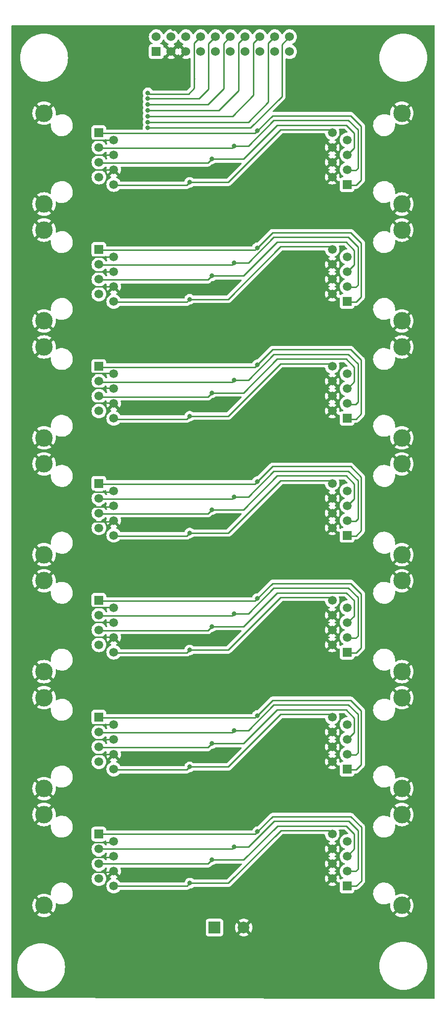
<source format=gbr>
%TF.GenerationSoftware,KiCad,Pcbnew,7.0.2-6a45011f42~172~ubuntu22.04.1*%
%TF.CreationDate,2023-07-12T14:23:40-05:00*%
%TF.ProjectId,EncoderHub,456e636f-6465-4724-9875-622e6b696361,rev?*%
%TF.SameCoordinates,Original*%
%TF.FileFunction,Copper,L2,Bot*%
%TF.FilePolarity,Positive*%
%FSLAX46Y46*%
G04 Gerber Fmt 4.6, Leading zero omitted, Abs format (unit mm)*
G04 Created by KiCad (PCBNEW 7.0.2-6a45011f42~172~ubuntu22.04.1) date 2023-07-12 14:23:40*
%MOMM*%
%LPD*%
G01*
G04 APERTURE LIST*
%TA.AperFunction,ComponentPad*%
%ADD10R,1.500000X1.500000*%
%TD*%
%TA.AperFunction,ComponentPad*%
%ADD11C,1.500000*%
%TD*%
%TA.AperFunction,ComponentPad*%
%ADD12C,3.000000*%
%TD*%
%TA.AperFunction,ComponentPad*%
%ADD13R,1.530000X1.530000*%
%TD*%
%TA.AperFunction,ComponentPad*%
%ADD14C,1.530000*%
%TD*%
%TA.AperFunction,ComponentPad*%
%ADD15R,2.000000X2.000000*%
%TD*%
%TA.AperFunction,ComponentPad*%
%ADD16C,2.000000*%
%TD*%
%TA.AperFunction,ViaPad*%
%ADD17C,0.800000*%
%TD*%
%TA.AperFunction,Conductor*%
%ADD18C,0.250000*%
%TD*%
G04 APERTURE END LIST*
D10*
%TO.P,J15,1*%
%TO.N,MOSI*%
X112540000Y-168890000D03*
D11*
%TO.P,J15,2*%
%TO.N,GND*%
X110000000Y-167620000D03*
%TO.P,J15,3*%
%TO.N,MISO*%
X112540000Y-166350000D03*
%TO.P,J15,4*%
%TO.N,GND*%
X110000000Y-165080000D03*
%TO.P,J15,5*%
%TO.N,CLK*%
X112540000Y-163810000D03*
%TO.P,J15,6*%
%TO.N,GND*%
X110000000Y-162540000D03*
%TO.P,J15,7*%
%TO.N,CS6_R*%
X112540000Y-161270000D03*
%TO.P,J15,8*%
%TO.N,+3.3V*%
X110000000Y-160000000D03*
D12*
%TO.P,J15,SH*%
%TO.N,GND*%
X121940000Y-172215000D03*
X121940000Y-156675000D03*
%TD*%
D10*
%TO.P,J2,1*%
%TO.N,MOSI*%
X70000000Y-40000000D03*
D11*
%TO.P,J2,2*%
%TO.N,GND*%
X72540000Y-41270000D03*
%TO.P,J2,3*%
%TO.N,MISO*%
X70000000Y-42540000D03*
%TO.P,J2,4*%
%TO.N,GND*%
X72540000Y-43810000D03*
%TO.P,J2,5*%
%TO.N,CLK*%
X70000000Y-45080000D03*
%TO.P,J2,6*%
%TO.N,GND*%
X72540000Y-46350000D03*
%TO.P,J2,7*%
%TO.N,CS0_L*%
X70000000Y-47620000D03*
%TO.P,J2,8*%
%TO.N,+3.3V*%
X72540000Y-48890000D03*
D12*
%TO.P,J2,SH*%
%TO.N,GND*%
X60600000Y-36675000D03*
X60600000Y-52215000D03*
%TD*%
D10*
%TO.P,J7,1*%
%TO.N,MOSI*%
X70000000Y-140000000D03*
D11*
%TO.P,J7,2*%
%TO.N,GND*%
X72540000Y-141270000D03*
%TO.P,J7,3*%
%TO.N,MISO*%
X70000000Y-142540000D03*
%TO.P,J7,4*%
%TO.N,GND*%
X72540000Y-143810000D03*
%TO.P,J7,5*%
%TO.N,CLK*%
X70000000Y-145080000D03*
%TO.P,J7,6*%
%TO.N,GND*%
X72540000Y-146350000D03*
%TO.P,J7,7*%
%TO.N,CS5_L*%
X70000000Y-147620000D03*
%TO.P,J7,8*%
%TO.N,+3.3V*%
X72540000Y-148890000D03*
D12*
%TO.P,J7,SH*%
%TO.N,GND*%
X60600000Y-136675000D03*
X60600000Y-152215000D03*
%TD*%
D10*
%TO.P,J12,1*%
%TO.N,MOSI*%
X112540000Y-48890000D03*
D11*
%TO.P,J12,2*%
%TO.N,GND*%
X110000000Y-47620000D03*
%TO.P,J12,3*%
%TO.N,MISO*%
X112540000Y-46350000D03*
%TO.P,J12,4*%
%TO.N,GND*%
X110000000Y-45080000D03*
%TO.P,J12,5*%
%TO.N,CLK*%
X112540000Y-43810000D03*
%TO.P,J12,6*%
%TO.N,GND*%
X110000000Y-42540000D03*
%TO.P,J12,7*%
%TO.N,CS0_R*%
X112540000Y-41270000D03*
%TO.P,J12,8*%
%TO.N,+3.3V*%
X110000000Y-40000000D03*
D12*
%TO.P,J12,SH*%
%TO.N,GND*%
X121940000Y-52215000D03*
X121940000Y-36675000D03*
%TD*%
D10*
%TO.P,J13,1*%
%TO.N,MOSI*%
X112540000Y-68890000D03*
D11*
%TO.P,J13,2*%
%TO.N,GND*%
X110000000Y-67620000D03*
%TO.P,J13,3*%
%TO.N,MISO*%
X112540000Y-66350000D03*
%TO.P,J13,4*%
%TO.N,GND*%
X110000000Y-65080000D03*
%TO.P,J13,5*%
%TO.N,CLK*%
X112540000Y-63810000D03*
%TO.P,J13,6*%
%TO.N,GND*%
X110000000Y-62540000D03*
%TO.P,J13,7*%
%TO.N,CS1_R*%
X112540000Y-61270000D03*
%TO.P,J13,8*%
%TO.N,+3.3V*%
X110000000Y-60000000D03*
D12*
%TO.P,J13,SH*%
%TO.N,GND*%
X121940000Y-72215000D03*
X121940000Y-56675000D03*
%TD*%
D10*
%TO.P,J4,1*%
%TO.N,MOSI*%
X70000000Y-80000000D03*
D11*
%TO.P,J4,2*%
%TO.N,GND*%
X72540000Y-81270000D03*
%TO.P,J4,3*%
%TO.N,MISO*%
X70000000Y-82540000D03*
%TO.P,J4,4*%
%TO.N,GND*%
X72540000Y-83810000D03*
%TO.P,J4,5*%
%TO.N,CLK*%
X70000000Y-85080000D03*
%TO.P,J4,6*%
%TO.N,GND*%
X72540000Y-86350000D03*
%TO.P,J4,7*%
%TO.N,CS2_L*%
X70000000Y-87620000D03*
%TO.P,J4,8*%
%TO.N,+3.3V*%
X72540000Y-88890000D03*
D12*
%TO.P,J4,SH*%
%TO.N,GND*%
X60600000Y-76675000D03*
X60600000Y-92215000D03*
%TD*%
D10*
%TO.P,J6,1*%
%TO.N,MOSI*%
X70000000Y-120000000D03*
D11*
%TO.P,J6,2*%
%TO.N,GND*%
X72540000Y-121270000D03*
%TO.P,J6,3*%
%TO.N,MISO*%
X70000000Y-122540000D03*
%TO.P,J6,4*%
%TO.N,GND*%
X72540000Y-123810000D03*
%TO.P,J6,5*%
%TO.N,CLK*%
X70000000Y-125080000D03*
%TO.P,J6,6*%
%TO.N,GND*%
X72540000Y-126350000D03*
%TO.P,J6,7*%
%TO.N,CS4_L*%
X70000000Y-127620000D03*
%TO.P,J6,8*%
%TO.N,+3.3V*%
X72540000Y-128890000D03*
D12*
%TO.P,J6,SH*%
%TO.N,GND*%
X60600000Y-116675000D03*
X60600000Y-132215000D03*
%TD*%
D10*
%TO.P,J9,1*%
%TO.N,MOSI*%
X112540000Y-108890000D03*
D11*
%TO.P,J9,2*%
%TO.N,GND*%
X110000000Y-107620000D03*
%TO.P,J9,3*%
%TO.N,MISO*%
X112540000Y-106350000D03*
%TO.P,J9,4*%
%TO.N,GND*%
X110000000Y-105080000D03*
%TO.P,J9,5*%
%TO.N,CLK*%
X112540000Y-103810000D03*
%TO.P,J9,6*%
%TO.N,GND*%
X110000000Y-102540000D03*
%TO.P,J9,7*%
%TO.N,CS3_R*%
X112540000Y-101270000D03*
%TO.P,J9,8*%
%TO.N,+3.3V*%
X110000000Y-100000000D03*
D12*
%TO.P,J9,SH*%
%TO.N,GND*%
X121940000Y-112215000D03*
X121940000Y-96675000D03*
%TD*%
D10*
%TO.P,J5,1*%
%TO.N,MOSI*%
X70000000Y-100000000D03*
D11*
%TO.P,J5,2*%
%TO.N,GND*%
X72540000Y-101270000D03*
%TO.P,J5,3*%
%TO.N,MISO*%
X70000000Y-102540000D03*
%TO.P,J5,4*%
%TO.N,GND*%
X72540000Y-103810000D03*
%TO.P,J5,5*%
%TO.N,CLK*%
X70000000Y-105080000D03*
%TO.P,J5,6*%
%TO.N,GND*%
X72540000Y-106350000D03*
%TO.P,J5,7*%
%TO.N,CS3_L*%
X70000000Y-107620000D03*
%TO.P,J5,8*%
%TO.N,+3.3V*%
X72540000Y-108890000D03*
D12*
%TO.P,J5,SH*%
%TO.N,GND*%
X60600000Y-96675000D03*
X60600000Y-112215000D03*
%TD*%
D10*
%TO.P,J14,1*%
%TO.N,MOSI*%
X112540000Y-88890000D03*
D11*
%TO.P,J14,2*%
%TO.N,GND*%
X110000000Y-87620000D03*
%TO.P,J14,3*%
%TO.N,MISO*%
X112540000Y-86350000D03*
%TO.P,J14,4*%
%TO.N,GND*%
X110000000Y-85080000D03*
%TO.P,J14,5*%
%TO.N,CLK*%
X112540000Y-83810000D03*
%TO.P,J14,6*%
%TO.N,GND*%
X110000000Y-82540000D03*
%TO.P,J14,7*%
%TO.N,CS2_R*%
X112540000Y-81270000D03*
%TO.P,J14,8*%
%TO.N,+3.3V*%
X110000000Y-80000000D03*
D12*
%TO.P,J14,SH*%
%TO.N,GND*%
X121940000Y-92215000D03*
X121940000Y-76675000D03*
%TD*%
D13*
%TO.P,J1,1,1*%
%TO.N,+3.3V*%
X79840000Y-26140000D03*
D14*
%TO.P,J1,2,2*%
%TO.N,CLK*%
X79840000Y-23600000D03*
%TO.P,J1,3,3*%
%TO.N,GND*%
X82380000Y-26140000D03*
%TO.P,J1,4,4*%
%TO.N,MISO*%
X82380000Y-23600000D03*
%TO.P,J1,5,5*%
%TO.N,GND*%
X84920000Y-26140000D03*
%TO.P,J1,6,6*%
%TO.N,MOSI*%
X84920000Y-23600000D03*
%TO.P,J1,7,7*%
%TO.N,CS0_R*%
X87460000Y-26140000D03*
%TO.P,J1,8,8*%
%TO.N,CS6_L*%
X87460000Y-23600000D03*
%TO.P,J1,9,9*%
%TO.N,CS1_R*%
X90000000Y-26140000D03*
%TO.P,J1,10,10*%
%TO.N,CS5_L*%
X90000000Y-23600000D03*
%TO.P,J1,11,11*%
%TO.N,CS2_R*%
X92540000Y-26140000D03*
%TO.P,J1,12,12*%
%TO.N,CS4_L*%
X92540000Y-23600000D03*
%TO.P,J1,13,13*%
%TO.N,CS3_R*%
X95080000Y-26140000D03*
%TO.P,J1,14,14*%
%TO.N,CS3_L*%
X95080000Y-23600000D03*
%TO.P,J1,15,15*%
%TO.N,CS4_R*%
X97620000Y-26140000D03*
%TO.P,J1,16,16*%
%TO.N,CS2_L*%
X97620000Y-23600000D03*
%TO.P,J1,17,17*%
%TO.N,CS5_R*%
X100160000Y-26140000D03*
%TO.P,J1,18,18*%
%TO.N,CS1_L*%
X100160000Y-23600000D03*
%TO.P,J1,19,19*%
%TO.N,CS6_R*%
X102700000Y-26140000D03*
%TO.P,J1,20,20*%
%TO.N,CS0_L*%
X102700000Y-23600000D03*
%TD*%
D10*
%TO.P,J3,1*%
%TO.N,MOSI*%
X70000000Y-60000000D03*
D11*
%TO.P,J3,2*%
%TO.N,GND*%
X72540000Y-61270000D03*
%TO.P,J3,3*%
%TO.N,MISO*%
X70000000Y-62540000D03*
%TO.P,J3,4*%
%TO.N,GND*%
X72540000Y-63810000D03*
%TO.P,J3,5*%
%TO.N,CLK*%
X70000000Y-65080000D03*
%TO.P,J3,6*%
%TO.N,GND*%
X72540000Y-66350000D03*
%TO.P,J3,7*%
%TO.N,CS1_L*%
X70000000Y-67620000D03*
%TO.P,J3,8*%
%TO.N,+3.3V*%
X72540000Y-68890000D03*
D12*
%TO.P,J3,SH*%
%TO.N,GND*%
X60600000Y-56675000D03*
X60600000Y-72215000D03*
%TD*%
D10*
%TO.P,J10,1*%
%TO.N,MOSI*%
X112540000Y-128890000D03*
D11*
%TO.P,J10,2*%
%TO.N,GND*%
X110000000Y-127620000D03*
%TO.P,J10,3*%
%TO.N,MISO*%
X112540000Y-126350000D03*
%TO.P,J10,4*%
%TO.N,GND*%
X110000000Y-125080000D03*
%TO.P,J10,5*%
%TO.N,CLK*%
X112540000Y-123810000D03*
%TO.P,J10,6*%
%TO.N,GND*%
X110000000Y-122540000D03*
%TO.P,J10,7*%
%TO.N,CS4_R*%
X112540000Y-121270000D03*
%TO.P,J10,8*%
%TO.N,+3.3V*%
X110000000Y-120000000D03*
D12*
%TO.P,J10,SH*%
%TO.N,GND*%
X121940000Y-132215000D03*
X121940000Y-116675000D03*
%TD*%
D15*
%TO.P,C1,1*%
%TO.N,+3.3V*%
X89832323Y-176000000D03*
D16*
%TO.P,C1,2*%
%TO.N,GND*%
X94832323Y-176000000D03*
%TD*%
D10*
%TO.P,J11,1*%
%TO.N,MOSI*%
X112540000Y-148890000D03*
D11*
%TO.P,J11,2*%
%TO.N,GND*%
X110000000Y-147620000D03*
%TO.P,J11,3*%
%TO.N,MISO*%
X112540000Y-146350000D03*
%TO.P,J11,4*%
%TO.N,GND*%
X110000000Y-145080000D03*
%TO.P,J11,5*%
%TO.N,CLK*%
X112540000Y-143810000D03*
%TO.P,J11,6*%
%TO.N,GND*%
X110000000Y-142540000D03*
%TO.P,J11,7*%
%TO.N,CS5_R*%
X112540000Y-141270000D03*
%TO.P,J11,8*%
%TO.N,+3.3V*%
X110000000Y-140000000D03*
D12*
%TO.P,J11,SH*%
%TO.N,GND*%
X121940000Y-152215000D03*
X121940000Y-136675000D03*
%TD*%
D10*
%TO.P,J8,1*%
%TO.N,MOSI*%
X70000000Y-160000000D03*
D11*
%TO.P,J8,2*%
%TO.N,GND*%
X72540000Y-161270000D03*
%TO.P,J8,3*%
%TO.N,MISO*%
X70000000Y-162540000D03*
%TO.P,J8,4*%
%TO.N,GND*%
X72540000Y-163810000D03*
%TO.P,J8,5*%
%TO.N,CLK*%
X70000000Y-165080000D03*
%TO.P,J8,6*%
%TO.N,GND*%
X72540000Y-166350000D03*
%TO.P,J8,7*%
%TO.N,CS6_L*%
X70000000Y-167620000D03*
%TO.P,J8,8*%
%TO.N,+3.3V*%
X72540000Y-168890000D03*
D12*
%TO.P,J8,SH*%
%TO.N,GND*%
X60600000Y-156675000D03*
X60600000Y-172215000D03*
%TD*%
D17*
%TO.N,+3.3V*%
X85575000Y-108510000D03*
X85575000Y-48510000D03*
X85600000Y-168400000D03*
X85575000Y-148510000D03*
X85575000Y-128510000D03*
X85575000Y-88510000D03*
X85575000Y-68510000D03*
%TO.N,CLK*%
X89375000Y-84510000D03*
X89375000Y-144510000D03*
X89375000Y-104510000D03*
X89375000Y-64510000D03*
X89400000Y-164400000D03*
X89375000Y-44510000D03*
X89375000Y-124510000D03*
%TO.N,CS0_L*%
X78400000Y-39200000D03*
%TO.N,MISO*%
X93200000Y-162200000D03*
X93175000Y-62310000D03*
X93175000Y-142310000D03*
X93175000Y-42310000D03*
X93175000Y-82310000D03*
X93175000Y-102310000D03*
X93175000Y-122310000D03*
%TO.N,CS1_L*%
X78400000Y-38200000D03*
%TO.N,MOSI*%
X97200000Y-159600000D03*
X97175000Y-99710000D03*
X97175000Y-39710000D03*
X97175000Y-59710000D03*
X97175000Y-119710000D03*
X97175000Y-139710000D03*
X97175000Y-79710000D03*
%TO.N,CS2_L*%
X78400000Y-37200000D03*
%TO.N,CS3_L*%
X78400000Y-36200000D03*
%TO.N,CS4_L*%
X78400000Y-35200497D03*
%TO.N,CS5_L*%
X78400000Y-34200994D03*
%TO.N,CS6_L*%
X78400000Y-33200000D03*
%TO.N,GND*%
X82800000Y-22200000D03*
%TD*%
D18*
%TO.N,+3.3V*%
X101175000Y-79510000D02*
X92175000Y-88510000D01*
X92175000Y-88510000D02*
X85575000Y-88510000D01*
X109375000Y-79510000D02*
X101175000Y-79510000D01*
X109375000Y-39510000D02*
X101175000Y-39510000D01*
X101175000Y-139510000D02*
X92175000Y-148510000D01*
X85085000Y-49000000D02*
X85575000Y-48510000D01*
X109375000Y-59510000D02*
X101175000Y-59510000D01*
X72540000Y-168890000D02*
X85110000Y-168890000D01*
X109975000Y-60110000D02*
X109375000Y-59510000D01*
X92175000Y-108510000D02*
X85575000Y-108510000D01*
X72515000Y-69000000D02*
X85085000Y-69000000D01*
X109375000Y-99510000D02*
X101175000Y-99510000D01*
X85085000Y-69000000D02*
X85575000Y-68510000D01*
X101175000Y-39510000D02*
X92175000Y-48510000D01*
X92175000Y-148510000D02*
X85575000Y-148510000D01*
X92200000Y-168400000D02*
X85600000Y-168400000D01*
X85085000Y-109000000D02*
X85575000Y-108510000D01*
X92175000Y-68510000D02*
X85575000Y-68510000D01*
X92175000Y-48510000D02*
X85575000Y-48510000D01*
X72515000Y-129000000D02*
X85085000Y-129000000D01*
X109975000Y-80110000D02*
X109375000Y-79510000D01*
X101200000Y-159400000D02*
X92200000Y-168400000D01*
X109375000Y-139510000D02*
X101175000Y-139510000D01*
X109975000Y-100110000D02*
X109375000Y-99510000D01*
X72515000Y-49000000D02*
X85085000Y-49000000D01*
X85085000Y-89000000D02*
X85575000Y-88510000D01*
X110000000Y-160000000D02*
X109400000Y-159400000D01*
X101175000Y-119510000D02*
X92175000Y-128510000D01*
X109975000Y-120110000D02*
X109375000Y-119510000D01*
X85110000Y-168890000D02*
X85600000Y-168400000D01*
X109400000Y-159400000D02*
X101200000Y-159400000D01*
X109975000Y-140110000D02*
X109375000Y-139510000D01*
X92175000Y-128510000D02*
X85575000Y-128510000D01*
X72515000Y-109000000D02*
X85085000Y-109000000D01*
X109975000Y-40110000D02*
X109375000Y-39510000D01*
X109375000Y-119510000D02*
X101175000Y-119510000D01*
X101175000Y-59510000D02*
X92175000Y-68510000D01*
X85085000Y-129000000D02*
X85575000Y-128510000D01*
X85085000Y-149000000D02*
X85575000Y-148510000D01*
X101175000Y-99510000D02*
X92175000Y-108510000D01*
X72515000Y-149000000D02*
X85085000Y-149000000D01*
X72515000Y-89000000D02*
X85085000Y-89000000D01*
%TO.N,CLK*%
X112375000Y-138710000D02*
X100575000Y-138710000D01*
X94775000Y-84510000D02*
X89375000Y-84510000D01*
X100575000Y-118710000D02*
X94775000Y-124510000D01*
X113800000Y-162550000D02*
X113800000Y-160000000D01*
X113725000Y-120060000D02*
X112375000Y-118710000D01*
X88720000Y-165080000D02*
X89400000Y-164400000D01*
X113800000Y-82635000D02*
X113800000Y-80135000D01*
X88695000Y-85190000D02*
X89375000Y-84510000D01*
X100600000Y-158600000D02*
X94800000Y-164400000D01*
X112375000Y-78710000D02*
X100575000Y-78710000D01*
X113725000Y-122710000D02*
X113725000Y-120060000D01*
X112515000Y-103920000D02*
X113800000Y-102635000D01*
X112540000Y-163810000D02*
X113800000Y-162550000D01*
X94800000Y-164400000D02*
X89400000Y-164400000D01*
X100575000Y-38710000D02*
X94775000Y-44510000D01*
X112515000Y-43920000D02*
X113800000Y-42635000D01*
X100575000Y-98710000D02*
X94775000Y-104510000D01*
X88695000Y-145190000D02*
X89375000Y-144510000D01*
X113800000Y-102635000D02*
X113800000Y-100135000D01*
X69975000Y-145190000D02*
X88695000Y-145190000D01*
X113800000Y-140135000D02*
X112375000Y-138710000D01*
X69975000Y-65190000D02*
X88695000Y-65190000D01*
X69975000Y-125190000D02*
X88695000Y-125190000D01*
X113800000Y-160000000D02*
X112400000Y-158600000D01*
X69975000Y-105190000D02*
X88695000Y-105190000D01*
X94775000Y-104510000D02*
X89375000Y-104510000D01*
X94775000Y-44510000D02*
X89375000Y-44510000D01*
X94775000Y-144510000D02*
X89375000Y-144510000D01*
X112375000Y-98710000D02*
X100575000Y-98710000D01*
X113800000Y-60135000D02*
X112375000Y-58710000D01*
X88695000Y-45190000D02*
X89375000Y-44510000D01*
X113800000Y-42635000D02*
X113800000Y-40135000D01*
X94775000Y-124510000D02*
X89375000Y-124510000D01*
X112375000Y-38710000D02*
X100575000Y-38710000D01*
X113800000Y-100135000D02*
X112375000Y-98710000D01*
X100575000Y-58710000D02*
X94775000Y-64510000D01*
X112375000Y-118710000D02*
X100575000Y-118710000D01*
X113800000Y-40135000D02*
X112375000Y-38710000D01*
X88695000Y-65190000D02*
X89375000Y-64510000D01*
X112375000Y-58710000D02*
X100575000Y-58710000D01*
X113800000Y-62635000D02*
X113800000Y-60135000D01*
X69975000Y-85190000D02*
X88695000Y-85190000D01*
X88695000Y-125190000D02*
X89375000Y-124510000D01*
X100575000Y-78710000D02*
X94775000Y-84510000D01*
X94775000Y-64510000D02*
X89375000Y-64510000D01*
X113800000Y-80135000D02*
X112375000Y-78710000D01*
X112515000Y-143920000D02*
X113800000Y-142635000D01*
X113800000Y-142635000D02*
X113800000Y-140135000D01*
X112400000Y-158600000D02*
X100600000Y-158600000D01*
X88695000Y-105190000D02*
X89375000Y-104510000D01*
X112515000Y-63920000D02*
X113800000Y-62635000D01*
X70000000Y-165080000D02*
X88720000Y-165080000D01*
X69975000Y-45190000D02*
X88695000Y-45190000D01*
X100575000Y-138710000D02*
X94775000Y-144510000D01*
X112515000Y-123920000D02*
X113725000Y-122710000D01*
X112515000Y-83920000D02*
X113800000Y-82635000D01*
%TO.N,CS0_L*%
X96000000Y-39200000D02*
X101400000Y-33800000D01*
X101400000Y-33800000D02*
X101400000Y-24900000D01*
X78400000Y-39200000D02*
X96000000Y-39200000D01*
X101400000Y-24900000D02*
X102700000Y-23600000D01*
%TO.N,MISO*%
X112515000Y-86460000D02*
X114025000Y-86460000D01*
X112800000Y-157800000D02*
X100025305Y-157800000D01*
X92835000Y-42650000D02*
X93175000Y-42310000D01*
X114400000Y-146085000D02*
X114400000Y-139535000D01*
X114400000Y-86085000D02*
X114400000Y-79535000D01*
X112775000Y-57910000D02*
X100000305Y-57910000D01*
X92835000Y-142650000D02*
X93175000Y-142310000D01*
X69975000Y-142650000D02*
X92835000Y-142650000D01*
X114400000Y-46085000D02*
X114400000Y-39535000D01*
X114400000Y-166000000D02*
X114400000Y-159400000D01*
X95600305Y-142310000D02*
X93175000Y-142310000D01*
X112775000Y-37910000D02*
X100000305Y-37910000D01*
X69975000Y-42650000D02*
X92835000Y-42650000D01*
X114025000Y-46460000D02*
X114400000Y-46085000D01*
X114050000Y-166350000D02*
X114400000Y-166000000D01*
X112775000Y-117910000D02*
X100000305Y-117910000D01*
X114400000Y-39535000D02*
X112775000Y-37910000D01*
X92860000Y-162540000D02*
X93200000Y-162200000D01*
X92835000Y-122650000D02*
X93175000Y-122310000D01*
X112775000Y-77910000D02*
X100000305Y-77910000D01*
X95600305Y-102310000D02*
X93175000Y-102310000D01*
X114400000Y-66085000D02*
X114400000Y-59535000D01*
X69975000Y-62650000D02*
X92835000Y-62650000D01*
X114400000Y-119535000D02*
X112775000Y-117910000D01*
X114025000Y-106460000D02*
X114400000Y-106085000D01*
X100000305Y-57910000D02*
X95600305Y-62310000D01*
X70000000Y-162540000D02*
X92860000Y-162540000D01*
X112515000Y-66460000D02*
X114025000Y-66460000D01*
X100000305Y-77910000D02*
X95600305Y-82310000D01*
X95600305Y-62310000D02*
X93175000Y-62310000D01*
X92835000Y-82650000D02*
X93175000Y-82310000D01*
X112515000Y-106460000D02*
X114025000Y-106460000D01*
X112540000Y-166350000D02*
X114050000Y-166350000D01*
X114400000Y-59535000D02*
X112775000Y-57910000D01*
X95600305Y-122310000D02*
X93175000Y-122310000D01*
X114025000Y-146460000D02*
X114400000Y-146085000D01*
X69975000Y-102650000D02*
X92835000Y-102650000D01*
X114400000Y-106085000D02*
X114400000Y-99535000D01*
X114025000Y-86460000D02*
X114400000Y-86085000D01*
X114400000Y-126085000D02*
X114400000Y-119535000D01*
X95625305Y-162200000D02*
X93200000Y-162200000D01*
X112515000Y-46460000D02*
X114025000Y-46460000D01*
X95600305Y-42310000D02*
X93175000Y-42310000D01*
X112775000Y-137910000D02*
X100000305Y-137910000D01*
X114025000Y-126460000D02*
X114400000Y-126085000D01*
X112515000Y-126460000D02*
X114025000Y-126460000D01*
X112775000Y-97910000D02*
X100000305Y-97910000D01*
X100000305Y-137910000D02*
X95600305Y-142310000D01*
X100000305Y-117910000D02*
X95600305Y-122310000D01*
X100000305Y-37910000D02*
X95600305Y-42310000D01*
X114400000Y-79535000D02*
X112775000Y-77910000D01*
X69975000Y-122650000D02*
X92835000Y-122650000D01*
X92835000Y-62650000D02*
X93175000Y-62310000D01*
X95600305Y-82310000D02*
X93175000Y-82310000D01*
X92835000Y-102650000D02*
X93175000Y-102310000D01*
X100025305Y-157800000D02*
X95625305Y-162200000D01*
X69975000Y-82650000D02*
X92835000Y-82650000D01*
X114400000Y-139535000D02*
X112775000Y-137910000D01*
X100000305Y-97910000D02*
X95600305Y-102310000D01*
X114400000Y-159400000D02*
X112800000Y-157800000D01*
X112515000Y-146460000D02*
X114025000Y-146460000D01*
X114025000Y-66460000D02*
X114400000Y-66085000D01*
X114400000Y-99535000D02*
X112775000Y-97910000D01*
%TO.N,CS1_L*%
X99070000Y-34730000D02*
X99070000Y-24690000D01*
X95600000Y-38200000D02*
X99070000Y-34730000D01*
X78400000Y-38200000D02*
X95600000Y-38200000D01*
X99070000Y-24690000D02*
X100160000Y-23600000D01*
%TO.N,MOSI*%
X114085000Y-109000000D02*
X114975000Y-108110000D01*
X112515000Y-109000000D02*
X114085000Y-109000000D01*
X112515000Y-129000000D02*
X114085000Y-129000000D01*
X115000000Y-158800000D02*
X113200000Y-157000000D01*
X69975000Y-60110000D02*
X96775000Y-60110000D01*
X99775000Y-77110000D02*
X97175000Y-79710000D01*
X113175000Y-97110000D02*
X99775000Y-97110000D01*
X96775000Y-100110000D02*
X97175000Y-99710000D01*
X114975000Y-38910000D02*
X113175000Y-37110000D01*
X112540000Y-168890000D02*
X114110000Y-168890000D01*
X114975000Y-58910000D02*
X113175000Y-57110000D01*
X69975000Y-120110000D02*
X96775000Y-120110000D01*
X96775000Y-140110000D02*
X97175000Y-139710000D01*
X114110000Y-168890000D02*
X115000000Y-168000000D01*
X99775000Y-117110000D02*
X97175000Y-119710000D01*
X115000000Y-168000000D02*
X115000000Y-158800000D01*
X114085000Y-49000000D02*
X114975000Y-48110000D01*
X113175000Y-57110000D02*
X99775000Y-57110000D01*
X114085000Y-69000000D02*
X114975000Y-68110000D01*
X99775000Y-57110000D02*
X97175000Y-59710000D01*
X112515000Y-89000000D02*
X114085000Y-89000000D01*
X99800000Y-157000000D02*
X97200000Y-159600000D01*
X96775000Y-120110000D02*
X97175000Y-119710000D01*
X114975000Y-108110000D02*
X114975000Y-98910000D01*
X69975000Y-140110000D02*
X96775000Y-140110000D01*
X114975000Y-68110000D02*
X114975000Y-58910000D01*
X99775000Y-137110000D02*
X97175000Y-139710000D01*
X69975000Y-40110000D02*
X96775000Y-40110000D01*
X99775000Y-37110000D02*
X97175000Y-39710000D01*
X113175000Y-137110000D02*
X99775000Y-137110000D01*
X114085000Y-149000000D02*
X114975000Y-148110000D01*
X113175000Y-117110000D02*
X99775000Y-117110000D01*
X113175000Y-77110000D02*
X99775000Y-77110000D01*
X114975000Y-118910000D02*
X113175000Y-117110000D01*
X69975000Y-80110000D02*
X96775000Y-80110000D01*
X114975000Y-138910000D02*
X113175000Y-137110000D01*
X96775000Y-80110000D02*
X97175000Y-79710000D01*
X113175000Y-37110000D02*
X99775000Y-37110000D01*
X112515000Y-69000000D02*
X114085000Y-69000000D01*
X99775000Y-97110000D02*
X97175000Y-99710000D01*
X114975000Y-48110000D02*
X114975000Y-38910000D01*
X114975000Y-148110000D02*
X114975000Y-138910000D01*
X114975000Y-78910000D02*
X113175000Y-77110000D01*
X112515000Y-49000000D02*
X114085000Y-49000000D01*
X114085000Y-129000000D02*
X114975000Y-128110000D01*
X114975000Y-88110000D02*
X114975000Y-78910000D01*
X114975000Y-128110000D02*
X114975000Y-118910000D01*
X70000000Y-160000000D02*
X96800000Y-160000000D01*
X96800000Y-160000000D02*
X97200000Y-159600000D01*
X114085000Y-89000000D02*
X114975000Y-88110000D01*
X69975000Y-100110000D02*
X96775000Y-100110000D01*
X96775000Y-40110000D02*
X97175000Y-39710000D01*
X114975000Y-98910000D02*
X113175000Y-97110000D01*
X113200000Y-157000000D02*
X99800000Y-157000000D01*
X112515000Y-149000000D02*
X114085000Y-149000000D01*
X96775000Y-60110000D02*
X97175000Y-59710000D01*
%TO.N,CS2_L*%
X92938507Y-37200000D02*
X96530000Y-33608507D01*
X96530000Y-33608507D02*
X96530000Y-24690000D01*
X78400000Y-37200000D02*
X92938507Y-37200000D01*
X96530000Y-24690000D02*
X97620000Y-23600000D01*
%TO.N,CS3_L*%
X90581493Y-36200000D02*
X93990000Y-32791493D01*
X78400000Y-36200000D02*
X90581493Y-36200000D01*
X93990000Y-32791493D02*
X93990000Y-24690000D01*
X93990000Y-24690000D02*
X95080000Y-23600000D01*
%TO.N,CS4_L*%
X91400000Y-24740000D02*
X92540000Y-23600000D01*
X88680996Y-35200497D02*
X91400000Y-32481493D01*
X91400000Y-32481493D02*
X91400000Y-24740000D01*
X78400000Y-35200497D02*
X88680996Y-35200497D01*
%TO.N,CS5_L*%
X88800000Y-24800000D02*
X90000000Y-23600000D01*
X78400000Y-34200994D02*
X87140499Y-34200994D01*
X88800000Y-32541493D02*
X88800000Y-24800000D01*
X87140499Y-34200994D02*
X88800000Y-32541493D01*
%TO.N,CS6_L*%
X86370000Y-24690000D02*
X87460000Y-23600000D01*
X78400000Y-33200000D02*
X78630000Y-33430000D01*
X85371493Y-33430000D02*
X86370000Y-32431493D01*
X86370000Y-30830000D02*
X86400000Y-30800000D01*
X86400000Y-30800000D02*
X86370000Y-30770000D01*
X86370000Y-30770000D02*
X86370000Y-24690000D01*
X86370000Y-32431493D02*
X86370000Y-30830000D01*
X78630000Y-33430000D02*
X85371493Y-33430000D01*
%TO.N,GND*%
X72540000Y-41270000D02*
X67330000Y-41270000D01*
X72465000Y-63800000D02*
X64735000Y-63800000D01*
X67255000Y-161460000D02*
X64725000Y-163990000D01*
X72465000Y-61260000D02*
X67255000Y-61260000D01*
X64810000Y-43810000D02*
X64800000Y-43800000D01*
X72465000Y-121195000D02*
X67255000Y-121195000D01*
X72465000Y-166540000D02*
X67275000Y-166540000D01*
X72665000Y-83735000D02*
X64935000Y-83735000D01*
X67255000Y-141260000D02*
X64725000Y-143790000D01*
X72465000Y-126275000D02*
X67275000Y-126275000D01*
X67275000Y-146340000D02*
X64725000Y-143790000D01*
X72540000Y-43810000D02*
X64810000Y-43810000D01*
X67455000Y-81195000D02*
X64925000Y-83725000D01*
X67275000Y-166540000D02*
X64725000Y-163990000D01*
X72465000Y-141260000D02*
X67255000Y-141260000D01*
X67350000Y-46350000D02*
X64800000Y-43800000D01*
X72465000Y-146340000D02*
X67275000Y-146340000D01*
X72465000Y-161460000D02*
X67255000Y-161460000D01*
X72665000Y-81195000D02*
X67455000Y-81195000D01*
X67330000Y-41270000D02*
X64800000Y-43800000D01*
X72465000Y-164000000D02*
X64735000Y-164000000D01*
X72665000Y-86275000D02*
X67475000Y-86275000D01*
X72465000Y-66340000D02*
X67275000Y-66340000D01*
X72540000Y-46350000D02*
X67350000Y-46350000D01*
X67275000Y-106540000D02*
X64725000Y-103990000D01*
X72465000Y-123735000D02*
X64735000Y-123735000D01*
X72465000Y-104000000D02*
X64735000Y-104000000D01*
X67275000Y-66340000D02*
X64725000Y-63790000D01*
X72465000Y-106540000D02*
X67275000Y-106540000D01*
X67255000Y-61260000D02*
X64725000Y-63790000D01*
X72465000Y-101460000D02*
X67255000Y-101460000D01*
X72465000Y-143800000D02*
X64735000Y-143800000D01*
X67475000Y-86275000D02*
X64925000Y-83725000D01*
X67275000Y-126275000D02*
X64725000Y-123725000D01*
X67255000Y-101460000D02*
X64725000Y-103990000D01*
X67255000Y-121195000D02*
X64725000Y-123725000D01*
%TD*%
%TA.AperFunction,Conductor*%
%TO.N,GND*%
G36*
X94457586Y-165045185D02*
G01*
X94503341Y-165097989D01*
X94513285Y-165167147D01*
X94484260Y-165230703D01*
X94478228Y-165237181D01*
X91977228Y-167738181D01*
X91915905Y-167771666D01*
X91889547Y-167774500D01*
X86303747Y-167774500D01*
X86236708Y-167754815D01*
X86211599Y-167733473D01*
X86205871Y-167727112D01*
X86052730Y-167615849D01*
X86052729Y-167615848D01*
X86052727Y-167615847D01*
X85879802Y-167538855D01*
X85694648Y-167499500D01*
X85694646Y-167499500D01*
X85505354Y-167499500D01*
X85505352Y-167499500D01*
X85320197Y-167538855D01*
X85147269Y-167615848D01*
X84994129Y-167727110D01*
X84867466Y-167867783D01*
X84772820Y-168031715D01*
X84743707Y-168121320D01*
X84725023Y-168178819D01*
X84685588Y-168236493D01*
X84621229Y-168263692D01*
X84607094Y-168264500D01*
X73693149Y-168264500D01*
X73626110Y-168244815D01*
X73591574Y-168211623D01*
X73566558Y-168175897D01*
X73501598Y-168083123D01*
X73346877Y-167928402D01*
X73167639Y-167802898D01*
X73064525Y-167754815D01*
X73015824Y-167732105D01*
X72963385Y-167685932D01*
X72944233Y-167618739D01*
X72964449Y-167551858D01*
X73015825Y-167507341D01*
X73167384Y-167436668D01*
X73229572Y-167393124D01*
X72628232Y-166791784D01*
X72674138Y-166784865D01*
X72796357Y-166726007D01*
X72895798Y-166633740D01*
X72963625Y-166516260D01*
X72981499Y-166437947D01*
X73583124Y-167039572D01*
X73626667Y-166977385D01*
X73719102Y-166779159D01*
X73775712Y-166567886D01*
X73794775Y-166350000D01*
X73775712Y-166132113D01*
X73719102Y-165920841D01*
X73700946Y-165881905D01*
X73690454Y-165812828D01*
X73718974Y-165749044D01*
X73777450Y-165710804D01*
X73813328Y-165705500D01*
X88637256Y-165705500D01*
X88657762Y-165707764D01*
X88660665Y-165707672D01*
X88660667Y-165707673D01*
X88727872Y-165705561D01*
X88731768Y-165705500D01*
X88755448Y-165705500D01*
X88759350Y-165705500D01*
X88763313Y-165704999D01*
X88774962Y-165704080D01*
X88818627Y-165702709D01*
X88837859Y-165697120D01*
X88856918Y-165693174D01*
X88863196Y-165692381D01*
X88876792Y-165690664D01*
X88917407Y-165674582D01*
X88928444Y-165670803D01*
X88970390Y-165658618D01*
X88987629Y-165648422D01*
X89005102Y-165639862D01*
X89023732Y-165632486D01*
X89059064Y-165606814D01*
X89068830Y-165600400D01*
X89106418Y-165578171D01*
X89106417Y-165578171D01*
X89106420Y-165578170D01*
X89120585Y-165564004D01*
X89135373Y-165551373D01*
X89151587Y-165539594D01*
X89179438Y-165505926D01*
X89187269Y-165497319D01*
X89347772Y-165336817D01*
X89409095Y-165303334D01*
X89435452Y-165300500D01*
X89494648Y-165300500D01*
X89618084Y-165274262D01*
X89679803Y-165261144D01*
X89852730Y-165184151D01*
X90005871Y-165072888D01*
X90011598Y-165066527D01*
X90071084Y-165029879D01*
X90103747Y-165025500D01*
X94390547Y-165025500D01*
X94457586Y-165045185D01*
G37*
%TD.AperFunction*%
%TA.AperFunction,Conductor*%
G36*
X112156587Y-159245185D02*
G01*
X112177229Y-159261819D01*
X112726634Y-159811225D01*
X112760119Y-159872548D01*
X112755135Y-159942240D01*
X112713263Y-159998173D01*
X112647799Y-160022590D01*
X112628146Y-160022434D01*
X112540000Y-160014722D01*
X112322025Y-160033792D01*
X112110668Y-160090425D01*
X111912361Y-160182898D01*
X111733122Y-160308402D01*
X111578402Y-160463122D01*
X111452898Y-160642361D01*
X111360425Y-160840668D01*
X111303792Y-161052025D01*
X111284722Y-161270000D01*
X111303792Y-161487974D01*
X111360425Y-161699331D01*
X111376182Y-161733122D01*
X111452898Y-161897639D01*
X111578402Y-162076877D01*
X111733123Y-162231598D01*
X111912361Y-162357102D01*
X112011237Y-162403208D01*
X112063582Y-162427618D01*
X112116021Y-162473791D01*
X112135173Y-162540984D01*
X112114957Y-162607865D01*
X112063582Y-162652382D01*
X111912361Y-162722898D01*
X111733122Y-162848402D01*
X111578402Y-163003122D01*
X111452898Y-163182361D01*
X111360425Y-163380668D01*
X111303792Y-163592025D01*
X111284722Y-163810000D01*
X111303792Y-164027974D01*
X111360425Y-164239331D01*
X111376182Y-164273122D01*
X111452898Y-164437639D01*
X111578402Y-164616877D01*
X111733123Y-164771598D01*
X111912361Y-164897102D01*
X112011237Y-164943208D01*
X112063582Y-164967618D01*
X112116021Y-165013791D01*
X112135173Y-165080984D01*
X112114957Y-165147865D01*
X112063582Y-165192382D01*
X111912361Y-165262898D01*
X111733122Y-165388402D01*
X111578402Y-165543122D01*
X111452898Y-165722361D01*
X111360425Y-165920668D01*
X111303792Y-166132025D01*
X111284722Y-166349999D01*
X111303792Y-166567974D01*
X111360425Y-166779331D01*
X111376182Y-166813122D01*
X111452898Y-166977639D01*
X111578402Y-167156877D01*
X111733123Y-167311598D01*
X111879263Y-167413926D01*
X111922887Y-167468502D01*
X111930081Y-167538000D01*
X111898558Y-167600355D01*
X111838328Y-167635769D01*
X111808141Y-167639500D01*
X111745440Y-167639500D01*
X111745421Y-167639500D01*
X111742128Y-167639501D01*
X111738848Y-167639853D01*
X111738840Y-167639854D01*
X111682515Y-167645909D01*
X111547667Y-167696204D01*
X111449122Y-167769975D01*
X111383658Y-167794392D01*
X111315385Y-167779540D01*
X111265980Y-167730135D01*
X111251128Y-167661862D01*
X111251284Y-167659899D01*
X111254775Y-167619998D01*
X111235712Y-167402113D01*
X111179102Y-167190840D01*
X111086667Y-166992615D01*
X111043123Y-166930428D01*
X110444449Y-167529101D01*
X110443673Y-167518735D01*
X110394113Y-167392459D01*
X110309535Y-167286401D01*
X110197453Y-167209984D01*
X110089700Y-167176747D01*
X110689572Y-166576875D01*
X110689571Y-166576873D01*
X110627388Y-166533332D01*
X110475232Y-166462381D01*
X110422793Y-166416209D01*
X110403641Y-166349015D01*
X110423857Y-166282134D01*
X110475233Y-166237617D01*
X110627384Y-166166668D01*
X110689572Y-166123124D01*
X110088232Y-165521784D01*
X110134138Y-165514865D01*
X110256357Y-165456007D01*
X110355798Y-165363740D01*
X110423625Y-165246260D01*
X110441499Y-165167947D01*
X111043124Y-165769572D01*
X111086667Y-165707385D01*
X111179102Y-165509159D01*
X111235712Y-165297886D01*
X111254775Y-165080000D01*
X111235712Y-164862113D01*
X111179102Y-164650840D01*
X111086667Y-164452615D01*
X111043123Y-164390427D01*
X110444449Y-164989101D01*
X110443673Y-164978735D01*
X110394113Y-164852459D01*
X110309535Y-164746401D01*
X110197453Y-164669984D01*
X110089698Y-164636746D01*
X110689572Y-164036874D01*
X110689571Y-164036873D01*
X110627388Y-163993332D01*
X110475232Y-163922381D01*
X110422793Y-163876209D01*
X110403641Y-163809015D01*
X110423857Y-163742134D01*
X110475233Y-163697617D01*
X110627384Y-163626668D01*
X110689572Y-163583124D01*
X110088232Y-162981784D01*
X110134138Y-162974865D01*
X110256357Y-162916007D01*
X110355798Y-162823740D01*
X110423625Y-162706260D01*
X110441499Y-162627947D01*
X111043124Y-163229572D01*
X111086667Y-163167385D01*
X111179102Y-162969159D01*
X111235712Y-162757886D01*
X111254775Y-162540000D01*
X111235712Y-162322113D01*
X111179102Y-162110840D01*
X111086667Y-161912615D01*
X111043123Y-161850427D01*
X110444449Y-162449101D01*
X110443673Y-162438735D01*
X110394113Y-162312459D01*
X110309535Y-162206401D01*
X110197453Y-162129984D01*
X110089699Y-162096746D01*
X110689572Y-161496874D01*
X110689571Y-161496873D01*
X110627386Y-161453331D01*
X110475825Y-161382658D01*
X110423385Y-161336486D01*
X110404233Y-161269293D01*
X110424448Y-161202411D01*
X110475822Y-161157895D01*
X110627639Y-161087102D01*
X110806877Y-160961598D01*
X110961598Y-160806877D01*
X111087102Y-160627639D01*
X111179575Y-160429330D01*
X111236207Y-160217977D01*
X111255277Y-160000000D01*
X111236207Y-159782023D01*
X111179575Y-159570670D01*
X111100877Y-159401904D01*
X111090386Y-159332828D01*
X111118905Y-159269044D01*
X111177382Y-159230804D01*
X111213260Y-159225500D01*
X112089548Y-159225500D01*
X112156587Y-159245185D01*
G37*
%TD.AperFunction*%
%TA.AperFunction,Conductor*%
G36*
X71333711Y-163185185D02*
G01*
X71379466Y-163237989D01*
X71389410Y-163307147D01*
X71379054Y-163341905D01*
X71360897Y-163380841D01*
X71304287Y-163592113D01*
X71285224Y-163810000D01*
X71304287Y-164027886D01*
X71360897Y-164239158D01*
X71379054Y-164278095D01*
X71389546Y-164347172D01*
X71361026Y-164410956D01*
X71302550Y-164449196D01*
X71266672Y-164454500D01*
X71153149Y-164454500D01*
X71086110Y-164434815D01*
X71051574Y-164401623D01*
X71043735Y-164390428D01*
X70961598Y-164273123D01*
X70806877Y-164118402D01*
X70627639Y-163992898D01*
X70476417Y-163922382D01*
X70423978Y-163876210D01*
X70404826Y-163809016D01*
X70425042Y-163742135D01*
X70476417Y-163697618D01*
X70479324Y-163696262D01*
X70627639Y-163627102D01*
X70806877Y-163501598D01*
X70961598Y-163346877D01*
X71051575Y-163218375D01*
X71106151Y-163174752D01*
X71153149Y-163165500D01*
X71266672Y-163165500D01*
X71333711Y-163185185D01*
G37*
%TD.AperFunction*%
%TA.AperFunction,Conductor*%
G36*
X71224613Y-161110458D02*
G01*
X71274019Y-161159863D01*
X71288871Y-161228136D01*
X71288715Y-161230097D01*
X71285224Y-161269998D01*
X71304287Y-161487886D01*
X71360897Y-161699158D01*
X71379054Y-161738095D01*
X71389546Y-161807172D01*
X71361026Y-161870956D01*
X71302550Y-161909196D01*
X71266672Y-161914500D01*
X71153149Y-161914500D01*
X71086110Y-161894815D01*
X71051574Y-161861623D01*
X71043735Y-161850428D01*
X70961598Y-161733123D01*
X70806877Y-161578402D01*
X70660736Y-161476072D01*
X70617112Y-161421497D01*
X70609918Y-161351999D01*
X70641441Y-161289644D01*
X70701671Y-161254230D01*
X70731859Y-161250499D01*
X70797872Y-161250499D01*
X70857483Y-161244091D01*
X70992331Y-161193796D01*
X71090876Y-161120024D01*
X71156340Y-161095607D01*
X71224613Y-161110458D01*
G37*
%TD.AperFunction*%
%TA.AperFunction,Conductor*%
G36*
X94432586Y-145155185D02*
G01*
X94478341Y-145207989D01*
X94488285Y-145277147D01*
X94459260Y-145340703D01*
X94453228Y-145347181D01*
X91952228Y-147848181D01*
X91890905Y-147881666D01*
X91864547Y-147884500D01*
X86278747Y-147884500D01*
X86211708Y-147864815D01*
X86186599Y-147843473D01*
X86180871Y-147837112D01*
X86027730Y-147725849D01*
X86027729Y-147725848D01*
X86027727Y-147725847D01*
X85854802Y-147648855D01*
X85669648Y-147609500D01*
X85669646Y-147609500D01*
X85480354Y-147609500D01*
X85480352Y-147609500D01*
X85295197Y-147648855D01*
X85122269Y-147725848D01*
X84969129Y-147837110D01*
X84842466Y-147977783D01*
X84747820Y-148141715D01*
X84720198Y-148226730D01*
X84700023Y-148288819D01*
X84660588Y-148346493D01*
X84596229Y-148373692D01*
X84582094Y-148374500D01*
X73758389Y-148374500D01*
X73691350Y-148354815D01*
X73646007Y-148302904D01*
X73644430Y-148299523D01*
X73627102Y-148262362D01*
X73501598Y-148083123D01*
X73346877Y-147928402D01*
X73167639Y-147802898D01*
X73097035Y-147769975D01*
X73015824Y-147732105D01*
X72963385Y-147685932D01*
X72944233Y-147618739D01*
X72964449Y-147551858D01*
X73015825Y-147507341D01*
X73167384Y-147436668D01*
X73229572Y-147393124D01*
X72628232Y-146791784D01*
X72674138Y-146784865D01*
X72796357Y-146726007D01*
X72895798Y-146633740D01*
X72963625Y-146516260D01*
X72981499Y-146437947D01*
X73583124Y-147039572D01*
X73626667Y-146977385D01*
X73719102Y-146779159D01*
X73775712Y-146567886D01*
X73794775Y-146350000D01*
X73775712Y-146132111D01*
X73732702Y-145971593D01*
X73734365Y-145901744D01*
X73773528Y-145843881D01*
X73837756Y-145816377D01*
X73852477Y-145815500D01*
X88612256Y-145815500D01*
X88632762Y-145817764D01*
X88635665Y-145817672D01*
X88635667Y-145817673D01*
X88702872Y-145815561D01*
X88706768Y-145815500D01*
X88730448Y-145815500D01*
X88734350Y-145815500D01*
X88738313Y-145814999D01*
X88749962Y-145814080D01*
X88793627Y-145812709D01*
X88812859Y-145807120D01*
X88831918Y-145803174D01*
X88838196Y-145802381D01*
X88851792Y-145800664D01*
X88892407Y-145784582D01*
X88903444Y-145780803D01*
X88945390Y-145768618D01*
X88962629Y-145758422D01*
X88980102Y-145749862D01*
X88998732Y-145742486D01*
X89034064Y-145716814D01*
X89043830Y-145710400D01*
X89081418Y-145688171D01*
X89081417Y-145688171D01*
X89081420Y-145688170D01*
X89095585Y-145674004D01*
X89110373Y-145661373D01*
X89126587Y-145649594D01*
X89154438Y-145615926D01*
X89162269Y-145607319D01*
X89322772Y-145446817D01*
X89384095Y-145413334D01*
X89410452Y-145410500D01*
X89469648Y-145410500D01*
X89593084Y-145384262D01*
X89654803Y-145371144D01*
X89827730Y-145294151D01*
X89980871Y-145182888D01*
X89986598Y-145176527D01*
X90046084Y-145139879D01*
X90078747Y-145135500D01*
X94365547Y-145135500D01*
X94432586Y-145155185D01*
G37*
%TD.AperFunction*%
%TA.AperFunction,Conductor*%
G36*
X112131587Y-139355185D02*
G01*
X112152229Y-139371819D01*
X112586574Y-139806164D01*
X112620059Y-139867487D01*
X112615075Y-139937179D01*
X112573203Y-139993112D01*
X112509700Y-140017373D01*
X112322025Y-140033792D01*
X112110668Y-140090425D01*
X111912361Y-140182898D01*
X111733122Y-140308402D01*
X111578402Y-140463122D01*
X111452898Y-140642361D01*
X111360425Y-140840668D01*
X111303792Y-141052025D01*
X111284722Y-141270000D01*
X111303792Y-141487974D01*
X111360425Y-141699331D01*
X111376182Y-141733122D01*
X111452898Y-141897639D01*
X111578402Y-142076877D01*
X111733123Y-142231598D01*
X111912361Y-142357102D01*
X112011237Y-142403208D01*
X112063582Y-142427618D01*
X112116021Y-142473791D01*
X112135173Y-142540984D01*
X112114957Y-142607865D01*
X112063582Y-142652382D01*
X111912361Y-142722898D01*
X111733122Y-142848402D01*
X111578402Y-143003122D01*
X111452898Y-143182361D01*
X111360425Y-143380668D01*
X111303792Y-143592025D01*
X111284722Y-143810000D01*
X111303792Y-144027974D01*
X111360425Y-144239331D01*
X111376182Y-144273122D01*
X111452898Y-144437639D01*
X111578402Y-144616877D01*
X111733123Y-144771598D01*
X111912361Y-144897102D01*
X112011237Y-144943208D01*
X112063582Y-144967618D01*
X112116021Y-145013791D01*
X112135173Y-145080984D01*
X112114957Y-145147865D01*
X112063582Y-145192382D01*
X111912361Y-145262898D01*
X111733122Y-145388402D01*
X111578402Y-145543122D01*
X111452898Y-145722361D01*
X111360425Y-145920668D01*
X111303792Y-146132025D01*
X111284722Y-146349999D01*
X111303792Y-146567974D01*
X111360425Y-146779331D01*
X111376182Y-146813122D01*
X111452898Y-146977639D01*
X111578402Y-147156877D01*
X111733123Y-147311598D01*
X111879263Y-147413926D01*
X111922887Y-147468502D01*
X111930081Y-147538000D01*
X111898558Y-147600355D01*
X111838328Y-147635769D01*
X111808141Y-147639500D01*
X111745440Y-147639500D01*
X111745421Y-147639500D01*
X111742128Y-147639501D01*
X111738848Y-147639853D01*
X111738840Y-147639854D01*
X111682515Y-147645909D01*
X111547667Y-147696204D01*
X111449122Y-147769975D01*
X111383658Y-147794392D01*
X111315385Y-147779540D01*
X111265980Y-147730135D01*
X111251128Y-147661862D01*
X111251284Y-147659899D01*
X111254775Y-147619998D01*
X111235712Y-147402113D01*
X111179102Y-147190840D01*
X111086667Y-146992615D01*
X111043123Y-146930428D01*
X110444449Y-147529101D01*
X110443673Y-147518735D01*
X110394113Y-147392459D01*
X110309535Y-147286401D01*
X110197453Y-147209984D01*
X110089700Y-147176747D01*
X110689572Y-146576875D01*
X110689571Y-146576873D01*
X110627388Y-146533332D01*
X110475232Y-146462381D01*
X110422793Y-146416209D01*
X110403641Y-146349015D01*
X110423857Y-146282134D01*
X110475233Y-146237617D01*
X110627384Y-146166668D01*
X110689572Y-146123124D01*
X110088232Y-145521784D01*
X110134138Y-145514865D01*
X110256357Y-145456007D01*
X110355798Y-145363740D01*
X110423625Y-145246260D01*
X110441499Y-145167947D01*
X111043124Y-145769572D01*
X111086667Y-145707385D01*
X111179102Y-145509159D01*
X111235712Y-145297886D01*
X111254775Y-145080000D01*
X111235712Y-144862113D01*
X111179102Y-144650840D01*
X111086667Y-144452615D01*
X111043123Y-144390427D01*
X110444449Y-144989101D01*
X110443673Y-144978735D01*
X110394113Y-144852459D01*
X110309535Y-144746401D01*
X110197453Y-144669984D01*
X110089698Y-144636746D01*
X110689572Y-144036874D01*
X110689571Y-144036873D01*
X110627388Y-143993332D01*
X110475232Y-143922381D01*
X110422793Y-143876209D01*
X110403641Y-143809015D01*
X110423857Y-143742134D01*
X110475233Y-143697617D01*
X110627384Y-143626668D01*
X110689572Y-143583124D01*
X110088232Y-142981784D01*
X110134138Y-142974865D01*
X110256357Y-142916007D01*
X110355798Y-142823740D01*
X110423625Y-142706260D01*
X110441499Y-142627947D01*
X111043124Y-143229572D01*
X111086667Y-143167385D01*
X111179102Y-142969159D01*
X111235712Y-142757886D01*
X111254775Y-142540000D01*
X111235712Y-142322113D01*
X111179102Y-142110840D01*
X111086667Y-141912615D01*
X111043123Y-141850427D01*
X110444449Y-142449101D01*
X110443673Y-142438735D01*
X110394113Y-142312459D01*
X110309535Y-142206401D01*
X110197453Y-142129984D01*
X110089699Y-142096746D01*
X110689572Y-141496874D01*
X110689571Y-141496873D01*
X110627386Y-141453331D01*
X110475825Y-141382658D01*
X110423385Y-141336486D01*
X110404233Y-141269293D01*
X110424448Y-141202411D01*
X110475822Y-141157895D01*
X110627639Y-141087102D01*
X110806877Y-140961598D01*
X110961598Y-140806877D01*
X111087102Y-140627639D01*
X111179575Y-140429330D01*
X111236207Y-140217977D01*
X111255277Y-140000000D01*
X111236207Y-139782023D01*
X111179575Y-139570670D01*
X111152171Y-139511903D01*
X111141680Y-139442828D01*
X111170199Y-139379044D01*
X111228675Y-139340804D01*
X111264554Y-139335500D01*
X112064548Y-139335500D01*
X112131587Y-139355185D01*
G37*
%TD.AperFunction*%
%TA.AperFunction,Conductor*%
G36*
X71294562Y-143295185D02*
G01*
X71340317Y-143347989D01*
X71350261Y-143417147D01*
X71347298Y-143431593D01*
X71304287Y-143592111D01*
X71285224Y-143810000D01*
X71304287Y-144027886D01*
X71360897Y-144239158D01*
X71430348Y-144388095D01*
X71440840Y-144457173D01*
X71412320Y-144520957D01*
X71353844Y-144559196D01*
X71317966Y-144564500D01*
X71218389Y-144564500D01*
X71151350Y-144544815D01*
X71106007Y-144492904D01*
X71087102Y-144452362D01*
X71066440Y-144422853D01*
X70961598Y-144273123D01*
X70806877Y-144118402D01*
X70627639Y-143992898D01*
X70476417Y-143922382D01*
X70423978Y-143876210D01*
X70404826Y-143809016D01*
X70425042Y-143742135D01*
X70476417Y-143697618D01*
X70479324Y-143696262D01*
X70627639Y-143627102D01*
X70806877Y-143501598D01*
X70961598Y-143346877D01*
X70974553Y-143328374D01*
X71029130Y-143284751D01*
X71076127Y-143275500D01*
X71227523Y-143275500D01*
X71294562Y-143295185D01*
G37*
%TD.AperFunction*%
%TA.AperFunction,Conductor*%
G36*
X71224613Y-141110458D02*
G01*
X71274019Y-141159863D01*
X71288871Y-141228136D01*
X71288715Y-141230097D01*
X71285224Y-141269998D01*
X71304287Y-141487886D01*
X71360897Y-141699158D01*
X71430348Y-141848095D01*
X71440840Y-141917173D01*
X71412320Y-141980957D01*
X71353844Y-142019196D01*
X71317966Y-142024500D01*
X71218389Y-142024500D01*
X71151350Y-142004815D01*
X71106007Y-141952904D01*
X71105620Y-141952075D01*
X71087102Y-141912362D01*
X70961598Y-141733123D01*
X70806877Y-141578402D01*
X70660736Y-141476072D01*
X70617112Y-141421497D01*
X70609918Y-141351999D01*
X70641441Y-141289644D01*
X70701671Y-141254230D01*
X70731859Y-141250499D01*
X70797872Y-141250499D01*
X70857483Y-141244091D01*
X70992331Y-141193796D01*
X71090876Y-141120024D01*
X71156340Y-141095607D01*
X71224613Y-141110458D01*
G37*
%TD.AperFunction*%
%TA.AperFunction,Conductor*%
G36*
X94432586Y-125155185D02*
G01*
X94478341Y-125207989D01*
X94488285Y-125277147D01*
X94459260Y-125340703D01*
X94453228Y-125347181D01*
X91952228Y-127848181D01*
X91890905Y-127881666D01*
X91864547Y-127884500D01*
X86278747Y-127884500D01*
X86211708Y-127864815D01*
X86186599Y-127843473D01*
X86180871Y-127837112D01*
X86027730Y-127725849D01*
X86027729Y-127725848D01*
X86027727Y-127725847D01*
X85854802Y-127648855D01*
X85669648Y-127609500D01*
X85669646Y-127609500D01*
X85480354Y-127609500D01*
X85480352Y-127609500D01*
X85295197Y-127648855D01*
X85122269Y-127725848D01*
X84969129Y-127837110D01*
X84842466Y-127977783D01*
X84747820Y-128141715D01*
X84720198Y-128226730D01*
X84700023Y-128288819D01*
X84660588Y-128346493D01*
X84596229Y-128373692D01*
X84582094Y-128374500D01*
X73758389Y-128374500D01*
X73691350Y-128354815D01*
X73646007Y-128302904D01*
X73644430Y-128299523D01*
X73627102Y-128262362D01*
X73501598Y-128083123D01*
X73346877Y-127928402D01*
X73167639Y-127802898D01*
X73097035Y-127769975D01*
X73015824Y-127732105D01*
X72963385Y-127685932D01*
X72944233Y-127618739D01*
X72964449Y-127551858D01*
X73015825Y-127507341D01*
X73167384Y-127436668D01*
X73229572Y-127393124D01*
X72628232Y-126791784D01*
X72674138Y-126784865D01*
X72796357Y-126726007D01*
X72895798Y-126633740D01*
X72963625Y-126516260D01*
X72981499Y-126437947D01*
X73583124Y-127039572D01*
X73626667Y-126977385D01*
X73719102Y-126779159D01*
X73775712Y-126567886D01*
X73794775Y-126350000D01*
X73775712Y-126132111D01*
X73732702Y-125971593D01*
X73734365Y-125901744D01*
X73773528Y-125843881D01*
X73837756Y-125816377D01*
X73852477Y-125815500D01*
X88612256Y-125815500D01*
X88632762Y-125817764D01*
X88635665Y-125817672D01*
X88635667Y-125817673D01*
X88702872Y-125815561D01*
X88706768Y-125815500D01*
X88730448Y-125815500D01*
X88734350Y-125815500D01*
X88738313Y-125814999D01*
X88749962Y-125814080D01*
X88793627Y-125812709D01*
X88812859Y-125807120D01*
X88831918Y-125803174D01*
X88838196Y-125802381D01*
X88851792Y-125800664D01*
X88892407Y-125784582D01*
X88903444Y-125780803D01*
X88945390Y-125768618D01*
X88962629Y-125758422D01*
X88980102Y-125749862D01*
X88998732Y-125742486D01*
X89034064Y-125716814D01*
X89043830Y-125710400D01*
X89081418Y-125688171D01*
X89081417Y-125688171D01*
X89081420Y-125688170D01*
X89095585Y-125674004D01*
X89110373Y-125661373D01*
X89126587Y-125649594D01*
X89154438Y-125615926D01*
X89162269Y-125607319D01*
X89322772Y-125446817D01*
X89384095Y-125413334D01*
X89410452Y-125410500D01*
X89469648Y-125410500D01*
X89593084Y-125384262D01*
X89654803Y-125371144D01*
X89827730Y-125294151D01*
X89980871Y-125182888D01*
X89986598Y-125176527D01*
X90046084Y-125139879D01*
X90078747Y-125135500D01*
X94365547Y-125135500D01*
X94432586Y-125155185D01*
G37*
%TD.AperFunction*%
%TA.AperFunction,Conductor*%
G36*
X112131587Y-119355185D02*
G01*
X112152229Y-119371819D01*
X112586574Y-119806164D01*
X112620059Y-119867487D01*
X112615075Y-119937179D01*
X112573203Y-119993112D01*
X112509700Y-120017373D01*
X112322025Y-120033792D01*
X112110668Y-120090425D01*
X111912361Y-120182898D01*
X111733122Y-120308402D01*
X111578402Y-120463122D01*
X111452898Y-120642361D01*
X111360425Y-120840668D01*
X111303792Y-121052025D01*
X111284722Y-121270000D01*
X111303792Y-121487974D01*
X111360425Y-121699331D01*
X111376182Y-121733122D01*
X111452898Y-121897639D01*
X111578402Y-122076877D01*
X111733123Y-122231598D01*
X111912361Y-122357102D01*
X112011237Y-122403208D01*
X112063582Y-122427618D01*
X112116021Y-122473791D01*
X112135173Y-122540984D01*
X112114957Y-122607865D01*
X112063582Y-122652382D01*
X111912361Y-122722898D01*
X111733122Y-122848402D01*
X111578402Y-123003122D01*
X111452898Y-123182361D01*
X111360425Y-123380668D01*
X111303792Y-123592025D01*
X111284722Y-123810000D01*
X111303792Y-124027974D01*
X111360425Y-124239331D01*
X111376182Y-124273122D01*
X111452898Y-124437639D01*
X111578402Y-124616877D01*
X111733123Y-124771598D01*
X111912361Y-124897102D01*
X112011237Y-124943208D01*
X112063582Y-124967618D01*
X112116021Y-125013791D01*
X112135173Y-125080984D01*
X112114957Y-125147865D01*
X112063582Y-125192382D01*
X111912361Y-125262898D01*
X111733122Y-125388402D01*
X111578402Y-125543122D01*
X111452898Y-125722361D01*
X111360425Y-125920668D01*
X111303792Y-126132025D01*
X111284722Y-126349999D01*
X111303792Y-126567974D01*
X111360425Y-126779331D01*
X111376182Y-126813122D01*
X111452898Y-126977639D01*
X111578402Y-127156877D01*
X111733123Y-127311598D01*
X111879263Y-127413926D01*
X111922887Y-127468502D01*
X111930081Y-127538000D01*
X111898558Y-127600355D01*
X111838328Y-127635769D01*
X111808141Y-127639500D01*
X111745440Y-127639500D01*
X111745421Y-127639500D01*
X111742128Y-127639501D01*
X111738848Y-127639853D01*
X111738840Y-127639854D01*
X111682515Y-127645909D01*
X111547667Y-127696204D01*
X111449122Y-127769975D01*
X111383658Y-127794392D01*
X111315385Y-127779540D01*
X111265980Y-127730135D01*
X111251128Y-127661862D01*
X111251284Y-127659899D01*
X111254775Y-127619998D01*
X111235712Y-127402113D01*
X111179102Y-127190840D01*
X111086667Y-126992615D01*
X111043123Y-126930428D01*
X110444449Y-127529101D01*
X110443673Y-127518735D01*
X110394113Y-127392459D01*
X110309535Y-127286401D01*
X110197453Y-127209984D01*
X110089699Y-127176746D01*
X110689572Y-126576874D01*
X110689571Y-126576873D01*
X110627388Y-126533332D01*
X110475232Y-126462381D01*
X110422793Y-126416209D01*
X110403641Y-126349015D01*
X110423857Y-126282134D01*
X110475233Y-126237617D01*
X110627384Y-126166668D01*
X110689572Y-126123124D01*
X110088232Y-125521784D01*
X110134138Y-125514865D01*
X110256357Y-125456007D01*
X110355798Y-125363740D01*
X110423625Y-125246260D01*
X110441499Y-125167946D01*
X111043124Y-125769572D01*
X111086667Y-125707385D01*
X111179102Y-125509159D01*
X111235712Y-125297886D01*
X111254775Y-125080000D01*
X111235712Y-124862113D01*
X111179102Y-124650840D01*
X111086667Y-124452615D01*
X111043123Y-124390427D01*
X110444449Y-124989100D01*
X110443673Y-124978735D01*
X110394113Y-124852459D01*
X110309535Y-124746401D01*
X110197453Y-124669984D01*
X110089700Y-124636747D01*
X110689572Y-124036875D01*
X110689571Y-124036873D01*
X110627388Y-123993332D01*
X110475232Y-123922381D01*
X110422793Y-123876209D01*
X110403641Y-123809015D01*
X110423857Y-123742134D01*
X110475233Y-123697617D01*
X110627384Y-123626668D01*
X110689572Y-123583124D01*
X110088232Y-122981784D01*
X110134138Y-122974865D01*
X110256357Y-122916007D01*
X110355798Y-122823740D01*
X110423625Y-122706260D01*
X110441499Y-122627946D01*
X111043124Y-123229572D01*
X111086667Y-123167385D01*
X111179102Y-122969159D01*
X111235712Y-122757886D01*
X111254775Y-122540000D01*
X111235712Y-122322113D01*
X111179102Y-122110840D01*
X111086667Y-121912615D01*
X111043123Y-121850428D01*
X110444449Y-122449101D01*
X110443673Y-122438735D01*
X110394113Y-122312459D01*
X110309535Y-122206401D01*
X110197453Y-122129984D01*
X110089700Y-122096747D01*
X110689572Y-121496875D01*
X110689571Y-121496873D01*
X110627386Y-121453331D01*
X110475825Y-121382658D01*
X110423385Y-121336486D01*
X110404233Y-121269293D01*
X110424448Y-121202411D01*
X110475822Y-121157895D01*
X110627639Y-121087102D01*
X110806877Y-120961598D01*
X110961598Y-120806877D01*
X111087102Y-120627639D01*
X111179575Y-120429330D01*
X111236207Y-120217977D01*
X111255277Y-120000000D01*
X111236207Y-119782023D01*
X111179575Y-119570670D01*
X111152171Y-119511903D01*
X111141680Y-119442828D01*
X111170199Y-119379044D01*
X111228675Y-119340804D01*
X111264554Y-119335500D01*
X112064548Y-119335500D01*
X112131587Y-119355185D01*
G37*
%TD.AperFunction*%
%TA.AperFunction,Conductor*%
G36*
X71294562Y-123295185D02*
G01*
X71340317Y-123347989D01*
X71350261Y-123417147D01*
X71347298Y-123431593D01*
X71304287Y-123592111D01*
X71285224Y-123810000D01*
X71304287Y-124027886D01*
X71360897Y-124239158D01*
X71430348Y-124388095D01*
X71440840Y-124457173D01*
X71412320Y-124520957D01*
X71353844Y-124559196D01*
X71317966Y-124564500D01*
X71218389Y-124564500D01*
X71151350Y-124544815D01*
X71106007Y-124492904D01*
X71087102Y-124452362D01*
X71066440Y-124422853D01*
X70961598Y-124273123D01*
X70806877Y-124118402D01*
X70627639Y-123992898D01*
X70476417Y-123922382D01*
X70423978Y-123876210D01*
X70404826Y-123809016D01*
X70425042Y-123742135D01*
X70476417Y-123697618D01*
X70479324Y-123696262D01*
X70627639Y-123627102D01*
X70806877Y-123501598D01*
X70961598Y-123346877D01*
X70974553Y-123328374D01*
X71029130Y-123284751D01*
X71076127Y-123275500D01*
X71227523Y-123275500D01*
X71294562Y-123295185D01*
G37*
%TD.AperFunction*%
%TA.AperFunction,Conductor*%
G36*
X71224613Y-121110458D02*
G01*
X71274019Y-121159863D01*
X71288871Y-121228136D01*
X71288715Y-121230097D01*
X71285224Y-121269998D01*
X71304287Y-121487886D01*
X71360897Y-121699158D01*
X71430348Y-121848095D01*
X71440840Y-121917173D01*
X71412320Y-121980957D01*
X71353844Y-122019196D01*
X71317966Y-122024500D01*
X71218389Y-122024500D01*
X71151350Y-122004815D01*
X71106007Y-121952904D01*
X71105620Y-121952075D01*
X71087102Y-121912362D01*
X70961598Y-121733123D01*
X70806877Y-121578402D01*
X70660736Y-121476072D01*
X70617112Y-121421497D01*
X70609918Y-121351999D01*
X70641441Y-121289644D01*
X70701671Y-121254230D01*
X70731859Y-121250499D01*
X70797872Y-121250499D01*
X70857483Y-121244091D01*
X70992331Y-121193796D01*
X71090876Y-121120024D01*
X71156340Y-121095607D01*
X71224613Y-121110458D01*
G37*
%TD.AperFunction*%
%TA.AperFunction,Conductor*%
G36*
X94432586Y-105155185D02*
G01*
X94478341Y-105207989D01*
X94488285Y-105277147D01*
X94459260Y-105340703D01*
X94453228Y-105347181D01*
X91952228Y-107848181D01*
X91890905Y-107881666D01*
X91864547Y-107884500D01*
X86278747Y-107884500D01*
X86211708Y-107864815D01*
X86186599Y-107843473D01*
X86180871Y-107837112D01*
X86027730Y-107725849D01*
X86027729Y-107725848D01*
X86027727Y-107725847D01*
X85854802Y-107648855D01*
X85669648Y-107609500D01*
X85669646Y-107609500D01*
X85480354Y-107609500D01*
X85480352Y-107609500D01*
X85295197Y-107648855D01*
X85122269Y-107725848D01*
X84969129Y-107837110D01*
X84842466Y-107977783D01*
X84747820Y-108141715D01*
X84720198Y-108226729D01*
X84700023Y-108288819D01*
X84660588Y-108346493D01*
X84596229Y-108373692D01*
X84582094Y-108374500D01*
X73758389Y-108374500D01*
X73691350Y-108354815D01*
X73646007Y-108302904D01*
X73644430Y-108299523D01*
X73627102Y-108262362D01*
X73501598Y-108083123D01*
X73346877Y-107928402D01*
X73167639Y-107802898D01*
X73097035Y-107769975D01*
X73015824Y-107732105D01*
X72963385Y-107685932D01*
X72944233Y-107618739D01*
X72964449Y-107551858D01*
X73015825Y-107507341D01*
X73167384Y-107436668D01*
X73229572Y-107393124D01*
X72628232Y-106791784D01*
X72674138Y-106784865D01*
X72796357Y-106726007D01*
X72895798Y-106633740D01*
X72963625Y-106516260D01*
X72981499Y-106437947D01*
X73583124Y-107039572D01*
X73626667Y-106977385D01*
X73719102Y-106779159D01*
X73775712Y-106567886D01*
X73794775Y-106350000D01*
X73775712Y-106132111D01*
X73732702Y-105971593D01*
X73734365Y-105901744D01*
X73773528Y-105843881D01*
X73837756Y-105816377D01*
X73852477Y-105815500D01*
X88612256Y-105815500D01*
X88632762Y-105817764D01*
X88635665Y-105817672D01*
X88635667Y-105817673D01*
X88702872Y-105815561D01*
X88706768Y-105815500D01*
X88730448Y-105815500D01*
X88734350Y-105815500D01*
X88738313Y-105814999D01*
X88749962Y-105814080D01*
X88793627Y-105812709D01*
X88812859Y-105807120D01*
X88831918Y-105803174D01*
X88838196Y-105802381D01*
X88851792Y-105800664D01*
X88892407Y-105784582D01*
X88903444Y-105780803D01*
X88945390Y-105768618D01*
X88962629Y-105758422D01*
X88980102Y-105749862D01*
X88998732Y-105742486D01*
X89034064Y-105716814D01*
X89043830Y-105710400D01*
X89081418Y-105688171D01*
X89081417Y-105688171D01*
X89081420Y-105688170D01*
X89095585Y-105674004D01*
X89110373Y-105661373D01*
X89126587Y-105649594D01*
X89154438Y-105615926D01*
X89162269Y-105607319D01*
X89322772Y-105446817D01*
X89384095Y-105413334D01*
X89410452Y-105410500D01*
X89469648Y-105410500D01*
X89593083Y-105384262D01*
X89654803Y-105371144D01*
X89827730Y-105294151D01*
X89980871Y-105182888D01*
X89986598Y-105176527D01*
X90046084Y-105139879D01*
X90078747Y-105135500D01*
X94365547Y-105135500D01*
X94432586Y-105155185D01*
G37*
%TD.AperFunction*%
%TA.AperFunction,Conductor*%
G36*
X112131587Y-99355185D02*
G01*
X112152229Y-99371819D01*
X112586574Y-99806164D01*
X112620059Y-99867487D01*
X112615075Y-99937179D01*
X112573203Y-99993112D01*
X112509700Y-100017373D01*
X112322025Y-100033792D01*
X112110668Y-100090425D01*
X111912361Y-100182898D01*
X111733122Y-100308402D01*
X111578402Y-100463122D01*
X111452898Y-100642361D01*
X111360425Y-100840668D01*
X111303792Y-101052025D01*
X111284722Y-101270000D01*
X111303792Y-101487974D01*
X111360425Y-101699331D01*
X111376182Y-101733122D01*
X111452898Y-101897639D01*
X111578402Y-102076877D01*
X111733123Y-102231598D01*
X111912361Y-102357102D01*
X112011237Y-102403208D01*
X112063582Y-102427618D01*
X112116021Y-102473791D01*
X112135173Y-102540984D01*
X112114957Y-102607865D01*
X112063582Y-102652382D01*
X111912361Y-102722898D01*
X111733122Y-102848402D01*
X111578402Y-103003122D01*
X111452898Y-103182361D01*
X111360425Y-103380668D01*
X111303792Y-103592025D01*
X111284722Y-103810000D01*
X111303792Y-104027974D01*
X111360425Y-104239331D01*
X111376182Y-104273122D01*
X111452898Y-104437639D01*
X111578402Y-104616877D01*
X111733123Y-104771598D01*
X111912361Y-104897102D01*
X112011237Y-104943208D01*
X112063582Y-104967618D01*
X112116021Y-105013791D01*
X112135173Y-105080984D01*
X112114957Y-105147865D01*
X112063582Y-105192382D01*
X111912361Y-105262898D01*
X111733122Y-105388402D01*
X111578402Y-105543122D01*
X111452898Y-105722361D01*
X111360425Y-105920668D01*
X111303792Y-106132025D01*
X111284722Y-106349999D01*
X111303792Y-106567974D01*
X111360425Y-106779331D01*
X111376182Y-106813122D01*
X111452898Y-106977639D01*
X111578402Y-107156877D01*
X111733123Y-107311598D01*
X111879263Y-107413926D01*
X111922887Y-107468502D01*
X111930081Y-107538000D01*
X111898558Y-107600355D01*
X111838328Y-107635769D01*
X111808141Y-107639500D01*
X111745440Y-107639500D01*
X111745421Y-107639500D01*
X111742128Y-107639501D01*
X111738848Y-107639853D01*
X111738840Y-107639854D01*
X111682515Y-107645909D01*
X111547667Y-107696204D01*
X111449122Y-107769975D01*
X111383658Y-107794392D01*
X111315385Y-107779540D01*
X111265980Y-107730135D01*
X111251128Y-107661862D01*
X111251284Y-107659899D01*
X111254775Y-107619998D01*
X111235712Y-107402113D01*
X111179102Y-107190840D01*
X111086667Y-106992615D01*
X111043123Y-106930428D01*
X110444449Y-107529101D01*
X110443673Y-107518735D01*
X110394113Y-107392459D01*
X110309535Y-107286401D01*
X110197453Y-107209984D01*
X110089699Y-107176746D01*
X110689572Y-106576874D01*
X110689571Y-106576873D01*
X110627388Y-106533332D01*
X110475232Y-106462381D01*
X110422793Y-106416209D01*
X110403641Y-106349015D01*
X110423857Y-106282134D01*
X110475233Y-106237617D01*
X110627384Y-106166668D01*
X110689572Y-106123124D01*
X110088232Y-105521784D01*
X110134138Y-105514865D01*
X110256357Y-105456007D01*
X110355798Y-105363740D01*
X110423625Y-105246260D01*
X110441499Y-105167947D01*
X111043124Y-105769572D01*
X111086667Y-105707385D01*
X111179102Y-105509159D01*
X111235712Y-105297886D01*
X111254775Y-105080000D01*
X111235712Y-104862113D01*
X111179102Y-104650840D01*
X111086667Y-104452615D01*
X111043123Y-104390427D01*
X110444449Y-104989101D01*
X110443673Y-104978735D01*
X110394113Y-104852459D01*
X110309535Y-104746401D01*
X110197453Y-104669984D01*
X110089700Y-104636747D01*
X110689572Y-104036875D01*
X110689571Y-104036873D01*
X110627388Y-103993332D01*
X110475232Y-103922381D01*
X110422793Y-103876209D01*
X110403641Y-103809015D01*
X110423857Y-103742134D01*
X110475233Y-103697617D01*
X110627384Y-103626668D01*
X110689572Y-103583124D01*
X110088232Y-102981784D01*
X110134138Y-102974865D01*
X110256357Y-102916007D01*
X110355798Y-102823740D01*
X110423625Y-102706260D01*
X110441499Y-102627946D01*
X111043124Y-103229572D01*
X111086667Y-103167385D01*
X111179102Y-102969159D01*
X111235712Y-102757886D01*
X111254775Y-102540000D01*
X111235712Y-102322113D01*
X111179102Y-102110840D01*
X111086667Y-101912615D01*
X111043123Y-101850428D01*
X110444449Y-102449101D01*
X110443673Y-102438735D01*
X110394113Y-102312459D01*
X110309535Y-102206401D01*
X110197453Y-102129984D01*
X110089700Y-102096747D01*
X110689572Y-101496875D01*
X110689571Y-101496873D01*
X110627386Y-101453331D01*
X110475825Y-101382658D01*
X110423385Y-101336486D01*
X110404233Y-101269293D01*
X110424448Y-101202411D01*
X110475822Y-101157895D01*
X110627639Y-101087102D01*
X110806877Y-100961598D01*
X110961598Y-100806877D01*
X111087102Y-100627639D01*
X111179575Y-100429330D01*
X111236207Y-100217977D01*
X111255277Y-100000000D01*
X111236207Y-99782023D01*
X111179575Y-99570670D01*
X111152171Y-99511903D01*
X111141680Y-99442828D01*
X111170199Y-99379044D01*
X111228675Y-99340804D01*
X111264554Y-99335500D01*
X112064548Y-99335500D01*
X112131587Y-99355185D01*
G37*
%TD.AperFunction*%
%TA.AperFunction,Conductor*%
G36*
X71294562Y-103295185D02*
G01*
X71340317Y-103347989D01*
X71350261Y-103417147D01*
X71347298Y-103431593D01*
X71304287Y-103592111D01*
X71285224Y-103810000D01*
X71304287Y-104027886D01*
X71360897Y-104239158D01*
X71430348Y-104388095D01*
X71440840Y-104457173D01*
X71412320Y-104520957D01*
X71353844Y-104559196D01*
X71317966Y-104564500D01*
X71218389Y-104564500D01*
X71151350Y-104544815D01*
X71106007Y-104492904D01*
X71087102Y-104452362D01*
X71066440Y-104422853D01*
X70961598Y-104273123D01*
X70806877Y-104118402D01*
X70627639Y-103992898D01*
X70476417Y-103922382D01*
X70423978Y-103876210D01*
X70404826Y-103809016D01*
X70425042Y-103742135D01*
X70476417Y-103697618D01*
X70479324Y-103696262D01*
X70627639Y-103627102D01*
X70806877Y-103501598D01*
X70961598Y-103346877D01*
X70974553Y-103328374D01*
X71029130Y-103284751D01*
X71076127Y-103275500D01*
X71227523Y-103275500D01*
X71294562Y-103295185D01*
G37*
%TD.AperFunction*%
%TA.AperFunction,Conductor*%
G36*
X71224613Y-101110458D02*
G01*
X71274019Y-101159863D01*
X71288871Y-101228136D01*
X71288715Y-101230097D01*
X71285224Y-101269998D01*
X71304287Y-101487886D01*
X71360897Y-101699158D01*
X71430348Y-101848095D01*
X71440840Y-101917173D01*
X71412320Y-101980957D01*
X71353844Y-102019196D01*
X71317966Y-102024500D01*
X71218389Y-102024500D01*
X71151350Y-102004815D01*
X71106007Y-101952904D01*
X71105620Y-101952075D01*
X71087102Y-101912362D01*
X70961598Y-101733123D01*
X70806877Y-101578402D01*
X70660736Y-101476072D01*
X70617112Y-101421497D01*
X70609918Y-101351999D01*
X70641441Y-101289644D01*
X70701671Y-101254230D01*
X70731859Y-101250499D01*
X70797872Y-101250499D01*
X70857483Y-101244091D01*
X70992331Y-101193796D01*
X71090876Y-101120024D01*
X71156340Y-101095607D01*
X71224613Y-101110458D01*
G37*
%TD.AperFunction*%
%TA.AperFunction,Conductor*%
G36*
X94432586Y-85155185D02*
G01*
X94478341Y-85207989D01*
X94488285Y-85277147D01*
X94459260Y-85340703D01*
X94453228Y-85347181D01*
X91952228Y-87848181D01*
X91890905Y-87881666D01*
X91864547Y-87884500D01*
X86278747Y-87884500D01*
X86211708Y-87864815D01*
X86186599Y-87843473D01*
X86180871Y-87837112D01*
X86027730Y-87725849D01*
X86027729Y-87725848D01*
X86027727Y-87725847D01*
X85854802Y-87648855D01*
X85669648Y-87609500D01*
X85669646Y-87609500D01*
X85480354Y-87609500D01*
X85480352Y-87609500D01*
X85295197Y-87648855D01*
X85122269Y-87725848D01*
X84969129Y-87837110D01*
X84842466Y-87977783D01*
X84747820Y-88141715D01*
X84720198Y-88226730D01*
X84700023Y-88288819D01*
X84660588Y-88346493D01*
X84596229Y-88373692D01*
X84582094Y-88374500D01*
X73758389Y-88374500D01*
X73691350Y-88354815D01*
X73646007Y-88302904D01*
X73644430Y-88299523D01*
X73627102Y-88262362D01*
X73501598Y-88083123D01*
X73346877Y-87928402D01*
X73167639Y-87802898D01*
X73097035Y-87769975D01*
X73015824Y-87732105D01*
X72963385Y-87685932D01*
X72944233Y-87618739D01*
X72964449Y-87551858D01*
X73015825Y-87507341D01*
X73167384Y-87436668D01*
X73229572Y-87393124D01*
X72628232Y-86791784D01*
X72674138Y-86784865D01*
X72796357Y-86726007D01*
X72895798Y-86633740D01*
X72963625Y-86516260D01*
X72981499Y-86437947D01*
X73583124Y-87039572D01*
X73626667Y-86977385D01*
X73719102Y-86779159D01*
X73775712Y-86567886D01*
X73794775Y-86350000D01*
X73775712Y-86132111D01*
X73732702Y-85971593D01*
X73734365Y-85901744D01*
X73773528Y-85843881D01*
X73837756Y-85816377D01*
X73852477Y-85815500D01*
X88612256Y-85815500D01*
X88632762Y-85817764D01*
X88635665Y-85817672D01*
X88635667Y-85817673D01*
X88702872Y-85815561D01*
X88706768Y-85815500D01*
X88730448Y-85815500D01*
X88734350Y-85815500D01*
X88738313Y-85814999D01*
X88749962Y-85814080D01*
X88793627Y-85812709D01*
X88812859Y-85807120D01*
X88831918Y-85803174D01*
X88838196Y-85802381D01*
X88851792Y-85800664D01*
X88892407Y-85784582D01*
X88903444Y-85780803D01*
X88945390Y-85768618D01*
X88962629Y-85758422D01*
X88980102Y-85749862D01*
X88998732Y-85742486D01*
X89034064Y-85716814D01*
X89043830Y-85710400D01*
X89081418Y-85688171D01*
X89081417Y-85688171D01*
X89081420Y-85688170D01*
X89095585Y-85674004D01*
X89110373Y-85661373D01*
X89126587Y-85649594D01*
X89154438Y-85615926D01*
X89162269Y-85607319D01*
X89322772Y-85446817D01*
X89384095Y-85413334D01*
X89410452Y-85410500D01*
X89469648Y-85410500D01*
X89593083Y-85384262D01*
X89654803Y-85371144D01*
X89827730Y-85294151D01*
X89980871Y-85182888D01*
X89986598Y-85176527D01*
X90046084Y-85139879D01*
X90078747Y-85135500D01*
X94365547Y-85135500D01*
X94432586Y-85155185D01*
G37*
%TD.AperFunction*%
%TA.AperFunction,Conductor*%
G36*
X112131587Y-79355185D02*
G01*
X112152229Y-79371819D01*
X112586574Y-79806164D01*
X112620059Y-79867487D01*
X112615075Y-79937179D01*
X112573203Y-79993112D01*
X112509700Y-80017373D01*
X112322025Y-80033792D01*
X112110668Y-80090425D01*
X111912361Y-80182898D01*
X111733122Y-80308402D01*
X111578402Y-80463122D01*
X111452898Y-80642361D01*
X111360425Y-80840668D01*
X111303792Y-81052025D01*
X111284722Y-81270000D01*
X111303792Y-81487974D01*
X111360425Y-81699331D01*
X111376182Y-81733122D01*
X111452898Y-81897639D01*
X111578402Y-82076877D01*
X111733123Y-82231598D01*
X111912361Y-82357102D01*
X112011237Y-82403208D01*
X112063582Y-82427618D01*
X112116021Y-82473791D01*
X112135173Y-82540984D01*
X112114957Y-82607865D01*
X112063582Y-82652382D01*
X111912361Y-82722898D01*
X111733122Y-82848402D01*
X111578402Y-83003122D01*
X111452898Y-83182361D01*
X111360425Y-83380668D01*
X111303792Y-83592025D01*
X111284722Y-83810000D01*
X111303792Y-84027974D01*
X111360425Y-84239331D01*
X111376182Y-84273122D01*
X111452898Y-84437639D01*
X111578402Y-84616877D01*
X111733123Y-84771598D01*
X111912361Y-84897102D01*
X112011237Y-84943208D01*
X112063582Y-84967618D01*
X112116021Y-85013791D01*
X112135173Y-85080984D01*
X112114957Y-85147865D01*
X112063582Y-85192382D01*
X111912361Y-85262898D01*
X111733122Y-85388402D01*
X111578402Y-85543122D01*
X111452898Y-85722361D01*
X111360425Y-85920668D01*
X111303792Y-86132025D01*
X111284722Y-86349999D01*
X111303792Y-86567974D01*
X111360425Y-86779331D01*
X111376182Y-86813122D01*
X111452898Y-86977639D01*
X111578402Y-87156877D01*
X111733123Y-87311598D01*
X111879263Y-87413926D01*
X111922887Y-87468502D01*
X111930081Y-87538000D01*
X111898558Y-87600355D01*
X111838328Y-87635769D01*
X111808141Y-87639500D01*
X111745440Y-87639500D01*
X111745421Y-87639500D01*
X111742128Y-87639501D01*
X111738848Y-87639853D01*
X111738840Y-87639854D01*
X111682515Y-87645909D01*
X111547667Y-87696204D01*
X111449122Y-87769975D01*
X111383658Y-87794392D01*
X111315385Y-87779540D01*
X111265980Y-87730135D01*
X111251128Y-87661862D01*
X111251284Y-87659899D01*
X111254775Y-87619998D01*
X111235712Y-87402113D01*
X111179102Y-87190840D01*
X111086667Y-86992615D01*
X111043123Y-86930428D01*
X110444449Y-87529101D01*
X110443673Y-87518735D01*
X110394113Y-87392459D01*
X110309535Y-87286401D01*
X110197453Y-87209984D01*
X110089699Y-87176746D01*
X110689572Y-86576874D01*
X110689571Y-86576873D01*
X110627388Y-86533332D01*
X110475232Y-86462381D01*
X110422793Y-86416209D01*
X110403641Y-86349015D01*
X110423857Y-86282134D01*
X110475233Y-86237617D01*
X110627384Y-86166668D01*
X110689572Y-86123124D01*
X110088232Y-85521784D01*
X110134138Y-85514865D01*
X110256357Y-85456007D01*
X110355798Y-85363740D01*
X110423625Y-85246260D01*
X110441499Y-85167947D01*
X111043124Y-85769572D01*
X111086667Y-85707385D01*
X111179102Y-85509159D01*
X111235712Y-85297886D01*
X111254775Y-85080000D01*
X111235712Y-84862113D01*
X111179102Y-84650840D01*
X111086667Y-84452615D01*
X111043123Y-84390427D01*
X110444449Y-84989101D01*
X110443673Y-84978735D01*
X110394113Y-84852459D01*
X110309535Y-84746401D01*
X110197453Y-84669984D01*
X110089700Y-84636747D01*
X110689572Y-84036875D01*
X110689571Y-84036873D01*
X110627388Y-83993332D01*
X110475232Y-83922381D01*
X110422793Y-83876209D01*
X110403641Y-83809015D01*
X110423857Y-83742134D01*
X110475233Y-83697617D01*
X110627384Y-83626668D01*
X110689572Y-83583124D01*
X110088232Y-82981784D01*
X110134138Y-82974865D01*
X110256357Y-82916007D01*
X110355798Y-82823740D01*
X110423625Y-82706260D01*
X110441499Y-82627946D01*
X111043124Y-83229572D01*
X111086667Y-83167385D01*
X111179102Y-82969159D01*
X111235712Y-82757886D01*
X111254775Y-82540000D01*
X111235712Y-82322113D01*
X111179102Y-82110840D01*
X111086667Y-81912615D01*
X111043123Y-81850428D01*
X110444449Y-82449101D01*
X110443673Y-82438735D01*
X110394113Y-82312459D01*
X110309535Y-82206401D01*
X110197453Y-82129984D01*
X110089700Y-82096747D01*
X110689572Y-81496875D01*
X110689571Y-81496873D01*
X110627386Y-81453331D01*
X110475825Y-81382658D01*
X110423385Y-81336486D01*
X110404233Y-81269293D01*
X110424448Y-81202411D01*
X110475822Y-81157895D01*
X110627639Y-81087102D01*
X110806877Y-80961598D01*
X110961598Y-80806877D01*
X111087102Y-80627639D01*
X111179575Y-80429330D01*
X111236207Y-80217977D01*
X111255277Y-80000000D01*
X111236207Y-79782023D01*
X111179575Y-79570670D01*
X111152171Y-79511903D01*
X111141680Y-79442828D01*
X111170199Y-79379044D01*
X111228675Y-79340804D01*
X111264554Y-79335500D01*
X112064548Y-79335500D01*
X112131587Y-79355185D01*
G37*
%TD.AperFunction*%
%TA.AperFunction,Conductor*%
G36*
X71294562Y-83295185D02*
G01*
X71340317Y-83347989D01*
X71350261Y-83417147D01*
X71347298Y-83431593D01*
X71304287Y-83592111D01*
X71285224Y-83810000D01*
X71304287Y-84027886D01*
X71360897Y-84239158D01*
X71430348Y-84388095D01*
X71440840Y-84457173D01*
X71412320Y-84520957D01*
X71353844Y-84559196D01*
X71317966Y-84564500D01*
X71218389Y-84564500D01*
X71151350Y-84544815D01*
X71106007Y-84492904D01*
X71087102Y-84452362D01*
X71066440Y-84422853D01*
X70961598Y-84273123D01*
X70806877Y-84118402D01*
X70627639Y-83992898D01*
X70585342Y-83973174D01*
X70476417Y-83922381D01*
X70423978Y-83876208D01*
X70404826Y-83809014D01*
X70425042Y-83742133D01*
X70476416Y-83697618D01*
X70627639Y-83627102D01*
X70806877Y-83501598D01*
X70961598Y-83346877D01*
X70974553Y-83328374D01*
X71029130Y-83284751D01*
X71076127Y-83275500D01*
X71227523Y-83275500D01*
X71294562Y-83295185D01*
G37*
%TD.AperFunction*%
%TA.AperFunction,Conductor*%
G36*
X71224613Y-81110458D02*
G01*
X71274019Y-81159863D01*
X71288871Y-81228136D01*
X71288715Y-81230097D01*
X71285224Y-81269998D01*
X71304287Y-81487886D01*
X71360897Y-81699158D01*
X71430348Y-81848095D01*
X71440840Y-81917173D01*
X71412320Y-81980957D01*
X71353844Y-82019196D01*
X71317966Y-82024500D01*
X71218389Y-82024500D01*
X71151350Y-82004815D01*
X71106007Y-81952904D01*
X71105620Y-81952075D01*
X71087102Y-81912362D01*
X70961598Y-81733123D01*
X70806877Y-81578402D01*
X70660736Y-81476072D01*
X70617112Y-81421497D01*
X70609918Y-81351999D01*
X70641441Y-81289644D01*
X70701671Y-81254230D01*
X70731859Y-81250499D01*
X70797872Y-81250499D01*
X70857483Y-81244091D01*
X70992331Y-81193796D01*
X71090876Y-81120024D01*
X71156340Y-81095607D01*
X71224613Y-81110458D01*
G37*
%TD.AperFunction*%
%TA.AperFunction,Conductor*%
G36*
X94432586Y-65155185D02*
G01*
X94478341Y-65207989D01*
X94488285Y-65277147D01*
X94459260Y-65340703D01*
X94453228Y-65347181D01*
X91952228Y-67848181D01*
X91890905Y-67881666D01*
X91864547Y-67884500D01*
X86278747Y-67884500D01*
X86211708Y-67864815D01*
X86186599Y-67843473D01*
X86180871Y-67837112D01*
X86027730Y-67725849D01*
X86027729Y-67725848D01*
X86027727Y-67725847D01*
X85854802Y-67648855D01*
X85669648Y-67609500D01*
X85669646Y-67609500D01*
X85480354Y-67609500D01*
X85480352Y-67609500D01*
X85295197Y-67648855D01*
X85122269Y-67725848D01*
X84969129Y-67837110D01*
X84842466Y-67977783D01*
X84747820Y-68141715D01*
X84720198Y-68226730D01*
X84700023Y-68288819D01*
X84660588Y-68346493D01*
X84596229Y-68373692D01*
X84582094Y-68374500D01*
X73758389Y-68374500D01*
X73691350Y-68354815D01*
X73646007Y-68302904D01*
X73644430Y-68299523D01*
X73627102Y-68262362D01*
X73501598Y-68083123D01*
X73346877Y-67928402D01*
X73167639Y-67802898D01*
X73097035Y-67769975D01*
X73015824Y-67732105D01*
X72963385Y-67685932D01*
X72944233Y-67618739D01*
X72964449Y-67551858D01*
X73015825Y-67507341D01*
X73167384Y-67436668D01*
X73229572Y-67393124D01*
X72628232Y-66791784D01*
X72674138Y-66784865D01*
X72796357Y-66726007D01*
X72895798Y-66633740D01*
X72963625Y-66516260D01*
X72981499Y-66437947D01*
X73583124Y-67039572D01*
X73626667Y-66977385D01*
X73719102Y-66779159D01*
X73775712Y-66567886D01*
X73794775Y-66350000D01*
X73775712Y-66132111D01*
X73732702Y-65971593D01*
X73734365Y-65901744D01*
X73773528Y-65843881D01*
X73837756Y-65816377D01*
X73852477Y-65815500D01*
X88612256Y-65815500D01*
X88632762Y-65817764D01*
X88635665Y-65817672D01*
X88635667Y-65817673D01*
X88702872Y-65815561D01*
X88706768Y-65815500D01*
X88730448Y-65815500D01*
X88734350Y-65815500D01*
X88738313Y-65814999D01*
X88749962Y-65814080D01*
X88793627Y-65812709D01*
X88812859Y-65807120D01*
X88831918Y-65803174D01*
X88838196Y-65802381D01*
X88851792Y-65800664D01*
X88892407Y-65784582D01*
X88903444Y-65780803D01*
X88945390Y-65768618D01*
X88962629Y-65758422D01*
X88980102Y-65749862D01*
X88998732Y-65742486D01*
X89034064Y-65716814D01*
X89043830Y-65710400D01*
X89081418Y-65688171D01*
X89081417Y-65688171D01*
X89081420Y-65688170D01*
X89095585Y-65674004D01*
X89110373Y-65661373D01*
X89126587Y-65649594D01*
X89154438Y-65615926D01*
X89162269Y-65607319D01*
X89322772Y-65446817D01*
X89384095Y-65413334D01*
X89410452Y-65410500D01*
X89469648Y-65410500D01*
X89593083Y-65384262D01*
X89654803Y-65371144D01*
X89827730Y-65294151D01*
X89980871Y-65182888D01*
X89986598Y-65176527D01*
X90046084Y-65139879D01*
X90078747Y-65135500D01*
X94365547Y-65135500D01*
X94432586Y-65155185D01*
G37*
%TD.AperFunction*%
%TA.AperFunction,Conductor*%
G36*
X112131587Y-59355185D02*
G01*
X112152229Y-59371819D01*
X112586574Y-59806164D01*
X112620059Y-59867487D01*
X112615075Y-59937179D01*
X112573203Y-59993112D01*
X112509700Y-60017373D01*
X112322025Y-60033792D01*
X112110668Y-60090425D01*
X111912361Y-60182898D01*
X111733122Y-60308402D01*
X111578402Y-60463122D01*
X111452898Y-60642361D01*
X111360425Y-60840668D01*
X111303792Y-61052025D01*
X111284722Y-61270000D01*
X111303792Y-61487974D01*
X111360425Y-61699331D01*
X111376182Y-61733122D01*
X111452898Y-61897639D01*
X111578402Y-62076877D01*
X111733123Y-62231598D01*
X111912361Y-62357102D01*
X112011237Y-62403208D01*
X112063582Y-62427618D01*
X112116021Y-62473791D01*
X112135173Y-62540984D01*
X112114957Y-62607865D01*
X112063582Y-62652382D01*
X111912361Y-62722898D01*
X111733122Y-62848402D01*
X111578402Y-63003122D01*
X111452898Y-63182361D01*
X111360425Y-63380668D01*
X111303792Y-63592025D01*
X111284722Y-63810000D01*
X111303792Y-64027974D01*
X111360425Y-64239331D01*
X111376182Y-64273122D01*
X111452898Y-64437639D01*
X111578402Y-64616877D01*
X111733123Y-64771598D01*
X111912361Y-64897102D01*
X112011237Y-64943208D01*
X112063582Y-64967618D01*
X112116021Y-65013791D01*
X112135173Y-65080984D01*
X112114957Y-65147865D01*
X112063582Y-65192382D01*
X111912361Y-65262898D01*
X111733122Y-65388402D01*
X111578402Y-65543122D01*
X111452898Y-65722361D01*
X111360425Y-65920668D01*
X111303792Y-66132025D01*
X111284722Y-66349999D01*
X111303792Y-66567974D01*
X111360425Y-66779331D01*
X111376182Y-66813122D01*
X111452898Y-66977639D01*
X111578402Y-67156877D01*
X111733123Y-67311598D01*
X111879263Y-67413926D01*
X111922887Y-67468502D01*
X111930081Y-67538000D01*
X111898558Y-67600355D01*
X111838328Y-67635769D01*
X111808141Y-67639500D01*
X111745440Y-67639500D01*
X111745421Y-67639500D01*
X111742128Y-67639501D01*
X111738848Y-67639853D01*
X111738840Y-67639854D01*
X111682515Y-67645909D01*
X111547667Y-67696204D01*
X111449122Y-67769975D01*
X111383658Y-67794392D01*
X111315385Y-67779540D01*
X111265980Y-67730135D01*
X111251128Y-67661862D01*
X111251284Y-67659899D01*
X111254775Y-67619998D01*
X111235712Y-67402113D01*
X111179102Y-67190840D01*
X111086667Y-66992615D01*
X111043123Y-66930428D01*
X110444449Y-67529101D01*
X110443673Y-67518735D01*
X110394113Y-67392459D01*
X110309535Y-67286401D01*
X110197453Y-67209984D01*
X110089699Y-67176746D01*
X110689572Y-66576874D01*
X110689571Y-66576873D01*
X110627388Y-66533332D01*
X110475232Y-66462381D01*
X110422793Y-66416209D01*
X110403641Y-66349015D01*
X110423857Y-66282134D01*
X110475233Y-66237617D01*
X110627384Y-66166668D01*
X110689572Y-66123124D01*
X110088232Y-65521784D01*
X110134138Y-65514865D01*
X110256357Y-65456007D01*
X110355798Y-65363740D01*
X110423625Y-65246260D01*
X110441499Y-65167947D01*
X111043124Y-65769572D01*
X111086667Y-65707385D01*
X111179102Y-65509159D01*
X111235712Y-65297886D01*
X111254775Y-65080000D01*
X111235712Y-64862113D01*
X111179102Y-64650840D01*
X111086667Y-64452615D01*
X111043123Y-64390427D01*
X110444449Y-64989101D01*
X110443673Y-64978735D01*
X110394113Y-64852459D01*
X110309535Y-64746401D01*
X110197453Y-64669984D01*
X110089700Y-64636747D01*
X110689572Y-64036875D01*
X110689571Y-64036873D01*
X110627388Y-63993332D01*
X110475232Y-63922381D01*
X110422793Y-63876209D01*
X110403641Y-63809015D01*
X110423857Y-63742134D01*
X110475233Y-63697617D01*
X110627384Y-63626668D01*
X110689572Y-63583124D01*
X110088232Y-62981784D01*
X110134138Y-62974865D01*
X110256357Y-62916007D01*
X110355798Y-62823740D01*
X110423625Y-62706260D01*
X110441499Y-62627946D01*
X111043124Y-63229572D01*
X111086667Y-63167385D01*
X111179102Y-62969159D01*
X111235712Y-62757886D01*
X111254775Y-62540000D01*
X111235712Y-62322113D01*
X111179102Y-62110840D01*
X111086667Y-61912615D01*
X111043123Y-61850428D01*
X110444449Y-62449101D01*
X110443673Y-62438735D01*
X110394113Y-62312459D01*
X110309535Y-62206401D01*
X110197453Y-62129984D01*
X110089700Y-62096747D01*
X110689572Y-61496875D01*
X110689571Y-61496873D01*
X110627386Y-61453331D01*
X110475825Y-61382658D01*
X110423385Y-61336486D01*
X110404233Y-61269293D01*
X110424448Y-61202411D01*
X110475822Y-61157895D01*
X110627639Y-61087102D01*
X110806877Y-60961598D01*
X110961598Y-60806877D01*
X111087102Y-60627639D01*
X111179575Y-60429330D01*
X111236207Y-60217977D01*
X111255277Y-60000000D01*
X111236207Y-59782023D01*
X111179575Y-59570670D01*
X111152171Y-59511903D01*
X111141680Y-59442828D01*
X111170199Y-59379044D01*
X111228675Y-59340804D01*
X111264554Y-59335500D01*
X112064548Y-59335500D01*
X112131587Y-59355185D01*
G37*
%TD.AperFunction*%
%TA.AperFunction,Conductor*%
G36*
X71294562Y-63295185D02*
G01*
X71340317Y-63347989D01*
X71350261Y-63417147D01*
X71347298Y-63431593D01*
X71304287Y-63592111D01*
X71285224Y-63810000D01*
X71304287Y-64027886D01*
X71360897Y-64239158D01*
X71430348Y-64388095D01*
X71440840Y-64457173D01*
X71412320Y-64520957D01*
X71353844Y-64559196D01*
X71317966Y-64564500D01*
X71218389Y-64564500D01*
X71151350Y-64544815D01*
X71106007Y-64492904D01*
X71087102Y-64452362D01*
X71066440Y-64422853D01*
X70961598Y-64273123D01*
X70806877Y-64118402D01*
X70627639Y-63992898D01*
X70476417Y-63922382D01*
X70423978Y-63876210D01*
X70404826Y-63809016D01*
X70425042Y-63742135D01*
X70476417Y-63697618D01*
X70479324Y-63696262D01*
X70627639Y-63627102D01*
X70806877Y-63501598D01*
X70961598Y-63346877D01*
X70974553Y-63328374D01*
X71029130Y-63284751D01*
X71076127Y-63275500D01*
X71227523Y-63275500D01*
X71294562Y-63295185D01*
G37*
%TD.AperFunction*%
%TA.AperFunction,Conductor*%
G36*
X71224613Y-61110458D02*
G01*
X71274019Y-61159863D01*
X71288871Y-61228136D01*
X71288715Y-61230097D01*
X71285224Y-61269998D01*
X71304287Y-61487886D01*
X71360897Y-61699158D01*
X71430348Y-61848095D01*
X71440840Y-61917173D01*
X71412320Y-61980957D01*
X71353844Y-62019196D01*
X71317966Y-62024500D01*
X71218389Y-62024500D01*
X71151350Y-62004815D01*
X71106007Y-61952904D01*
X71105620Y-61952075D01*
X71087102Y-61912362D01*
X70961598Y-61733123D01*
X70806877Y-61578402D01*
X70660736Y-61476072D01*
X70617112Y-61421497D01*
X70609918Y-61351999D01*
X70641441Y-61289644D01*
X70701671Y-61254230D01*
X70731859Y-61250499D01*
X70797872Y-61250499D01*
X70857483Y-61244091D01*
X70992331Y-61193796D01*
X71090876Y-61120024D01*
X71156340Y-61095607D01*
X71224613Y-61110458D01*
G37*
%TD.AperFunction*%
%TA.AperFunction,Conductor*%
G36*
X94432586Y-45155185D02*
G01*
X94478341Y-45207989D01*
X94488285Y-45277147D01*
X94459260Y-45340703D01*
X94453228Y-45347181D01*
X91952228Y-47848181D01*
X91890905Y-47881666D01*
X91864547Y-47884500D01*
X86278747Y-47884500D01*
X86211708Y-47864815D01*
X86186599Y-47843473D01*
X86180871Y-47837112D01*
X86027730Y-47725849D01*
X86027729Y-47725848D01*
X86027727Y-47725847D01*
X85854802Y-47648855D01*
X85669648Y-47609500D01*
X85669646Y-47609500D01*
X85480354Y-47609500D01*
X85480352Y-47609500D01*
X85295197Y-47648855D01*
X85122269Y-47725848D01*
X84969129Y-47837110D01*
X84842466Y-47977783D01*
X84747820Y-48141715D01*
X84720198Y-48226729D01*
X84700023Y-48288819D01*
X84660588Y-48346493D01*
X84596229Y-48373692D01*
X84582094Y-48374500D01*
X73758389Y-48374500D01*
X73691350Y-48354815D01*
X73646007Y-48302904D01*
X73644430Y-48299523D01*
X73627102Y-48262362D01*
X73501598Y-48083123D01*
X73346877Y-47928402D01*
X73167639Y-47802898D01*
X73097035Y-47769975D01*
X73015824Y-47732105D01*
X72963385Y-47685932D01*
X72944233Y-47618739D01*
X72964449Y-47551858D01*
X73015825Y-47507341D01*
X73167384Y-47436668D01*
X73229572Y-47393124D01*
X72628232Y-46791784D01*
X72674138Y-46784865D01*
X72796357Y-46726007D01*
X72895798Y-46633740D01*
X72963625Y-46516260D01*
X72981499Y-46437947D01*
X73583124Y-47039572D01*
X73626667Y-46977385D01*
X73719102Y-46779159D01*
X73775712Y-46567886D01*
X73794775Y-46350000D01*
X73775712Y-46132111D01*
X73732702Y-45971593D01*
X73734365Y-45901744D01*
X73773528Y-45843881D01*
X73837756Y-45816377D01*
X73852477Y-45815500D01*
X88612256Y-45815500D01*
X88632762Y-45817764D01*
X88635665Y-45817672D01*
X88635667Y-45817673D01*
X88702872Y-45815561D01*
X88706768Y-45815500D01*
X88730448Y-45815500D01*
X88734350Y-45815500D01*
X88738313Y-45814999D01*
X88749962Y-45814080D01*
X88793627Y-45812709D01*
X88812859Y-45807120D01*
X88831918Y-45803174D01*
X88838196Y-45802381D01*
X88851792Y-45800664D01*
X88892407Y-45784582D01*
X88903444Y-45780803D01*
X88945390Y-45768618D01*
X88962629Y-45758422D01*
X88980102Y-45749862D01*
X88998732Y-45742486D01*
X89034064Y-45716814D01*
X89043830Y-45710400D01*
X89081418Y-45688171D01*
X89081417Y-45688171D01*
X89081420Y-45688170D01*
X89095585Y-45674004D01*
X89110373Y-45661373D01*
X89126587Y-45649594D01*
X89154438Y-45615926D01*
X89162269Y-45607319D01*
X89322772Y-45446817D01*
X89384095Y-45413334D01*
X89410452Y-45410500D01*
X89469648Y-45410500D01*
X89593083Y-45384262D01*
X89654803Y-45371144D01*
X89827730Y-45294151D01*
X89980871Y-45182888D01*
X89986598Y-45176527D01*
X90046084Y-45139879D01*
X90078747Y-45135500D01*
X94365547Y-45135500D01*
X94432586Y-45155185D01*
G37*
%TD.AperFunction*%
%TA.AperFunction,Conductor*%
G36*
X112131587Y-39355185D02*
G01*
X112152229Y-39371819D01*
X112586574Y-39806164D01*
X112620059Y-39867487D01*
X112615075Y-39937179D01*
X112573203Y-39993112D01*
X112509700Y-40017373D01*
X112322025Y-40033792D01*
X112110668Y-40090425D01*
X111912361Y-40182898D01*
X111733122Y-40308402D01*
X111578402Y-40463122D01*
X111452898Y-40642361D01*
X111360425Y-40840668D01*
X111303792Y-41052025D01*
X111284722Y-41270000D01*
X111303792Y-41487974D01*
X111360425Y-41699331D01*
X111376182Y-41733122D01*
X111452898Y-41897639D01*
X111578402Y-42076877D01*
X111733123Y-42231598D01*
X111912361Y-42357102D01*
X112011237Y-42403208D01*
X112063582Y-42427618D01*
X112116021Y-42473791D01*
X112135173Y-42540984D01*
X112114957Y-42607865D01*
X112063582Y-42652382D01*
X111912361Y-42722898D01*
X111733122Y-42848402D01*
X111578402Y-43003122D01*
X111452898Y-43182361D01*
X111360425Y-43380668D01*
X111303792Y-43592025D01*
X111284722Y-43810000D01*
X111303792Y-44027974D01*
X111360425Y-44239331D01*
X111376182Y-44273122D01*
X111452898Y-44437639D01*
X111578402Y-44616877D01*
X111733123Y-44771598D01*
X111912361Y-44897102D01*
X112011237Y-44943208D01*
X112063582Y-44967618D01*
X112116021Y-45013791D01*
X112135173Y-45080984D01*
X112114957Y-45147865D01*
X112063582Y-45192382D01*
X111912361Y-45262898D01*
X111733122Y-45388402D01*
X111578402Y-45543122D01*
X111452898Y-45722361D01*
X111360425Y-45920668D01*
X111303792Y-46132025D01*
X111284722Y-46349999D01*
X111303792Y-46567974D01*
X111360425Y-46779331D01*
X111376182Y-46813122D01*
X111452898Y-46977639D01*
X111578402Y-47156877D01*
X111733123Y-47311598D01*
X111879263Y-47413926D01*
X111922887Y-47468502D01*
X111930081Y-47538000D01*
X111898558Y-47600355D01*
X111838328Y-47635769D01*
X111808141Y-47639500D01*
X111745440Y-47639500D01*
X111745421Y-47639500D01*
X111742128Y-47639501D01*
X111738848Y-47639853D01*
X111738840Y-47639854D01*
X111682515Y-47645909D01*
X111547667Y-47696204D01*
X111449122Y-47769975D01*
X111383658Y-47794392D01*
X111315385Y-47779540D01*
X111265980Y-47730135D01*
X111251128Y-47661862D01*
X111251284Y-47659899D01*
X111254775Y-47619998D01*
X111235712Y-47402113D01*
X111179102Y-47190840D01*
X111086667Y-46992615D01*
X111043123Y-46930428D01*
X110444449Y-47529101D01*
X110443673Y-47518735D01*
X110394113Y-47392459D01*
X110309535Y-47286401D01*
X110197453Y-47209984D01*
X110089699Y-47176746D01*
X110689572Y-46576874D01*
X110689571Y-46576873D01*
X110627388Y-46533332D01*
X110475232Y-46462381D01*
X110422793Y-46416209D01*
X110403641Y-46349015D01*
X110423857Y-46282134D01*
X110475233Y-46237617D01*
X110627384Y-46166668D01*
X110689572Y-46123124D01*
X110088232Y-45521784D01*
X110134138Y-45514865D01*
X110256357Y-45456007D01*
X110355798Y-45363740D01*
X110423625Y-45246260D01*
X110441499Y-45167945D01*
X111043124Y-45769572D01*
X111086667Y-45707385D01*
X111179102Y-45509159D01*
X111235712Y-45297886D01*
X111254775Y-45080000D01*
X111235712Y-44862113D01*
X111179102Y-44650840D01*
X111086667Y-44452615D01*
X111043123Y-44390427D01*
X110444449Y-44989101D01*
X110443673Y-44978735D01*
X110394113Y-44852459D01*
X110309535Y-44746401D01*
X110197453Y-44669984D01*
X110089700Y-44636747D01*
X110689572Y-44036875D01*
X110689571Y-44036873D01*
X110627388Y-43993332D01*
X110475232Y-43922381D01*
X110422793Y-43876209D01*
X110403641Y-43809015D01*
X110423857Y-43742134D01*
X110475233Y-43697617D01*
X110627384Y-43626668D01*
X110689572Y-43583124D01*
X110088232Y-42981784D01*
X110134138Y-42974865D01*
X110256357Y-42916007D01*
X110355798Y-42823740D01*
X110423625Y-42706260D01*
X110441499Y-42627946D01*
X111043124Y-43229572D01*
X111086667Y-43167385D01*
X111179102Y-42969159D01*
X111235712Y-42757886D01*
X111254775Y-42540000D01*
X111235712Y-42322113D01*
X111179102Y-42110840D01*
X111086667Y-41912615D01*
X111043123Y-41850428D01*
X110444449Y-42449101D01*
X110443673Y-42438735D01*
X110394113Y-42312459D01*
X110309535Y-42206401D01*
X110197453Y-42129984D01*
X110089700Y-42096747D01*
X110689572Y-41496875D01*
X110689571Y-41496873D01*
X110627386Y-41453331D01*
X110475825Y-41382658D01*
X110423385Y-41336486D01*
X110404233Y-41269293D01*
X110424448Y-41202411D01*
X110475822Y-41157895D01*
X110627639Y-41087102D01*
X110806877Y-40961598D01*
X110961598Y-40806877D01*
X111087102Y-40627639D01*
X111179575Y-40429330D01*
X111236207Y-40217977D01*
X111255277Y-40000000D01*
X111236207Y-39782023D01*
X111179575Y-39570670D01*
X111152171Y-39511903D01*
X111141680Y-39442828D01*
X111170199Y-39379044D01*
X111228675Y-39340804D01*
X111264554Y-39335500D01*
X112064548Y-39335500D01*
X112131587Y-39355185D01*
G37*
%TD.AperFunction*%
%TA.AperFunction,Conductor*%
G36*
X71294562Y-43295185D02*
G01*
X71340317Y-43347989D01*
X71350261Y-43417147D01*
X71347298Y-43431593D01*
X71304287Y-43592111D01*
X71285224Y-43810000D01*
X71304287Y-44027886D01*
X71360897Y-44239158D01*
X71430348Y-44388095D01*
X71440840Y-44457173D01*
X71412320Y-44520957D01*
X71353844Y-44559196D01*
X71317966Y-44564500D01*
X71218389Y-44564500D01*
X71151350Y-44544815D01*
X71106007Y-44492904D01*
X71087102Y-44452362D01*
X71066440Y-44422853D01*
X70961598Y-44273123D01*
X70806877Y-44118402D01*
X70627639Y-43992898D01*
X70476417Y-43922382D01*
X70423978Y-43876210D01*
X70404826Y-43809016D01*
X70425042Y-43742135D01*
X70476417Y-43697618D01*
X70479324Y-43696262D01*
X70627639Y-43627102D01*
X70806877Y-43501598D01*
X70961598Y-43346877D01*
X70974553Y-43328374D01*
X71029130Y-43284751D01*
X71076127Y-43275500D01*
X71227523Y-43275500D01*
X71294562Y-43295185D01*
G37*
%TD.AperFunction*%
%TA.AperFunction,Conductor*%
G36*
X71224613Y-41110458D02*
G01*
X71274019Y-41159863D01*
X71288871Y-41228136D01*
X71288715Y-41230097D01*
X71285224Y-41269998D01*
X71304287Y-41487886D01*
X71360897Y-41699158D01*
X71430348Y-41848095D01*
X71440840Y-41917173D01*
X71412320Y-41980957D01*
X71353844Y-42019196D01*
X71317966Y-42024500D01*
X71218389Y-42024500D01*
X71151350Y-42004815D01*
X71106007Y-41952904D01*
X71105620Y-41952075D01*
X71087102Y-41912362D01*
X70961598Y-41733123D01*
X70806877Y-41578402D01*
X70660736Y-41476072D01*
X70617112Y-41421497D01*
X70609918Y-41351999D01*
X70641441Y-41289644D01*
X70701671Y-41254230D01*
X70731859Y-41250499D01*
X70797872Y-41250499D01*
X70857483Y-41244091D01*
X70992331Y-41193796D01*
X71090876Y-41120024D01*
X71156340Y-41095607D01*
X71224613Y-41110458D01*
G37*
%TD.AperFunction*%
%TA.AperFunction,Conductor*%
G36*
X83717864Y-24060531D02*
G01*
X83762381Y-24111907D01*
X83819858Y-24235167D01*
X83946868Y-24416555D01*
X84103445Y-24573132D01*
X84284833Y-24700142D01*
X84408682Y-24757893D01*
X84461122Y-24804065D01*
X84480274Y-24871258D01*
X84460059Y-24938139D01*
X84408683Y-24982657D01*
X84285084Y-25040292D01*
X84219656Y-25086103D01*
X84778634Y-25645081D01*
X84774839Y-25645627D01*
X84641438Y-25706549D01*
X84530605Y-25802587D01*
X84451318Y-25925960D01*
X84428866Y-26002419D01*
X83866103Y-25439656D01*
X83820292Y-25505084D01*
X83762381Y-25629274D01*
X83716208Y-25681713D01*
X83649015Y-25700865D01*
X83582133Y-25680649D01*
X83537617Y-25629273D01*
X83479707Y-25505084D01*
X83433895Y-25439657D01*
X83433894Y-25439656D01*
X82871132Y-26002418D01*
X82848682Y-25925960D01*
X82769395Y-25802587D01*
X82658562Y-25706549D01*
X82525161Y-25645627D01*
X82521365Y-25645081D01*
X83080342Y-25086104D01*
X83080341Y-25086103D01*
X83014916Y-25040292D01*
X82891316Y-24982657D01*
X82838877Y-24936485D01*
X82819725Y-24869291D01*
X82839941Y-24802410D01*
X82891312Y-24757895D01*
X83015167Y-24700142D01*
X83196555Y-24573132D01*
X83353132Y-24416555D01*
X83480142Y-24235167D01*
X83537618Y-24111907D01*
X83583790Y-24059468D01*
X83650983Y-24040316D01*
X83717864Y-24060531D01*
G37*
%TD.AperFunction*%
%TA.AperFunction,Conductor*%
G36*
X81177864Y-24060531D02*
G01*
X81222381Y-24111907D01*
X81279858Y-24235167D01*
X81406868Y-24416555D01*
X81563445Y-24573132D01*
X81744833Y-24700142D01*
X81868682Y-24757893D01*
X81921122Y-24804065D01*
X81940274Y-24871258D01*
X81920059Y-24938139D01*
X81868683Y-24982657D01*
X81745084Y-25040292D01*
X81679656Y-25086103D01*
X82238635Y-25645081D01*
X82234839Y-25645627D01*
X82101438Y-25706549D01*
X81990605Y-25802587D01*
X81911318Y-25925960D01*
X81888867Y-26002418D01*
X81326104Y-25439656D01*
X81321713Y-25440041D01*
X81276498Y-25476183D01*
X81207000Y-25483377D01*
X81144645Y-25451855D01*
X81109230Y-25391625D01*
X81105499Y-25361435D01*
X81105499Y-25330439D01*
X81105499Y-25327128D01*
X81099091Y-25267517D01*
X81048796Y-25132669D01*
X80962546Y-25017454D01*
X80847331Y-24931204D01*
X80712483Y-24880909D01*
X80652873Y-24874500D01*
X80649551Y-24874500D01*
X80619434Y-24874500D01*
X80552395Y-24854815D01*
X80506640Y-24802011D01*
X80496696Y-24732853D01*
X80525721Y-24669297D01*
X80548307Y-24648928D01*
X80656555Y-24573132D01*
X80813132Y-24416555D01*
X80940142Y-24235167D01*
X80997618Y-24111907D01*
X81043790Y-24059468D01*
X81110983Y-24040316D01*
X81177864Y-24060531D01*
G37*
%TD.AperFunction*%
%TA.AperFunction,Conductor*%
G36*
X127540721Y-21659899D02*
G01*
X127586476Y-21712703D01*
X127597682Y-21764214D01*
X127597682Y-188075500D01*
X127577997Y-188142539D01*
X127525193Y-188188294D01*
X127473682Y-188199500D01*
X112818500Y-188199500D01*
X55124158Y-188040561D01*
X55057173Y-188020691D01*
X55011564Y-187967762D01*
X55000500Y-187916561D01*
X55000500Y-182800000D01*
X55994555Y-182800000D01*
X55994704Y-182803032D01*
X56014174Y-183199363D01*
X56014175Y-183199375D01*
X56014324Y-183202404D01*
X56014768Y-183205400D01*
X56014770Y-183205416D01*
X56072995Y-183597934D01*
X56073440Y-183600933D01*
X56074174Y-183603864D01*
X56074176Y-183603873D01*
X56170595Y-183988801D01*
X56170599Y-183988816D01*
X56171334Y-183991748D01*
X56307063Y-184371086D01*
X56308361Y-184373830D01*
X56308365Y-184373840D01*
X56478018Y-184732539D01*
X56479321Y-184735293D01*
X56686447Y-185080863D01*
X56926448Y-185404467D01*
X57197012Y-185702988D01*
X57495533Y-185973552D01*
X57819137Y-186213553D01*
X58164707Y-186420679D01*
X58528914Y-186592937D01*
X58908252Y-186728666D01*
X59299067Y-186826560D01*
X59697596Y-186885676D01*
X60100000Y-186905445D01*
X60502404Y-186885676D01*
X60900933Y-186826560D01*
X61291748Y-186728666D01*
X61671086Y-186592937D01*
X62035293Y-186420679D01*
X62380863Y-186213553D01*
X62704467Y-185973552D01*
X63002988Y-185702988D01*
X63273552Y-185404467D01*
X63513553Y-185080863D01*
X63720679Y-184735293D01*
X63892937Y-184371086D01*
X64028666Y-183991748D01*
X64126560Y-183600933D01*
X64185676Y-183202404D01*
X64205445Y-182800000D01*
X64193525Y-182557360D01*
X118094555Y-182557360D01*
X118094704Y-182560392D01*
X118114174Y-182956723D01*
X118114175Y-182956735D01*
X118114324Y-182959764D01*
X118114768Y-182962760D01*
X118114770Y-182962776D01*
X118150316Y-183202404D01*
X118173440Y-183358293D01*
X118174174Y-183361224D01*
X118174176Y-183361233D01*
X118270595Y-183746161D01*
X118270599Y-183746176D01*
X118271334Y-183749108D01*
X118407063Y-184128446D01*
X118408361Y-184131190D01*
X118408365Y-184131200D01*
X118578018Y-184489899D01*
X118579321Y-184492653D01*
X118786447Y-184838223D01*
X119026448Y-185161827D01*
X119297012Y-185460348D01*
X119595533Y-185730912D01*
X119919137Y-185970913D01*
X120264707Y-186178039D01*
X120628914Y-186350297D01*
X121008252Y-186486026D01*
X121399067Y-186583920D01*
X121797596Y-186643036D01*
X122200000Y-186662805D01*
X122602404Y-186643036D01*
X123000933Y-186583920D01*
X123391748Y-186486026D01*
X123771086Y-186350297D01*
X124135293Y-186178039D01*
X124480863Y-185970913D01*
X124804467Y-185730912D01*
X125102988Y-185460348D01*
X125373552Y-185161827D01*
X125613553Y-184838223D01*
X125820679Y-184492653D01*
X125992937Y-184128446D01*
X126128666Y-183749108D01*
X126226560Y-183358293D01*
X126285676Y-182959764D01*
X126305445Y-182557360D01*
X126285676Y-182154956D01*
X126226560Y-181756427D01*
X126128666Y-181365612D01*
X125992937Y-180986274D01*
X125820679Y-180622067D01*
X125613553Y-180276497D01*
X125373552Y-179952893D01*
X125102988Y-179654372D01*
X124804467Y-179383808D01*
X124480863Y-179143807D01*
X124135293Y-178936681D01*
X124132546Y-178935381D01*
X124132539Y-178935378D01*
X123773840Y-178765725D01*
X123773830Y-178765721D01*
X123771086Y-178764423D01*
X123768212Y-178763394D01*
X123768208Y-178763393D01*
X123552241Y-178686119D01*
X123391748Y-178628694D01*
X123388816Y-178627959D01*
X123388801Y-178627955D01*
X123003873Y-178531536D01*
X123003864Y-178531534D01*
X123000933Y-178530800D01*
X122997936Y-178530355D01*
X122997934Y-178530355D01*
X122605416Y-178472130D01*
X122605400Y-178472128D01*
X122602404Y-178471684D01*
X122599375Y-178471535D01*
X122599363Y-178471534D01*
X122203033Y-178452064D01*
X122200000Y-178451915D01*
X122196967Y-178452064D01*
X121800636Y-178471534D01*
X121800622Y-178471535D01*
X121797596Y-178471684D01*
X121794601Y-178472128D01*
X121794583Y-178472130D01*
X121402065Y-178530355D01*
X121402059Y-178530356D01*
X121399067Y-178530800D01*
X121396139Y-178531533D01*
X121396126Y-178531536D01*
X121011198Y-178627955D01*
X121011177Y-178627961D01*
X121008252Y-178628694D01*
X121005387Y-178629718D01*
X121005384Y-178629720D01*
X120631791Y-178763393D01*
X120631780Y-178763397D01*
X120628914Y-178764423D01*
X120626176Y-178765717D01*
X120626159Y-178765725D01*
X120267460Y-178935378D01*
X120267445Y-178935385D01*
X120264707Y-178936681D01*
X120262098Y-178938244D01*
X120262090Y-178938249D01*
X119921742Y-179142245D01*
X119921732Y-179142251D01*
X119919137Y-179143807D01*
X119916709Y-179145607D01*
X119916701Y-179145613D01*
X119597976Y-179381996D01*
X119595533Y-179383808D01*
X119593281Y-179385848D01*
X119593275Y-179385854D01*
X119299265Y-179652329D01*
X119299254Y-179652339D01*
X119297012Y-179654372D01*
X119294979Y-179656614D01*
X119294969Y-179656625D01*
X119028494Y-179950635D01*
X119028488Y-179950641D01*
X119026448Y-179952893D01*
X119024637Y-179955334D01*
X119024636Y-179955336D01*
X118788253Y-180274061D01*
X118788247Y-180274069D01*
X118786447Y-180276497D01*
X118784891Y-180279092D01*
X118784885Y-180279102D01*
X118580889Y-180619450D01*
X118580884Y-180619458D01*
X118579321Y-180622067D01*
X118578025Y-180624805D01*
X118578018Y-180624820D01*
X118408365Y-180983519D01*
X118408357Y-180983536D01*
X118407063Y-180986274D01*
X118406037Y-180989140D01*
X118406033Y-180989151D01*
X118272360Y-181362744D01*
X118271334Y-181365612D01*
X118270601Y-181368537D01*
X118270595Y-181368558D01*
X118174176Y-181753486D01*
X118174173Y-181753499D01*
X118173440Y-181756427D01*
X118172996Y-181759419D01*
X118172995Y-181759425D01*
X118114770Y-182151943D01*
X118114768Y-182151961D01*
X118114324Y-182154956D01*
X118114175Y-182157982D01*
X118114174Y-182157996D01*
X118102552Y-182394583D01*
X118094555Y-182557360D01*
X64193525Y-182557360D01*
X64185676Y-182397596D01*
X64126560Y-181999067D01*
X64028666Y-181608252D01*
X63892937Y-181228914D01*
X63720679Y-180864707D01*
X63513553Y-180519137D01*
X63273552Y-180195533D01*
X63002988Y-179897012D01*
X62704467Y-179626448D01*
X62380863Y-179386447D01*
X62035293Y-179179321D01*
X62032546Y-179178021D01*
X62032539Y-179178018D01*
X61673840Y-179008365D01*
X61673830Y-179008361D01*
X61671086Y-179007063D01*
X61668212Y-179006034D01*
X61668208Y-179006033D01*
X61452241Y-178928759D01*
X61291748Y-178871334D01*
X61288816Y-178870599D01*
X61288801Y-178870595D01*
X60903873Y-178774176D01*
X60903864Y-178774174D01*
X60900933Y-178773440D01*
X60897936Y-178772995D01*
X60897934Y-178772995D01*
X60505416Y-178714770D01*
X60505400Y-178714768D01*
X60502404Y-178714324D01*
X60499375Y-178714175D01*
X60499363Y-178714174D01*
X60103033Y-178694704D01*
X60100000Y-178694555D01*
X60096967Y-178694704D01*
X59700636Y-178714174D01*
X59700622Y-178714175D01*
X59697596Y-178714324D01*
X59694601Y-178714768D01*
X59694583Y-178714770D01*
X59302065Y-178772995D01*
X59302059Y-178772996D01*
X59299067Y-178773440D01*
X59296139Y-178774173D01*
X59296126Y-178774176D01*
X58911198Y-178870595D01*
X58911177Y-178870601D01*
X58908252Y-178871334D01*
X58905387Y-178872358D01*
X58905384Y-178872360D01*
X58531791Y-179006033D01*
X58531780Y-179006037D01*
X58528914Y-179007063D01*
X58526176Y-179008357D01*
X58526159Y-179008365D01*
X58167460Y-179178018D01*
X58167445Y-179178025D01*
X58164707Y-179179321D01*
X58162098Y-179180884D01*
X58162090Y-179180889D01*
X57821742Y-179384885D01*
X57821732Y-179384891D01*
X57819137Y-179386447D01*
X57816709Y-179388247D01*
X57816701Y-179388253D01*
X57497976Y-179624636D01*
X57495533Y-179626448D01*
X57493281Y-179628488D01*
X57493275Y-179628494D01*
X57199265Y-179894969D01*
X57199254Y-179894979D01*
X57197012Y-179897012D01*
X57194979Y-179899254D01*
X57194969Y-179899265D01*
X56928494Y-180193275D01*
X56928488Y-180193281D01*
X56926448Y-180195533D01*
X56924637Y-180197974D01*
X56924636Y-180197976D01*
X56688253Y-180516701D01*
X56688247Y-180516709D01*
X56686447Y-180519137D01*
X56684891Y-180521732D01*
X56684885Y-180521742D01*
X56480889Y-180862090D01*
X56480884Y-180862098D01*
X56479321Y-180864707D01*
X56478025Y-180867445D01*
X56478018Y-180867460D01*
X56308365Y-181226159D01*
X56308357Y-181226176D01*
X56307063Y-181228914D01*
X56306037Y-181231780D01*
X56306033Y-181231791D01*
X56172360Y-181605384D01*
X56171334Y-181608252D01*
X56170601Y-181611177D01*
X56170595Y-181611198D01*
X56074176Y-181996126D01*
X56074173Y-181996139D01*
X56073440Y-181999067D01*
X56072996Y-182002059D01*
X56072995Y-182002065D01*
X56014770Y-182394583D01*
X56014768Y-182394601D01*
X56014324Y-182397596D01*
X56014175Y-182400622D01*
X56014174Y-182400636D01*
X56006624Y-182554327D01*
X55994555Y-182800000D01*
X55000500Y-182800000D01*
X55000500Y-177044578D01*
X88331823Y-177044578D01*
X88331824Y-177047872D01*
X88338232Y-177107483D01*
X88388527Y-177242331D01*
X88474777Y-177357546D01*
X88589992Y-177443796D01*
X88724840Y-177494091D01*
X88784450Y-177500500D01*
X90880195Y-177500499D01*
X90939806Y-177494091D01*
X91074654Y-177443796D01*
X91189869Y-177357546D01*
X91276119Y-177242331D01*
X91326414Y-177107483D01*
X91332823Y-177047873D01*
X91332822Y-176000000D01*
X93327181Y-176000000D01*
X93347709Y-176247732D01*
X93408736Y-176488721D01*
X93508591Y-176716370D01*
X93608886Y-176869882D01*
X93608887Y-176869882D01*
X94349246Y-176129523D01*
X94372830Y-176209844D01*
X94450562Y-176330798D01*
X94559223Y-176424952D01*
X94690008Y-176484680D01*
X94699789Y-176486086D01*
X93962265Y-177223609D01*
X93962265Y-177223610D01*
X94009089Y-177260055D01*
X94227716Y-177378368D01*
X94462829Y-177459083D01*
X94708030Y-177500000D01*
X94956616Y-177500000D01*
X95201816Y-177459083D01*
X95436929Y-177378368D01*
X95655556Y-177260053D01*
X95702379Y-177223609D01*
X94964856Y-176486086D01*
X94974638Y-176484680D01*
X95105423Y-176424952D01*
X95214084Y-176330798D01*
X95291816Y-176209844D01*
X95315399Y-176129524D01*
X96055757Y-176869882D01*
X96156053Y-176716369D01*
X96255909Y-176488721D01*
X96316936Y-176247732D01*
X96337464Y-176000000D01*
X96316936Y-175752267D01*
X96255909Y-175511278D01*
X96156053Y-175283630D01*
X96055757Y-175130116D01*
X95315399Y-175870475D01*
X95291816Y-175790156D01*
X95214084Y-175669202D01*
X95105423Y-175575048D01*
X94974638Y-175515320D01*
X94964855Y-175513913D01*
X95702379Y-174776389D01*
X95702379Y-174776387D01*
X95655558Y-174739947D01*
X95436929Y-174621631D01*
X95201816Y-174540916D01*
X94956616Y-174500000D01*
X94708030Y-174500000D01*
X94462829Y-174540916D01*
X94227716Y-174621631D01*
X94009087Y-174739946D01*
X93962265Y-174776388D01*
X93962265Y-174776390D01*
X94699787Y-175513913D01*
X94690008Y-175515320D01*
X94559223Y-175575048D01*
X94450562Y-175669202D01*
X94372830Y-175790156D01*
X94349246Y-175870475D01*
X93608887Y-175130116D01*
X93508589Y-175283634D01*
X93408736Y-175511278D01*
X93347709Y-175752267D01*
X93327181Y-176000000D01*
X91332822Y-176000000D01*
X91332822Y-174952128D01*
X91326414Y-174892517D01*
X91276119Y-174757669D01*
X91189869Y-174642454D01*
X91074654Y-174556204D01*
X90939806Y-174505909D01*
X90883489Y-174499854D01*
X90883488Y-174499853D01*
X90880196Y-174499500D01*
X90876873Y-174499500D01*
X88787762Y-174499500D01*
X88787743Y-174499500D01*
X88784451Y-174499501D01*
X88781171Y-174499853D01*
X88781163Y-174499854D01*
X88724838Y-174505909D01*
X88589992Y-174556204D01*
X88474777Y-174642454D01*
X88388527Y-174757668D01*
X88338233Y-174892515D01*
X88338232Y-174892517D01*
X88331823Y-174952127D01*
X88331823Y-174955448D01*
X88331823Y-174955449D01*
X88331823Y-177044560D01*
X88331823Y-177044578D01*
X55000500Y-177044578D01*
X55000500Y-172214999D01*
X58594890Y-172214999D01*
X58615300Y-172500357D01*
X58676111Y-172779902D01*
X58776088Y-173047952D01*
X58913193Y-173299042D01*
X59019883Y-173441562D01*
X59883338Y-172578107D01*
X59970577Y-172716948D01*
X60098052Y-172844423D01*
X60236890Y-172931660D01*
X59373436Y-173795115D01*
X59515958Y-173901806D01*
X59767047Y-174038911D01*
X60035097Y-174138888D01*
X60314642Y-174199699D01*
X60599999Y-174220109D01*
X60885357Y-174199699D01*
X61164902Y-174138888D01*
X61432952Y-174038911D01*
X61684041Y-173901806D01*
X61826562Y-173795115D01*
X60963108Y-172931661D01*
X61101948Y-172844423D01*
X61229423Y-172716948D01*
X61316661Y-172578108D01*
X62180115Y-173441562D01*
X62286806Y-173299041D01*
X62423911Y-173047952D01*
X62523888Y-172779902D01*
X62584699Y-172500357D01*
X62605109Y-172215000D01*
X62585150Y-171935944D01*
X62600002Y-171867671D01*
X62649407Y-171818266D01*
X62717680Y-171803414D01*
X62761465Y-171814822D01*
X62860925Y-171861447D01*
X62978216Y-171916431D01*
X62978218Y-171916431D01*
X62978221Y-171916433D01*
X63241119Y-171995527D01*
X63512731Y-172035500D01*
X63512734Y-172035500D01*
X63716285Y-172035500D01*
X63718547Y-172035500D01*
X63923805Y-172020477D01*
X64191775Y-171960784D01*
X64448198Y-171862711D01*
X64687609Y-171728347D01*
X64904904Y-171560557D01*
X64973254Y-171489664D01*
X65095454Y-171362916D01*
X65255197Y-171139635D01*
X65316782Y-171019852D01*
X65380727Y-170895479D01*
X65469370Y-170635646D01*
X65489218Y-170528193D01*
X65519236Y-170365674D01*
X65524242Y-170228678D01*
X117010737Y-170228678D01*
X117040763Y-170501569D01*
X117110204Y-170767181D01*
X117217577Y-171019852D01*
X117290680Y-171139637D01*
X117360595Y-171254196D01*
X117536209Y-171465218D01*
X117740677Y-171648423D01*
X117969641Y-171799904D01*
X118218221Y-171916433D01*
X118481119Y-171995527D01*
X118752731Y-172035500D01*
X118752734Y-172035500D01*
X118956285Y-172035500D01*
X118958547Y-172035500D01*
X119163805Y-172020477D01*
X119431775Y-171960784D01*
X119688198Y-171862711D01*
X119770662Y-171816429D01*
X119838753Y-171800786D01*
X119904497Y-171824440D01*
X119947016Y-171879883D01*
X119955030Y-171933411D01*
X119934890Y-172214999D01*
X119955300Y-172500357D01*
X120016111Y-172779902D01*
X120116088Y-173047952D01*
X120253193Y-173299042D01*
X120359883Y-173441562D01*
X121223338Y-172578107D01*
X121310577Y-172716948D01*
X121438052Y-172844423D01*
X121576891Y-172931661D01*
X120713436Y-173795115D01*
X120855958Y-173901806D01*
X121107047Y-174038911D01*
X121375097Y-174138888D01*
X121654642Y-174199699D01*
X121939999Y-174220109D01*
X122225357Y-174199699D01*
X122504902Y-174138888D01*
X122772952Y-174038911D01*
X123024041Y-173901806D01*
X123166562Y-173795115D01*
X122303108Y-172931661D01*
X122441948Y-172844423D01*
X122569423Y-172716948D01*
X122656661Y-172578108D01*
X123520115Y-173441562D01*
X123626806Y-173299041D01*
X123763911Y-173047952D01*
X123863888Y-172779902D01*
X123924699Y-172500357D01*
X123945109Y-172214999D01*
X123924699Y-171929642D01*
X123863888Y-171650097D01*
X123763911Y-171382047D01*
X123626806Y-171130958D01*
X123520115Y-170988436D01*
X122656660Y-171851890D01*
X122569423Y-171713052D01*
X122441948Y-171585577D01*
X122303108Y-171498338D01*
X123166562Y-170634883D01*
X123024042Y-170528193D01*
X122772952Y-170391088D01*
X122504902Y-170291111D01*
X122225357Y-170230300D01*
X121939999Y-170209890D01*
X121654642Y-170230300D01*
X121375097Y-170291111D01*
X121107047Y-170391088D01*
X120942511Y-170480932D01*
X120874238Y-170495784D01*
X120808773Y-170471367D01*
X120766902Y-170415433D01*
X120759167Y-170367571D01*
X120769262Y-170091320D01*
X120754189Y-169954326D01*
X120739236Y-169818429D01*
X120669796Y-169552818D01*
X120562423Y-169300148D01*
X120419405Y-169065804D01*
X120243791Y-168854782D01*
X120039323Y-168671577D01*
X119810359Y-168520096D01*
X119561779Y-168403567D01*
X119298881Y-168324473D01*
X119027269Y-168284500D01*
X118821453Y-168284500D01*
X118819204Y-168284664D01*
X118819193Y-168284665D01*
X118616194Y-168299522D01*
X118348225Y-168359215D01*
X118091803Y-168457288D01*
X117852391Y-168591653D01*
X117635094Y-168759443D01*
X117444545Y-168957083D01*
X117284802Y-169180364D01*
X117159272Y-169424521D01*
X117070629Y-169684352D01*
X117020763Y-169954325D01*
X117010737Y-170228678D01*
X65524242Y-170228678D01*
X65529262Y-170091321D01*
X65514189Y-169954325D01*
X65499236Y-169818429D01*
X65429796Y-169552818D01*
X65322423Y-169300148D01*
X65179405Y-169065804D01*
X65003791Y-168854782D01*
X64799323Y-168671577D01*
X64570359Y-168520096D01*
X64321779Y-168403567D01*
X64058881Y-168324473D01*
X63787269Y-168284500D01*
X63581453Y-168284500D01*
X63579204Y-168284664D01*
X63579193Y-168284665D01*
X63376194Y-168299522D01*
X63108225Y-168359215D01*
X62851803Y-168457288D01*
X62612391Y-168591653D01*
X62395094Y-168759443D01*
X62204545Y-168957083D01*
X62044802Y-169180364D01*
X61919272Y-169424521D01*
X61830629Y-169684352D01*
X61780763Y-169954325D01*
X61770737Y-170228680D01*
X61785335Y-170361358D01*
X61773100Y-170430148D01*
X61725617Y-170481403D01*
X61657961Y-170498851D01*
X61602652Y-170483751D01*
X61432953Y-170391088D01*
X61164902Y-170291111D01*
X60885357Y-170230300D01*
X60599999Y-170209890D01*
X60314642Y-170230300D01*
X60035097Y-170291111D01*
X59767047Y-170391088D01*
X59515954Y-170528195D01*
X59373437Y-170634882D01*
X59373436Y-170634882D01*
X60236891Y-171498338D01*
X60098052Y-171585577D01*
X59970577Y-171713052D01*
X59883338Y-171851891D01*
X59019883Y-170988436D01*
X59019882Y-170988437D01*
X58913195Y-171130954D01*
X58776088Y-171382047D01*
X58676111Y-171650097D01*
X58615300Y-171929642D01*
X58594890Y-172214999D01*
X55000500Y-172214999D01*
X55000500Y-167620000D01*
X68744722Y-167620000D01*
X68763792Y-167837974D01*
X68820425Y-168049331D01*
X68840382Y-168092128D01*
X68912898Y-168247639D01*
X69038402Y-168426877D01*
X69193123Y-168581598D01*
X69372361Y-168707102D01*
X69570670Y-168799575D01*
X69782023Y-168856207D01*
X70000000Y-168875277D01*
X70217977Y-168856207D01*
X70429330Y-168799575D01*
X70627639Y-168707102D01*
X70806877Y-168581598D01*
X70961598Y-168426877D01*
X71087102Y-168247639D01*
X71179575Y-168049330D01*
X71236207Y-167837977D01*
X71255277Y-167620000D01*
X71236207Y-167402023D01*
X71179575Y-167190670D01*
X71087102Y-166992362D01*
X70961598Y-166813123D01*
X70806877Y-166658402D01*
X70627639Y-166532898D01*
X70476417Y-166462382D01*
X70423978Y-166416210D01*
X70404826Y-166349016D01*
X70425042Y-166282135D01*
X70476417Y-166237618D01*
X70479324Y-166236262D01*
X70627639Y-166167102D01*
X70806877Y-166041598D01*
X70961598Y-165886877D01*
X71051575Y-165758375D01*
X71106151Y-165714752D01*
X71153149Y-165705500D01*
X71266672Y-165705500D01*
X71333711Y-165725185D01*
X71379466Y-165777989D01*
X71389410Y-165847147D01*
X71379054Y-165881905D01*
X71360897Y-165920841D01*
X71304287Y-166132113D01*
X71285224Y-166350000D01*
X71304287Y-166567886D01*
X71360898Y-166779161D01*
X71453331Y-166977386D01*
X71496873Y-167039571D01*
X71496874Y-167039572D01*
X72095549Y-166440896D01*
X72096327Y-166451265D01*
X72145887Y-166577541D01*
X72230465Y-166683599D01*
X72342547Y-166760016D01*
X72450299Y-166793253D01*
X71850426Y-167393124D01*
X71850427Y-167393125D01*
X71912612Y-167436667D01*
X72064174Y-167507341D01*
X72116614Y-167553513D01*
X72135766Y-167620706D01*
X72115551Y-167687588D01*
X72064176Y-167732105D01*
X71912359Y-167802899D01*
X71733122Y-167928402D01*
X71578402Y-168083122D01*
X71452898Y-168262361D01*
X71360425Y-168460668D01*
X71303792Y-168672025D01*
X71284722Y-168889999D01*
X71303792Y-169107974D01*
X71360425Y-169319331D01*
X71392526Y-169388171D01*
X71452898Y-169517639D01*
X71578402Y-169696877D01*
X71733123Y-169851598D01*
X71912361Y-169977102D01*
X72110670Y-170069575D01*
X72322023Y-170126207D01*
X72540000Y-170145277D01*
X72757977Y-170126207D01*
X72969330Y-170069575D01*
X73167639Y-169977102D01*
X73346877Y-169851598D01*
X73501598Y-169696877D01*
X73591575Y-169568375D01*
X73646151Y-169524752D01*
X73693149Y-169515500D01*
X85027256Y-169515500D01*
X85047762Y-169517764D01*
X85050665Y-169517672D01*
X85050667Y-169517673D01*
X85117872Y-169515561D01*
X85121768Y-169515500D01*
X85145448Y-169515500D01*
X85149350Y-169515500D01*
X85153313Y-169514999D01*
X85164962Y-169514080D01*
X85208627Y-169512709D01*
X85227859Y-169507120D01*
X85246918Y-169503174D01*
X85253196Y-169502381D01*
X85266792Y-169500664D01*
X85307407Y-169484582D01*
X85318444Y-169480803D01*
X85360390Y-169468618D01*
X85377629Y-169458422D01*
X85395102Y-169449862D01*
X85413732Y-169442486D01*
X85449064Y-169416814D01*
X85458830Y-169410400D01*
X85496418Y-169388171D01*
X85496417Y-169388171D01*
X85496420Y-169388170D01*
X85510585Y-169374004D01*
X85525373Y-169361373D01*
X85541587Y-169349594D01*
X85543016Y-169347866D01*
X85545005Y-169345463D01*
X85602903Y-169306353D01*
X85640551Y-169300500D01*
X85694648Y-169300500D01*
X85818084Y-169274262D01*
X85879803Y-169261144D01*
X86052730Y-169184151D01*
X86205871Y-169072888D01*
X86211598Y-169066527D01*
X86271084Y-169029879D01*
X86303747Y-169025500D01*
X92117256Y-169025500D01*
X92137762Y-169027764D01*
X92140665Y-169027672D01*
X92140667Y-169027673D01*
X92207872Y-169025561D01*
X92211768Y-169025500D01*
X92235448Y-169025500D01*
X92239350Y-169025500D01*
X92243313Y-169024999D01*
X92254962Y-169024080D01*
X92298627Y-169022709D01*
X92317859Y-169017120D01*
X92336918Y-169013174D01*
X92343196Y-169012381D01*
X92356792Y-169010664D01*
X92397407Y-168994582D01*
X92408444Y-168990803D01*
X92450390Y-168978618D01*
X92467629Y-168968422D01*
X92485102Y-168959862D01*
X92503732Y-168952486D01*
X92539064Y-168926814D01*
X92548830Y-168920400D01*
X92586418Y-168898171D01*
X92586417Y-168898171D01*
X92586420Y-168898170D01*
X92600585Y-168884004D01*
X92615373Y-168871373D01*
X92631587Y-168859594D01*
X92659438Y-168825926D01*
X92667279Y-168817309D01*
X101422771Y-160061819D01*
X101484095Y-160028334D01*
X101510453Y-160025500D01*
X108633329Y-160025500D01*
X108700368Y-160045185D01*
X108746123Y-160097989D01*
X108756857Y-160138694D01*
X108763792Y-160217973D01*
X108820425Y-160429331D01*
X108867734Y-160530784D01*
X108912898Y-160627639D01*
X109038402Y-160806877D01*
X109193123Y-160961598D01*
X109372361Y-161087102D01*
X109524175Y-161157894D01*
X109576614Y-161204066D01*
X109595766Y-161271260D01*
X109575550Y-161338141D01*
X109524175Y-161382658D01*
X109372612Y-161453333D01*
X109310428Y-161496874D01*
X109310427Y-161496876D01*
X109911766Y-162098215D01*
X109865862Y-162105135D01*
X109743643Y-162163993D01*
X109644202Y-162256260D01*
X109576375Y-162373740D01*
X109558501Y-162452052D01*
X108956876Y-161850427D01*
X108956874Y-161850428D01*
X108913333Y-161912611D01*
X108820897Y-162110840D01*
X108764287Y-162322113D01*
X108745224Y-162540000D01*
X108764287Y-162757886D01*
X108820898Y-162969161D01*
X108913331Y-163167386D01*
X108956873Y-163229571D01*
X108956874Y-163229572D01*
X109555550Y-162630896D01*
X109556327Y-162641265D01*
X109605887Y-162767541D01*
X109690465Y-162873599D01*
X109802547Y-162950016D01*
X109910299Y-162983253D01*
X109310426Y-163583124D01*
X109310427Y-163583125D01*
X109372610Y-163626666D01*
X109524767Y-163697618D01*
X109577206Y-163743790D01*
X109596358Y-163810984D01*
X109576142Y-163877865D01*
X109524767Y-163922382D01*
X109372611Y-163993333D01*
X109310428Y-164036874D01*
X109310427Y-164036875D01*
X109911767Y-164638215D01*
X109865862Y-164645135D01*
X109743643Y-164703993D01*
X109644202Y-164796260D01*
X109576375Y-164913740D01*
X109558500Y-164992052D01*
X108956875Y-164390427D01*
X108956874Y-164390428D01*
X108913333Y-164452611D01*
X108820897Y-164650840D01*
X108764287Y-164862113D01*
X108745224Y-165080000D01*
X108764287Y-165297886D01*
X108820898Y-165509161D01*
X108913331Y-165707386D01*
X108956873Y-165769571D01*
X108956875Y-165769572D01*
X109555550Y-165170896D01*
X109556327Y-165181265D01*
X109605887Y-165307541D01*
X109690465Y-165413599D01*
X109802547Y-165490016D01*
X109910299Y-165523253D01*
X109310426Y-166123124D01*
X109310427Y-166123125D01*
X109372610Y-166166666D01*
X109524767Y-166237618D01*
X109577206Y-166283790D01*
X109596358Y-166350984D01*
X109576142Y-166417865D01*
X109524767Y-166462382D01*
X109372611Y-166533333D01*
X109310428Y-166576874D01*
X109310427Y-166576875D01*
X109911768Y-167178215D01*
X109865862Y-167185135D01*
X109743643Y-167243993D01*
X109644202Y-167336260D01*
X109576375Y-167453740D01*
X109558500Y-167532052D01*
X108956875Y-166930427D01*
X108956874Y-166930428D01*
X108913333Y-166992611D01*
X108820897Y-167190840D01*
X108764287Y-167402113D01*
X108745224Y-167620000D01*
X108764287Y-167837886D01*
X108820898Y-168049161D01*
X108913331Y-168247386D01*
X108956873Y-168309571D01*
X108956875Y-168309572D01*
X109555550Y-167710896D01*
X109556327Y-167721265D01*
X109605887Y-167847541D01*
X109690465Y-167953599D01*
X109802547Y-168030016D01*
X109910299Y-168063253D01*
X109310426Y-168663124D01*
X109310427Y-168663125D01*
X109372610Y-168706666D01*
X109570840Y-168799102D01*
X109782113Y-168855712D01*
X110000000Y-168874775D01*
X110217886Y-168855712D01*
X110429159Y-168799102D01*
X110627385Y-168706667D01*
X110689572Y-168663124D01*
X110088232Y-168061784D01*
X110134138Y-168054865D01*
X110256357Y-167996007D01*
X110355798Y-167903740D01*
X110423625Y-167786260D01*
X110441499Y-167707946D01*
X111043124Y-168309572D01*
X111063925Y-168279866D01*
X111118502Y-168236241D01*
X111188000Y-168229047D01*
X111250355Y-168260570D01*
X111285769Y-168320799D01*
X111289500Y-168350989D01*
X111289500Y-169684560D01*
X111289500Y-169684578D01*
X111289501Y-169687872D01*
X111295909Y-169747483D01*
X111346204Y-169882331D01*
X111432454Y-169997546D01*
X111547669Y-170083796D01*
X111682517Y-170134091D01*
X111742127Y-170140500D01*
X113337872Y-170140499D01*
X113397483Y-170134091D01*
X113532331Y-170083796D01*
X113647546Y-169997546D01*
X113733796Y-169882331D01*
X113784091Y-169747483D01*
X113790500Y-169687873D01*
X113790500Y-169639499D01*
X113810185Y-169572461D01*
X113862989Y-169526706D01*
X113914500Y-169515500D01*
X114027256Y-169515500D01*
X114047762Y-169517764D01*
X114050665Y-169517672D01*
X114050667Y-169517673D01*
X114117872Y-169515561D01*
X114121768Y-169515500D01*
X114145448Y-169515500D01*
X114149350Y-169515500D01*
X114153313Y-169514999D01*
X114164962Y-169514080D01*
X114208627Y-169512709D01*
X114227859Y-169507120D01*
X114246918Y-169503174D01*
X114253196Y-169502381D01*
X114266792Y-169500664D01*
X114307407Y-169484582D01*
X114318444Y-169480803D01*
X114360390Y-169468618D01*
X114377629Y-169458422D01*
X114395102Y-169449862D01*
X114413732Y-169442486D01*
X114449064Y-169416814D01*
X114458830Y-169410400D01*
X114496418Y-169388171D01*
X114496417Y-169388171D01*
X114496420Y-169388170D01*
X114510585Y-169374004D01*
X114525373Y-169361373D01*
X114541587Y-169349594D01*
X114569438Y-169315926D01*
X114577279Y-169307309D01*
X115383788Y-168500801D01*
X115399885Y-168487906D01*
X115401873Y-168485787D01*
X115401877Y-168485786D01*
X115447949Y-168436723D01*
X115450534Y-168434055D01*
X115470120Y-168414471D01*
X115472585Y-168411292D01*
X115480167Y-168402416D01*
X115510062Y-168370582D01*
X115519712Y-168353027D01*
X115530400Y-168336757D01*
X115542671Y-168320938D01*
X115542673Y-168320936D01*
X115560026Y-168280832D01*
X115565157Y-168270362D01*
X115568824Y-168263692D01*
X115586197Y-168232092D01*
X115591175Y-168212699D01*
X115597481Y-168194282D01*
X115604173Y-168178818D01*
X115605438Y-168175896D01*
X115612272Y-168132745D01*
X115614635Y-168121331D01*
X115625500Y-168079019D01*
X115625500Y-168058982D01*
X115627027Y-168039584D01*
X115628146Y-168032517D01*
X115630160Y-168019804D01*
X115626050Y-167976324D01*
X115625500Y-167964655D01*
X115625500Y-158882739D01*
X115627763Y-158862238D01*
X115625766Y-158798678D01*
X117010737Y-158798678D01*
X117040763Y-159071569D01*
X117085623Y-159243160D01*
X117110204Y-159337182D01*
X117164724Y-159465478D01*
X117217577Y-159589852D01*
X117290680Y-159709637D01*
X117360595Y-159824196D01*
X117536209Y-160035218D01*
X117740677Y-160218423D01*
X117969641Y-160369904D01*
X118218221Y-160486433D01*
X118481119Y-160565527D01*
X118752731Y-160605500D01*
X118752734Y-160605500D01*
X118956285Y-160605500D01*
X118958547Y-160605500D01*
X119163805Y-160590477D01*
X119431775Y-160530784D01*
X119688198Y-160432711D01*
X119927609Y-160298347D01*
X120144904Y-160130557D01*
X120152846Y-160122320D01*
X120335454Y-159932916D01*
X120495197Y-159709635D01*
X120566645Y-159570668D01*
X120620727Y-159465479D01*
X120687742Y-159269044D01*
X120709370Y-159205647D01*
X120759236Y-158935674D01*
X120769262Y-158661321D01*
X120754664Y-158528642D01*
X120766898Y-158459852D01*
X120814381Y-158408596D01*
X120882037Y-158391148D01*
X120937347Y-158406248D01*
X121107047Y-158498911D01*
X121375097Y-158598888D01*
X121654642Y-158659699D01*
X121939999Y-158680109D01*
X122225357Y-158659699D01*
X122504902Y-158598888D01*
X122772952Y-158498911D01*
X123024041Y-158361806D01*
X123166562Y-158255115D01*
X122303108Y-157391661D01*
X122441948Y-157304423D01*
X122569423Y-157176948D01*
X122656661Y-157038108D01*
X123520115Y-157901562D01*
X123626806Y-157759041D01*
X123763911Y-157507952D01*
X123863888Y-157239902D01*
X123924699Y-156960357D01*
X123945109Y-156675000D01*
X123924699Y-156389642D01*
X123863888Y-156110097D01*
X123763911Y-155842047D01*
X123626806Y-155590958D01*
X123520115Y-155448436D01*
X122656660Y-156311890D01*
X122569423Y-156173052D01*
X122441948Y-156045577D01*
X122303108Y-155958338D01*
X123166562Y-155094883D01*
X123024042Y-154988193D01*
X122772952Y-154851088D01*
X122504902Y-154751111D01*
X122225357Y-154690300D01*
X121939999Y-154669890D01*
X121654642Y-154690300D01*
X121375097Y-154751111D01*
X121107047Y-154851088D01*
X120855954Y-154988195D01*
X120713437Y-155094882D01*
X120713436Y-155094883D01*
X121576891Y-155958338D01*
X121438052Y-156045577D01*
X121310577Y-156173052D01*
X121223338Y-156311891D01*
X120359882Y-155448436D01*
X120359882Y-155448437D01*
X120253195Y-155590954D01*
X120116088Y-155842047D01*
X120016111Y-156110097D01*
X119955300Y-156389642D01*
X119934890Y-156675000D01*
X119954849Y-156954055D01*
X119939997Y-157022328D01*
X119890592Y-157071733D01*
X119822319Y-157086585D01*
X119778535Y-157075178D01*
X119561779Y-156973567D01*
X119298881Y-156894473D01*
X119027269Y-156854500D01*
X118821453Y-156854500D01*
X118819204Y-156854664D01*
X118819193Y-156854665D01*
X118616194Y-156869522D01*
X118348225Y-156929215D01*
X118091803Y-157027288D01*
X117852391Y-157161653D01*
X117635094Y-157329443D01*
X117444545Y-157527083D01*
X117284802Y-157750364D01*
X117159272Y-157994521D01*
X117070629Y-158254352D01*
X117020763Y-158524325D01*
X117010737Y-158798678D01*
X115625766Y-158798678D01*
X115625561Y-158792143D01*
X115625500Y-158788249D01*
X115625500Y-158764544D01*
X115625500Y-158760650D01*
X115624998Y-158756681D01*
X115624080Y-158745024D01*
X115622709Y-158701372D01*
X115617119Y-158682134D01*
X115613174Y-158663082D01*
X115612951Y-158661320D01*
X115610664Y-158643208D01*
X115594578Y-158602581D01*
X115590805Y-158591560D01*
X115578617Y-158549610D01*
X115568421Y-158532369D01*
X115559863Y-158514902D01*
X115552486Y-158496268D01*
X115526798Y-158460912D01*
X115520409Y-158451184D01*
X115498170Y-158413579D01*
X115484006Y-158399415D01*
X115471369Y-158384620D01*
X115459595Y-158368414D01*
X115451607Y-158361806D01*
X115425935Y-158340568D01*
X115417305Y-158332714D01*
X113700802Y-156616211D01*
X113687906Y-156600113D01*
X113636775Y-156552098D01*
X113633978Y-156549387D01*
X113617227Y-156532636D01*
X113614471Y-156529880D01*
X113611290Y-156527412D01*
X113602422Y-156519837D01*
X113570582Y-156489938D01*
X113553024Y-156480285D01*
X113536764Y-156469604D01*
X113520936Y-156457327D01*
X113480851Y-156439980D01*
X113470361Y-156434841D01*
X113432091Y-156413802D01*
X113412691Y-156408821D01*
X113394284Y-156402519D01*
X113375897Y-156394562D01*
X113332758Y-156387729D01*
X113321324Y-156385361D01*
X113279019Y-156374500D01*
X113258984Y-156374500D01*
X113239586Y-156372973D01*
X113232162Y-156371797D01*
X113219805Y-156369840D01*
X113219804Y-156369840D01*
X113193484Y-156372328D01*
X113176325Y-156373950D01*
X113164656Y-156374500D01*
X99882740Y-156374500D01*
X99862236Y-156372236D01*
X99792144Y-156374439D01*
X99788250Y-156374500D01*
X99760650Y-156374500D01*
X99756799Y-156374986D01*
X99756768Y-156374988D01*
X99756640Y-156375005D01*
X99745028Y-156375918D01*
X99701368Y-156377290D01*
X99682128Y-156382880D01*
X99663081Y-156386825D01*
X99643209Y-156389335D01*
X99602599Y-156405413D01*
X99591554Y-156409194D01*
X99549611Y-156421380D01*
X99532369Y-156431578D01*
X99514897Y-156440138D01*
X99496266Y-156447514D01*
X99460938Y-156473181D01*
X99451180Y-156479591D01*
X99413579Y-156501829D01*
X99399410Y-156515998D01*
X99384622Y-156528628D01*
X99368413Y-156540405D01*
X99340572Y-156574058D01*
X99332711Y-156582696D01*
X97252228Y-158663181D01*
X97190905Y-158696666D01*
X97164547Y-158699500D01*
X97105352Y-158699500D01*
X96920197Y-158738855D01*
X96747269Y-158815848D01*
X96594129Y-158927110D01*
X96467465Y-159067785D01*
X96372821Y-159231715D01*
X96354266Y-159288820D01*
X96314828Y-159346495D01*
X96250469Y-159373692D01*
X96236336Y-159374500D01*
X71374499Y-159374500D01*
X71307460Y-159354815D01*
X71261705Y-159302011D01*
X71250499Y-159250500D01*
X71250499Y-159205439D01*
X71250499Y-159205438D01*
X71250499Y-159202128D01*
X71244091Y-159142517D01*
X71193796Y-159007669D01*
X71107546Y-158892454D01*
X70992331Y-158806204D01*
X70857483Y-158755909D01*
X70801166Y-158749854D01*
X70801165Y-158749853D01*
X70797873Y-158749500D01*
X70794550Y-158749500D01*
X69205439Y-158749500D01*
X69205420Y-158749500D01*
X69202128Y-158749501D01*
X69198848Y-158749853D01*
X69198840Y-158749854D01*
X69142515Y-158755909D01*
X69007669Y-158806204D01*
X68892454Y-158892454D01*
X68806204Y-159007668D01*
X68755910Y-159142515D01*
X68755909Y-159142517D01*
X68749500Y-159202127D01*
X68749500Y-159205448D01*
X68749500Y-159205449D01*
X68749500Y-160794560D01*
X68749500Y-160794578D01*
X68749501Y-160797872D01*
X68749853Y-160801152D01*
X68749854Y-160801159D01*
X68755909Y-160857484D01*
X68769526Y-160893993D01*
X68806204Y-160992331D01*
X68892454Y-161107546D01*
X69007669Y-161193796D01*
X69142517Y-161244091D01*
X69202127Y-161250500D01*
X69268139Y-161250499D01*
X69335176Y-161270183D01*
X69380932Y-161322986D01*
X69390876Y-161392144D01*
X69361852Y-161455700D01*
X69339262Y-161476073D01*
X69193123Y-161578401D01*
X69038402Y-161733122D01*
X68912898Y-161912361D01*
X68820425Y-162110668D01*
X68763792Y-162322025D01*
X68744722Y-162539999D01*
X68763792Y-162757974D01*
X68820425Y-162969331D01*
X68852064Y-163037181D01*
X68912898Y-163167639D01*
X69038402Y-163346877D01*
X69193123Y-163501598D01*
X69372361Y-163627102D01*
X69471237Y-163673208D01*
X69523582Y-163697618D01*
X69576021Y-163743791D01*
X69595173Y-163810984D01*
X69574957Y-163877865D01*
X69523582Y-163922382D01*
X69372361Y-163992898D01*
X69193122Y-164118402D01*
X69038402Y-164273122D01*
X68912898Y-164452361D01*
X68820425Y-164650668D01*
X68763792Y-164862025D01*
X68744722Y-165080000D01*
X68763792Y-165297974D01*
X68820425Y-165509331D01*
X68852526Y-165578171D01*
X68912898Y-165707639D01*
X69038402Y-165886877D01*
X69193123Y-166041598D01*
X69372361Y-166167102D01*
X69471237Y-166213208D01*
X69523582Y-166237618D01*
X69576021Y-166283791D01*
X69595173Y-166350984D01*
X69574957Y-166417865D01*
X69523582Y-166462382D01*
X69372361Y-166532898D01*
X69193122Y-166658402D01*
X69038402Y-166813122D01*
X68912898Y-166992361D01*
X68820425Y-167190668D01*
X68763792Y-167402025D01*
X68744722Y-167620000D01*
X55000500Y-167620000D01*
X55000500Y-156675000D01*
X58594890Y-156675000D01*
X58615300Y-156960357D01*
X58676111Y-157239902D01*
X58776088Y-157507952D01*
X58913193Y-157759042D01*
X59019883Y-157901562D01*
X59883338Y-157038107D01*
X59970577Y-157176948D01*
X60098052Y-157304423D01*
X60236891Y-157391661D01*
X59373436Y-158255115D01*
X59515958Y-158361806D01*
X59767047Y-158498911D01*
X60035097Y-158598888D01*
X60314642Y-158659699D01*
X60599999Y-158680109D01*
X60885357Y-158659699D01*
X61164902Y-158598888D01*
X61432952Y-158498911D01*
X61597488Y-158409067D01*
X61665760Y-158394215D01*
X61731225Y-158418632D01*
X61773097Y-158474565D01*
X61780832Y-158522427D01*
X61770737Y-158798678D01*
X61800763Y-159071569D01*
X61845623Y-159243160D01*
X61870204Y-159337182D01*
X61924724Y-159465478D01*
X61977577Y-159589852D01*
X62050680Y-159709637D01*
X62120595Y-159824196D01*
X62296209Y-160035218D01*
X62500677Y-160218423D01*
X62729641Y-160369904D01*
X62978221Y-160486433D01*
X63241119Y-160565527D01*
X63512731Y-160605500D01*
X63512734Y-160605500D01*
X63716285Y-160605500D01*
X63718547Y-160605500D01*
X63923805Y-160590477D01*
X64191775Y-160530784D01*
X64448198Y-160432711D01*
X64687609Y-160298347D01*
X64904904Y-160130557D01*
X64912846Y-160122320D01*
X65095454Y-159932916D01*
X65255197Y-159709635D01*
X65326645Y-159570668D01*
X65380727Y-159465479D01*
X65447742Y-159269044D01*
X65469370Y-159205647D01*
X65519236Y-158935674D01*
X65529262Y-158661321D01*
X65514664Y-158528642D01*
X65499236Y-158388429D01*
X65429796Y-158122818D01*
X65322423Y-157870148D01*
X65179405Y-157635804D01*
X65003791Y-157424782D01*
X64799323Y-157241577D01*
X64570359Y-157090096D01*
X64321779Y-156973567D01*
X64058881Y-156894473D01*
X63787269Y-156854500D01*
X63581453Y-156854500D01*
X63579204Y-156854664D01*
X63579193Y-156854665D01*
X63376194Y-156869522D01*
X63108225Y-156929215D01*
X62851800Y-157027289D01*
X62769340Y-157073568D01*
X62701245Y-157089212D01*
X62635501Y-157065558D01*
X62592983Y-157010115D01*
X62584969Y-156956588D01*
X62605109Y-156674999D01*
X62584699Y-156389642D01*
X62523888Y-156110097D01*
X62423911Y-155842047D01*
X62286806Y-155590958D01*
X62180115Y-155448436D01*
X61316661Y-156311890D01*
X61229423Y-156173052D01*
X61101948Y-156045577D01*
X60963107Y-155958337D01*
X61826562Y-155094883D01*
X61684042Y-154988193D01*
X61432952Y-154851088D01*
X61164902Y-154751111D01*
X60885357Y-154690300D01*
X60600000Y-154669890D01*
X60314642Y-154690300D01*
X60035097Y-154751111D01*
X59767047Y-154851088D01*
X59515954Y-154988195D01*
X59373437Y-155094882D01*
X59373436Y-155094883D01*
X60236891Y-155958338D01*
X60098052Y-156045577D01*
X59970577Y-156173052D01*
X59883338Y-156311891D01*
X59019883Y-155448436D01*
X59019882Y-155448437D01*
X58913195Y-155590954D01*
X58776088Y-155842047D01*
X58676111Y-156110097D01*
X58615300Y-156389642D01*
X58594890Y-156675000D01*
X55000500Y-156675000D01*
X55000500Y-152214999D01*
X58594890Y-152214999D01*
X58615300Y-152500357D01*
X58676111Y-152779902D01*
X58776088Y-153047952D01*
X58913193Y-153299042D01*
X59019883Y-153441562D01*
X59883338Y-152578107D01*
X59970577Y-152716948D01*
X60098052Y-152844423D01*
X60236890Y-152931660D01*
X59373436Y-153795115D01*
X59515958Y-153901806D01*
X59767047Y-154038911D01*
X60035097Y-154138888D01*
X60314642Y-154199699D01*
X60599999Y-154220109D01*
X60885357Y-154199699D01*
X61164902Y-154138888D01*
X61432952Y-154038911D01*
X61684041Y-153901806D01*
X61826562Y-153795115D01*
X60963108Y-152931661D01*
X61101948Y-152844423D01*
X61229423Y-152716948D01*
X61316661Y-152578108D01*
X62180115Y-153441562D01*
X62286806Y-153299041D01*
X62423911Y-153047952D01*
X62523888Y-152779902D01*
X62584699Y-152500357D01*
X62605109Y-152215000D01*
X62585150Y-151935944D01*
X62600002Y-151867671D01*
X62649407Y-151818266D01*
X62717680Y-151803414D01*
X62761465Y-151814822D01*
X62860925Y-151861447D01*
X62978216Y-151916431D01*
X62978218Y-151916431D01*
X62978221Y-151916433D01*
X63241119Y-151995527D01*
X63512731Y-152035500D01*
X63512734Y-152035500D01*
X63716285Y-152035500D01*
X63718547Y-152035500D01*
X63923805Y-152020477D01*
X64191775Y-151960784D01*
X64448198Y-151862711D01*
X64687609Y-151728347D01*
X64904904Y-151560557D01*
X64973254Y-151489664D01*
X65095454Y-151362916D01*
X65255197Y-151139635D01*
X65316782Y-151019852D01*
X65380727Y-150895479D01*
X65469370Y-150635646D01*
X65489218Y-150528193D01*
X65519236Y-150365674D01*
X65524242Y-150228678D01*
X117010737Y-150228678D01*
X117040763Y-150501569D01*
X117110204Y-150767181D01*
X117217577Y-151019852D01*
X117290680Y-151139637D01*
X117360595Y-151254196D01*
X117536209Y-151465218D01*
X117740677Y-151648423D01*
X117969641Y-151799904D01*
X118218221Y-151916433D01*
X118481119Y-151995527D01*
X118752731Y-152035500D01*
X118752734Y-152035500D01*
X118956285Y-152035500D01*
X118958547Y-152035500D01*
X119163805Y-152020477D01*
X119431775Y-151960784D01*
X119688198Y-151862711D01*
X119770662Y-151816429D01*
X119838753Y-151800786D01*
X119904497Y-151824440D01*
X119947016Y-151879883D01*
X119955030Y-151933411D01*
X119934890Y-152214999D01*
X119955300Y-152500357D01*
X120016111Y-152779902D01*
X120116088Y-153047952D01*
X120253193Y-153299042D01*
X120359883Y-153441562D01*
X121223338Y-152578107D01*
X121310577Y-152716948D01*
X121438052Y-152844423D01*
X121576891Y-152931661D01*
X120713436Y-153795115D01*
X120855958Y-153901806D01*
X121107047Y-154038911D01*
X121375097Y-154138888D01*
X121654642Y-154199699D01*
X121939999Y-154220109D01*
X122225357Y-154199699D01*
X122504902Y-154138888D01*
X122772952Y-154038911D01*
X123024041Y-153901806D01*
X123166562Y-153795115D01*
X122303108Y-152931661D01*
X122441948Y-152844423D01*
X122569423Y-152716948D01*
X122656661Y-152578108D01*
X123520115Y-153441562D01*
X123626806Y-153299041D01*
X123763911Y-153047952D01*
X123863888Y-152779902D01*
X123924699Y-152500357D01*
X123945109Y-152215000D01*
X123924699Y-151929642D01*
X123863888Y-151650097D01*
X123763911Y-151382047D01*
X123626806Y-151130958D01*
X123520115Y-150988436D01*
X122656660Y-151851890D01*
X122569423Y-151713052D01*
X122441948Y-151585577D01*
X122303108Y-151498338D01*
X123166562Y-150634883D01*
X123024042Y-150528193D01*
X122772952Y-150391088D01*
X122504902Y-150291111D01*
X122225357Y-150230300D01*
X121940000Y-150209890D01*
X121654642Y-150230300D01*
X121375097Y-150291111D01*
X121107047Y-150391088D01*
X120942511Y-150480932D01*
X120874238Y-150495784D01*
X120808773Y-150471367D01*
X120766902Y-150415433D01*
X120759167Y-150367571D01*
X120769262Y-150091320D01*
X120754189Y-149954326D01*
X120739236Y-149818429D01*
X120669796Y-149552818D01*
X120562423Y-149300148D01*
X120419405Y-149065804D01*
X120243791Y-148854782D01*
X120039323Y-148671577D01*
X119810359Y-148520096D01*
X119561779Y-148403567D01*
X119298881Y-148324473D01*
X119027269Y-148284500D01*
X118821453Y-148284500D01*
X118819204Y-148284664D01*
X118819193Y-148284665D01*
X118616194Y-148299522D01*
X118348225Y-148359215D01*
X118091803Y-148457288D01*
X117852391Y-148591653D01*
X117635094Y-148759443D01*
X117444545Y-148957083D01*
X117284802Y-149180364D01*
X117159272Y-149424521D01*
X117070629Y-149684352D01*
X117020763Y-149954325D01*
X117010737Y-150228678D01*
X65524242Y-150228678D01*
X65529262Y-150091321D01*
X65514189Y-149954325D01*
X65499236Y-149818429D01*
X65429796Y-149552818D01*
X65322423Y-149300148D01*
X65179405Y-149065804D01*
X65003791Y-148854782D01*
X64799323Y-148671577D01*
X64570359Y-148520096D01*
X64321779Y-148403567D01*
X64058881Y-148324473D01*
X63787269Y-148284500D01*
X63581453Y-148284500D01*
X63579204Y-148284664D01*
X63579193Y-148284665D01*
X63376194Y-148299522D01*
X63108225Y-148359215D01*
X62851803Y-148457288D01*
X62612391Y-148591653D01*
X62395094Y-148759443D01*
X62204545Y-148957083D01*
X62044802Y-149180364D01*
X61919272Y-149424521D01*
X61830629Y-149684352D01*
X61780763Y-149954325D01*
X61770737Y-150228680D01*
X61785335Y-150361358D01*
X61773100Y-150430148D01*
X61725617Y-150481403D01*
X61657961Y-150498851D01*
X61602652Y-150483751D01*
X61432953Y-150391088D01*
X61164902Y-150291111D01*
X60885357Y-150230300D01*
X60599999Y-150209890D01*
X60314642Y-150230300D01*
X60035097Y-150291111D01*
X59767047Y-150391088D01*
X59515954Y-150528195D01*
X59373437Y-150634882D01*
X59373436Y-150634882D01*
X60236891Y-151498338D01*
X60098052Y-151585577D01*
X59970577Y-151713052D01*
X59883338Y-151851891D01*
X59019883Y-150988436D01*
X59019882Y-150988437D01*
X58913195Y-151130954D01*
X58776088Y-151382047D01*
X58676111Y-151650097D01*
X58615300Y-151929642D01*
X58594890Y-152214999D01*
X55000500Y-152214999D01*
X55000500Y-147620000D01*
X68744722Y-147620000D01*
X68763792Y-147837974D01*
X68820425Y-148049331D01*
X68840382Y-148092128D01*
X68912898Y-148247639D01*
X69038402Y-148426877D01*
X69193123Y-148581598D01*
X69372361Y-148707102D01*
X69570670Y-148799575D01*
X69782023Y-148856207D01*
X70000000Y-148875277D01*
X70217977Y-148856207D01*
X70429330Y-148799575D01*
X70627639Y-148707102D01*
X70806877Y-148581598D01*
X70961598Y-148426877D01*
X71087102Y-148247639D01*
X71179575Y-148049330D01*
X71236207Y-147837977D01*
X71255277Y-147620000D01*
X71236207Y-147402023D01*
X71179575Y-147190670D01*
X71087102Y-146992362D01*
X70961598Y-146813123D01*
X70806877Y-146658402D01*
X70627639Y-146532898D01*
X70585342Y-146513174D01*
X70476417Y-146462381D01*
X70423978Y-146416208D01*
X70404826Y-146349014D01*
X70425042Y-146282133D01*
X70476416Y-146237618D01*
X70627639Y-146167102D01*
X70806877Y-146041598D01*
X70961598Y-145886877D01*
X70974553Y-145868374D01*
X71029130Y-145824751D01*
X71076127Y-145815500D01*
X71227523Y-145815500D01*
X71294562Y-145835185D01*
X71340317Y-145887989D01*
X71350261Y-145957147D01*
X71347298Y-145971593D01*
X71304287Y-146132111D01*
X71285224Y-146350000D01*
X71304287Y-146567886D01*
X71360898Y-146779161D01*
X71453331Y-146977386D01*
X71496873Y-147039571D01*
X71496874Y-147039572D01*
X72095549Y-146440896D01*
X72096327Y-146451265D01*
X72145887Y-146577541D01*
X72230465Y-146683599D01*
X72342547Y-146760016D01*
X72450299Y-146793253D01*
X71850426Y-147393124D01*
X71850427Y-147393125D01*
X71912612Y-147436667D01*
X72064174Y-147507341D01*
X72116614Y-147553513D01*
X72135766Y-147620706D01*
X72115551Y-147687588D01*
X72064176Y-147732105D01*
X71912359Y-147802899D01*
X71733122Y-147928402D01*
X71578402Y-148083122D01*
X71452898Y-148262361D01*
X71360425Y-148460668D01*
X71303792Y-148672025D01*
X71284722Y-148889999D01*
X71303792Y-149107974D01*
X71353678Y-149294152D01*
X71360425Y-149319330D01*
X71452898Y-149517639D01*
X71578402Y-149696877D01*
X71733123Y-149851598D01*
X71912361Y-149977102D01*
X72110670Y-150069575D01*
X72322023Y-150126207D01*
X72467340Y-150138920D01*
X72539999Y-150145277D01*
X72539999Y-150145276D01*
X72540000Y-150145277D01*
X72757977Y-150126207D01*
X72969330Y-150069575D01*
X73167639Y-149977102D01*
X73346877Y-149851598D01*
X73501598Y-149696877D01*
X73514553Y-149678374D01*
X73569130Y-149634751D01*
X73616127Y-149625500D01*
X85002256Y-149625500D01*
X85022762Y-149627764D01*
X85025665Y-149627672D01*
X85025667Y-149627673D01*
X85092872Y-149625561D01*
X85096768Y-149625500D01*
X85120448Y-149625500D01*
X85124350Y-149625500D01*
X85128313Y-149624999D01*
X85139962Y-149624080D01*
X85183627Y-149622709D01*
X85202859Y-149617120D01*
X85221918Y-149613174D01*
X85228196Y-149612381D01*
X85241792Y-149610664D01*
X85282407Y-149594582D01*
X85293444Y-149590803D01*
X85335390Y-149578618D01*
X85352629Y-149568422D01*
X85370102Y-149559862D01*
X85388732Y-149552486D01*
X85424064Y-149526814D01*
X85433830Y-149520400D01*
X85471418Y-149498171D01*
X85471417Y-149498171D01*
X85471420Y-149498170D01*
X85485585Y-149484004D01*
X85500373Y-149471373D01*
X85516587Y-149459594D01*
X85518016Y-149457866D01*
X85520005Y-149455463D01*
X85577903Y-149416353D01*
X85615551Y-149410500D01*
X85669648Y-149410500D01*
X85793083Y-149384262D01*
X85854803Y-149371144D01*
X86027730Y-149294151D01*
X86180871Y-149182888D01*
X86186598Y-149176527D01*
X86246084Y-149139879D01*
X86278747Y-149135500D01*
X92092256Y-149135500D01*
X92112762Y-149137764D01*
X92115665Y-149137672D01*
X92115667Y-149137673D01*
X92182872Y-149135561D01*
X92186768Y-149135500D01*
X92210448Y-149135500D01*
X92214350Y-149135500D01*
X92218313Y-149134999D01*
X92229962Y-149134080D01*
X92273627Y-149132709D01*
X92292859Y-149127120D01*
X92311918Y-149123174D01*
X92318196Y-149122381D01*
X92331792Y-149120664D01*
X92372407Y-149104582D01*
X92383444Y-149100803D01*
X92425390Y-149088618D01*
X92442629Y-149078422D01*
X92460102Y-149069862D01*
X92478732Y-149062486D01*
X92514064Y-149036814D01*
X92523830Y-149030400D01*
X92561418Y-149008171D01*
X92561417Y-149008171D01*
X92561420Y-149008170D01*
X92575585Y-148994004D01*
X92590373Y-148981373D01*
X92606587Y-148969594D01*
X92634438Y-148935926D01*
X92642279Y-148927309D01*
X101397771Y-140171819D01*
X101459095Y-140138334D01*
X101485453Y-140135500D01*
X108646544Y-140135500D01*
X108713583Y-140155185D01*
X108759338Y-140207989D01*
X108766319Y-140227406D01*
X108820425Y-140429331D01*
X108867734Y-140530784D01*
X108912898Y-140627639D01*
X109038402Y-140806877D01*
X109193123Y-140961598D01*
X109372361Y-141087102D01*
X109524175Y-141157894D01*
X109576614Y-141204066D01*
X109595766Y-141271260D01*
X109575550Y-141338141D01*
X109524175Y-141382658D01*
X109372612Y-141453333D01*
X109310428Y-141496874D01*
X109310427Y-141496876D01*
X109911766Y-142098215D01*
X109865862Y-142105135D01*
X109743643Y-142163993D01*
X109644202Y-142256260D01*
X109576375Y-142373740D01*
X109558501Y-142452052D01*
X108956876Y-141850427D01*
X108956874Y-141850428D01*
X108913333Y-141912611D01*
X108820897Y-142110840D01*
X108764287Y-142322113D01*
X108745224Y-142540000D01*
X108764287Y-142757886D01*
X108820898Y-142969161D01*
X108913331Y-143167386D01*
X108956873Y-143229571D01*
X108956874Y-143229572D01*
X109555550Y-142630896D01*
X109556327Y-142641265D01*
X109605887Y-142767541D01*
X109690465Y-142873599D01*
X109802547Y-142950016D01*
X109910299Y-142983253D01*
X109310426Y-143583124D01*
X109310427Y-143583125D01*
X109372610Y-143626666D01*
X109524767Y-143697618D01*
X109577206Y-143743790D01*
X109596358Y-143810984D01*
X109576142Y-143877865D01*
X109524767Y-143922382D01*
X109372611Y-143993333D01*
X109310428Y-144036874D01*
X109310427Y-144036875D01*
X109911767Y-144638215D01*
X109865862Y-144645135D01*
X109743643Y-144703993D01*
X109644202Y-144796260D01*
X109576375Y-144913740D01*
X109558500Y-144992052D01*
X108956875Y-144390427D01*
X108956874Y-144390428D01*
X108913333Y-144452611D01*
X108820897Y-144650840D01*
X108764287Y-144862113D01*
X108745224Y-145080000D01*
X108764287Y-145297886D01*
X108820898Y-145509161D01*
X108913331Y-145707386D01*
X108956873Y-145769571D01*
X108956875Y-145769572D01*
X109555550Y-145170896D01*
X109556327Y-145181265D01*
X109605887Y-145307541D01*
X109690465Y-145413599D01*
X109802547Y-145490016D01*
X109910299Y-145523253D01*
X109310426Y-146123124D01*
X109310427Y-146123125D01*
X109372610Y-146166666D01*
X109524767Y-146237618D01*
X109577206Y-146283790D01*
X109596358Y-146350984D01*
X109576142Y-146417865D01*
X109524767Y-146462382D01*
X109372611Y-146533333D01*
X109310428Y-146576874D01*
X109310427Y-146576875D01*
X109911768Y-147178215D01*
X109865862Y-147185135D01*
X109743643Y-147243993D01*
X109644202Y-147336260D01*
X109576375Y-147453740D01*
X109558500Y-147532052D01*
X108956875Y-146930427D01*
X108956874Y-146930428D01*
X108913333Y-146992611D01*
X108820897Y-147190840D01*
X108764287Y-147402113D01*
X108745224Y-147620000D01*
X108764287Y-147837886D01*
X108820898Y-148049161D01*
X108913331Y-148247386D01*
X108956873Y-148309571D01*
X108956875Y-148309572D01*
X109555550Y-147710896D01*
X109556327Y-147721265D01*
X109605887Y-147847541D01*
X109690465Y-147953599D01*
X109802547Y-148030016D01*
X109910299Y-148063253D01*
X109310426Y-148663124D01*
X109310427Y-148663125D01*
X109372610Y-148706666D01*
X109570840Y-148799102D01*
X109782113Y-148855712D01*
X110000000Y-148874775D01*
X110217886Y-148855712D01*
X110429159Y-148799102D01*
X110627385Y-148706667D01*
X110689572Y-148663124D01*
X110088232Y-148061784D01*
X110134138Y-148054865D01*
X110256357Y-147996007D01*
X110355798Y-147903740D01*
X110423625Y-147786260D01*
X110441499Y-147707946D01*
X111043124Y-148309572D01*
X111063925Y-148279866D01*
X111118502Y-148236241D01*
X111188000Y-148229047D01*
X111250355Y-148260570D01*
X111285769Y-148320799D01*
X111289500Y-148350989D01*
X111289500Y-149684560D01*
X111289500Y-149684578D01*
X111289501Y-149687872D01*
X111295909Y-149747483D01*
X111346204Y-149882331D01*
X111432454Y-149997546D01*
X111547669Y-150083796D01*
X111682517Y-150134091D01*
X111742127Y-150140500D01*
X113337872Y-150140499D01*
X113397483Y-150134091D01*
X113532331Y-150083796D01*
X113647546Y-149997546D01*
X113733796Y-149882331D01*
X113784091Y-149747483D01*
X113785299Y-149736245D01*
X113812037Y-149671694D01*
X113869429Y-149631846D01*
X113908589Y-149625500D01*
X114002256Y-149625500D01*
X114022762Y-149627764D01*
X114025665Y-149627672D01*
X114025667Y-149627673D01*
X114092872Y-149625561D01*
X114096768Y-149625500D01*
X114120448Y-149625500D01*
X114124350Y-149625500D01*
X114128313Y-149624999D01*
X114139962Y-149624080D01*
X114183627Y-149622709D01*
X114202859Y-149617120D01*
X114221918Y-149613174D01*
X114228196Y-149612381D01*
X114241792Y-149610664D01*
X114282407Y-149594582D01*
X114293444Y-149590803D01*
X114335390Y-149578618D01*
X114352629Y-149568422D01*
X114370102Y-149559862D01*
X114388732Y-149552486D01*
X114424064Y-149526814D01*
X114433830Y-149520400D01*
X114471418Y-149498171D01*
X114471417Y-149498171D01*
X114471420Y-149498170D01*
X114485585Y-149484004D01*
X114500373Y-149471373D01*
X114516587Y-149459594D01*
X114544438Y-149425926D01*
X114552279Y-149417309D01*
X115358788Y-148610801D01*
X115374885Y-148597906D01*
X115376873Y-148595787D01*
X115376877Y-148595786D01*
X115422949Y-148546723D01*
X115425534Y-148544055D01*
X115445120Y-148524471D01*
X115447585Y-148521292D01*
X115455167Y-148512416D01*
X115485062Y-148480582D01*
X115494712Y-148463027D01*
X115505400Y-148446757D01*
X115517671Y-148430938D01*
X115517673Y-148430936D01*
X115535026Y-148390832D01*
X115540157Y-148380362D01*
X115543824Y-148373692D01*
X115561197Y-148342092D01*
X115566175Y-148322699D01*
X115572481Y-148304282D01*
X115579173Y-148288818D01*
X115580438Y-148285896D01*
X115587272Y-148242745D01*
X115589635Y-148231331D01*
X115600500Y-148189019D01*
X115600500Y-148168982D01*
X115602027Y-148149584D01*
X115603273Y-148141715D01*
X115605160Y-148129804D01*
X115601050Y-148086324D01*
X115600500Y-148074655D01*
X115600500Y-138992738D01*
X115602763Y-138972239D01*
X115600560Y-138902144D01*
X115600499Y-138898244D01*
X115600499Y-138892454D01*
X115600500Y-138870650D01*
X115599998Y-138866681D01*
X115599080Y-138855024D01*
X115597709Y-138811372D01*
X115594020Y-138798678D01*
X117010737Y-138798678D01*
X117040763Y-139071569D01*
X117074896Y-139202127D01*
X117110204Y-139337182D01*
X117164442Y-139464815D01*
X117217577Y-139589852D01*
X117290680Y-139709637D01*
X117360595Y-139824196D01*
X117536209Y-140035218D01*
X117740677Y-140218423D01*
X117969641Y-140369904D01*
X118218221Y-140486433D01*
X118481119Y-140565527D01*
X118752731Y-140605500D01*
X118752734Y-140605500D01*
X118956285Y-140605500D01*
X118958547Y-140605500D01*
X119163805Y-140590477D01*
X119431775Y-140530784D01*
X119688198Y-140432711D01*
X119927609Y-140298347D01*
X120144904Y-140130557D01*
X120335454Y-139932916D01*
X120495196Y-139709637D01*
X120620727Y-139465479D01*
X120709370Y-139205646D01*
X120709407Y-139205449D01*
X120759236Y-138935674D01*
X120769262Y-138661321D01*
X120769073Y-138659607D01*
X120759317Y-138570934D01*
X120754664Y-138528642D01*
X120766898Y-138459852D01*
X120814381Y-138408596D01*
X120882037Y-138391148D01*
X120937347Y-138406248D01*
X121107047Y-138498911D01*
X121375097Y-138598888D01*
X121654642Y-138659699D01*
X121939999Y-138680109D01*
X122225357Y-138659699D01*
X122504902Y-138598888D01*
X122772952Y-138498911D01*
X123024041Y-138361806D01*
X123166562Y-138255115D01*
X122303108Y-137391661D01*
X122441948Y-137304423D01*
X122569423Y-137176948D01*
X122656661Y-137038108D01*
X123520115Y-137901562D01*
X123626806Y-137759041D01*
X123763911Y-137507952D01*
X123863888Y-137239902D01*
X123924699Y-136960357D01*
X123945109Y-136675000D01*
X123924699Y-136389642D01*
X123863888Y-136110097D01*
X123763911Y-135842047D01*
X123626806Y-135590958D01*
X123520115Y-135448436D01*
X122656660Y-136311890D01*
X122569423Y-136173052D01*
X122441948Y-136045577D01*
X122303108Y-135958338D01*
X123166562Y-135094883D01*
X123024042Y-134988193D01*
X122772952Y-134851088D01*
X122504902Y-134751111D01*
X122225357Y-134690300D01*
X121939999Y-134669890D01*
X121654642Y-134690300D01*
X121375097Y-134751111D01*
X121107047Y-134851088D01*
X120855954Y-134988195D01*
X120713437Y-135094882D01*
X120713436Y-135094883D01*
X121576891Y-135958338D01*
X121438052Y-136045577D01*
X121310577Y-136173052D01*
X121223338Y-136311891D01*
X120359882Y-135448436D01*
X120359882Y-135448437D01*
X120253195Y-135590954D01*
X120116088Y-135842047D01*
X120016111Y-136110097D01*
X119955300Y-136389642D01*
X119934890Y-136675000D01*
X119954849Y-136954055D01*
X119939997Y-137022328D01*
X119890592Y-137071733D01*
X119822319Y-137086585D01*
X119778535Y-137075178D01*
X119561779Y-136973567D01*
X119298881Y-136894473D01*
X119027269Y-136854500D01*
X118821453Y-136854500D01*
X118819204Y-136854664D01*
X118819193Y-136854665D01*
X118616194Y-136869522D01*
X118348225Y-136929215D01*
X118091803Y-137027288D01*
X117852391Y-137161653D01*
X117635094Y-137329443D01*
X117444545Y-137527083D01*
X117284802Y-137750364D01*
X117159272Y-137994521D01*
X117070629Y-138254352D01*
X117020763Y-138524325D01*
X117010737Y-138798678D01*
X115594020Y-138798678D01*
X115592119Y-138792134D01*
X115588174Y-138773082D01*
X115585664Y-138753208D01*
X115584196Y-138749500D01*
X115569578Y-138712581D01*
X115565805Y-138701560D01*
X115553617Y-138659610D01*
X115543421Y-138642369D01*
X115534863Y-138624902D01*
X115527486Y-138606268D01*
X115501798Y-138570912D01*
X115495409Y-138561184D01*
X115473170Y-138523579D01*
X115459006Y-138509415D01*
X115446369Y-138494620D01*
X115434595Y-138478414D01*
X115434594Y-138478413D01*
X115400935Y-138450568D01*
X115392305Y-138442714D01*
X113675802Y-136726211D01*
X113662906Y-136710113D01*
X113611775Y-136662098D01*
X113608978Y-136659387D01*
X113592227Y-136642636D01*
X113589471Y-136639880D01*
X113586290Y-136637412D01*
X113577422Y-136629837D01*
X113545582Y-136599938D01*
X113528024Y-136590285D01*
X113511764Y-136579604D01*
X113495936Y-136567327D01*
X113455851Y-136549980D01*
X113445361Y-136544841D01*
X113407091Y-136523802D01*
X113387691Y-136518821D01*
X113369284Y-136512519D01*
X113350897Y-136504562D01*
X113307758Y-136497729D01*
X113296324Y-136495361D01*
X113254019Y-136484500D01*
X113233984Y-136484500D01*
X113214586Y-136482973D01*
X113207162Y-136481797D01*
X113194805Y-136479840D01*
X113194804Y-136479840D01*
X113168484Y-136482328D01*
X113151325Y-136483950D01*
X113139656Y-136484500D01*
X99857740Y-136484500D01*
X99837236Y-136482236D01*
X99767144Y-136484439D01*
X99763250Y-136484500D01*
X99735650Y-136484500D01*
X99731799Y-136484986D01*
X99731768Y-136484988D01*
X99731640Y-136485005D01*
X99720028Y-136485918D01*
X99676368Y-136487290D01*
X99657128Y-136492880D01*
X99638081Y-136496825D01*
X99618209Y-136499335D01*
X99577599Y-136515413D01*
X99566554Y-136519194D01*
X99524611Y-136531380D01*
X99507369Y-136541578D01*
X99489897Y-136550138D01*
X99471266Y-136557514D01*
X99435938Y-136583181D01*
X99426180Y-136589591D01*
X99388579Y-136611829D01*
X99374410Y-136625998D01*
X99359622Y-136638628D01*
X99343413Y-136650405D01*
X99315572Y-136684058D01*
X99307711Y-136692696D01*
X97227228Y-138773181D01*
X97165905Y-138806666D01*
X97139547Y-138809500D01*
X97080352Y-138809500D01*
X96895197Y-138848855D01*
X96722269Y-138925848D01*
X96569129Y-139037110D01*
X96442465Y-139177785D01*
X96347821Y-139341715D01*
X96329266Y-139398820D01*
X96289828Y-139456495D01*
X96225469Y-139483692D01*
X96211336Y-139484500D01*
X71374499Y-139484500D01*
X71307460Y-139464815D01*
X71261705Y-139412011D01*
X71250499Y-139360500D01*
X71250499Y-139205439D01*
X71250499Y-139205438D01*
X71250499Y-139202128D01*
X71244091Y-139142517D01*
X71193796Y-139007669D01*
X71107546Y-138892454D01*
X70992331Y-138806204D01*
X70857483Y-138755909D01*
X70797873Y-138749500D01*
X70794550Y-138749500D01*
X69205439Y-138749500D01*
X69205420Y-138749500D01*
X69202128Y-138749501D01*
X69198848Y-138749853D01*
X69198840Y-138749854D01*
X69142515Y-138755909D01*
X69007669Y-138806204D01*
X68892454Y-138892454D01*
X68806204Y-139007668D01*
X68755910Y-139142515D01*
X68755909Y-139142517D01*
X68749500Y-139202127D01*
X68749500Y-139205448D01*
X68749500Y-139205449D01*
X68749500Y-140794560D01*
X68749500Y-140794578D01*
X68749501Y-140797872D01*
X68749853Y-140801152D01*
X68749854Y-140801159D01*
X68755909Y-140857484D01*
X68763243Y-140877147D01*
X68806204Y-140992331D01*
X68892454Y-141107546D01*
X69007669Y-141193796D01*
X69142517Y-141244091D01*
X69202127Y-141250500D01*
X69268139Y-141250499D01*
X69335176Y-141270183D01*
X69380932Y-141322986D01*
X69390876Y-141392144D01*
X69361852Y-141455700D01*
X69339262Y-141476073D01*
X69193123Y-141578401D01*
X69038402Y-141733122D01*
X68912898Y-141912361D01*
X68820425Y-142110668D01*
X68763792Y-142322025D01*
X68744722Y-142539999D01*
X68763792Y-142757974D01*
X68820425Y-142969331D01*
X68836182Y-143003122D01*
X68912898Y-143167639D01*
X69038402Y-143346877D01*
X69193123Y-143501598D01*
X69372361Y-143627102D01*
X69471237Y-143673208D01*
X69523582Y-143697618D01*
X69576021Y-143743791D01*
X69595173Y-143810984D01*
X69574957Y-143877865D01*
X69523582Y-143922382D01*
X69372361Y-143992898D01*
X69193122Y-144118402D01*
X69038402Y-144273122D01*
X68912898Y-144452361D01*
X68820425Y-144650668D01*
X68763792Y-144862025D01*
X68744722Y-145080000D01*
X68763792Y-145297974D01*
X68820425Y-145509331D01*
X68834535Y-145539590D01*
X68912898Y-145707639D01*
X69038402Y-145886877D01*
X69193123Y-146041598D01*
X69372361Y-146167102D01*
X69471237Y-146213208D01*
X69523582Y-146237618D01*
X69576021Y-146283791D01*
X69595173Y-146350984D01*
X69574957Y-146417865D01*
X69523582Y-146462382D01*
X69372361Y-146532898D01*
X69193122Y-146658402D01*
X69038402Y-146813122D01*
X68912898Y-146992361D01*
X68820425Y-147190668D01*
X68763792Y-147402025D01*
X68744722Y-147620000D01*
X55000500Y-147620000D01*
X55000500Y-136675000D01*
X58594890Y-136675000D01*
X58615300Y-136960357D01*
X58676111Y-137239902D01*
X58776088Y-137507952D01*
X58913193Y-137759042D01*
X59019883Y-137901562D01*
X59883338Y-137038107D01*
X59970577Y-137176948D01*
X60098052Y-137304423D01*
X60236891Y-137391661D01*
X59373436Y-138255115D01*
X59515958Y-138361806D01*
X59767047Y-138498911D01*
X60035097Y-138598888D01*
X60314642Y-138659699D01*
X60599999Y-138680109D01*
X60885357Y-138659699D01*
X61164902Y-138598888D01*
X61432952Y-138498911D01*
X61597488Y-138409067D01*
X61665760Y-138394215D01*
X61731225Y-138418632D01*
X61773097Y-138474565D01*
X61780832Y-138522427D01*
X61770737Y-138798678D01*
X61800763Y-139071569D01*
X61834896Y-139202127D01*
X61870204Y-139337182D01*
X61924442Y-139464815D01*
X61977577Y-139589852D01*
X62050680Y-139709637D01*
X62120595Y-139824196D01*
X62296209Y-140035218D01*
X62500677Y-140218423D01*
X62729641Y-140369904D01*
X62978221Y-140486433D01*
X63241119Y-140565527D01*
X63512731Y-140605500D01*
X63512734Y-140605500D01*
X63716285Y-140605500D01*
X63718547Y-140605500D01*
X63923805Y-140590477D01*
X64191775Y-140530784D01*
X64448198Y-140432711D01*
X64687609Y-140298347D01*
X64904904Y-140130557D01*
X65095454Y-139932916D01*
X65255196Y-139709637D01*
X65380727Y-139465479D01*
X65469370Y-139205646D01*
X65469407Y-139205449D01*
X65519236Y-138935674D01*
X65529262Y-138661321D01*
X65529074Y-138659607D01*
X65499236Y-138388429D01*
X65429796Y-138122818D01*
X65322423Y-137870148D01*
X65179405Y-137635804D01*
X65003791Y-137424782D01*
X64799323Y-137241577D01*
X64570359Y-137090096D01*
X64321779Y-136973567D01*
X64058881Y-136894473D01*
X63787269Y-136854500D01*
X63581453Y-136854500D01*
X63579204Y-136854664D01*
X63579193Y-136854665D01*
X63376194Y-136869522D01*
X63108225Y-136929215D01*
X62851800Y-137027289D01*
X62769340Y-137073568D01*
X62701245Y-137089212D01*
X62635501Y-137065558D01*
X62592983Y-137010115D01*
X62584969Y-136956588D01*
X62605109Y-136674999D01*
X62584699Y-136389642D01*
X62523888Y-136110097D01*
X62423911Y-135842047D01*
X62286806Y-135590958D01*
X62180115Y-135448436D01*
X61316661Y-136311890D01*
X61229423Y-136173052D01*
X61101948Y-136045577D01*
X60963108Y-135958338D01*
X61826562Y-135094883D01*
X61684042Y-134988193D01*
X61432952Y-134851088D01*
X61164902Y-134751111D01*
X60885357Y-134690300D01*
X60599999Y-134669890D01*
X60314642Y-134690300D01*
X60035097Y-134751111D01*
X59767047Y-134851088D01*
X59515954Y-134988195D01*
X59373437Y-135094882D01*
X59373436Y-135094883D01*
X60236891Y-135958338D01*
X60098052Y-136045577D01*
X59970577Y-136173052D01*
X59883338Y-136311891D01*
X59019883Y-135448436D01*
X59019882Y-135448437D01*
X58913195Y-135590954D01*
X58776088Y-135842047D01*
X58676111Y-136110097D01*
X58615300Y-136389642D01*
X58594890Y-136675000D01*
X55000500Y-136675000D01*
X55000500Y-132215000D01*
X58594890Y-132215000D01*
X58615300Y-132500357D01*
X58676111Y-132779902D01*
X58776088Y-133047952D01*
X58913193Y-133299042D01*
X59019883Y-133441562D01*
X59883338Y-132578107D01*
X59970577Y-132716948D01*
X60098052Y-132844423D01*
X60236890Y-132931660D01*
X59373436Y-133795115D01*
X59515958Y-133901806D01*
X59767047Y-134038911D01*
X60035097Y-134138888D01*
X60314642Y-134199699D01*
X60599999Y-134220109D01*
X60885357Y-134199699D01*
X61164902Y-134138888D01*
X61432952Y-134038911D01*
X61684041Y-133901806D01*
X61826562Y-133795115D01*
X60963108Y-132931661D01*
X61101948Y-132844423D01*
X61229423Y-132716948D01*
X61316661Y-132578108D01*
X62180115Y-133441562D01*
X62286806Y-133299041D01*
X62423911Y-133047952D01*
X62523888Y-132779902D01*
X62584699Y-132500357D01*
X62605109Y-132215000D01*
X62585150Y-131935944D01*
X62600002Y-131867671D01*
X62649407Y-131818266D01*
X62717680Y-131803414D01*
X62761465Y-131814822D01*
X62860925Y-131861447D01*
X62978216Y-131916431D01*
X62978218Y-131916431D01*
X62978221Y-131916433D01*
X63241119Y-131995527D01*
X63512731Y-132035500D01*
X63512734Y-132035500D01*
X63716285Y-132035500D01*
X63718547Y-132035500D01*
X63923805Y-132020477D01*
X64191775Y-131960784D01*
X64448198Y-131862711D01*
X64687609Y-131728347D01*
X64904904Y-131560557D01*
X64973254Y-131489664D01*
X65095454Y-131362916D01*
X65255197Y-131139635D01*
X65316782Y-131019852D01*
X65380727Y-130895479D01*
X65469370Y-130635646D01*
X65489218Y-130528193D01*
X65519236Y-130365674D01*
X65524242Y-130228678D01*
X117010737Y-130228678D01*
X117040763Y-130501569D01*
X117110204Y-130767181D01*
X117217577Y-131019852D01*
X117290680Y-131139637D01*
X117360595Y-131254196D01*
X117536209Y-131465218D01*
X117740677Y-131648423D01*
X117969641Y-131799904D01*
X118218221Y-131916433D01*
X118481119Y-131995527D01*
X118752731Y-132035500D01*
X118752734Y-132035500D01*
X118956285Y-132035500D01*
X118958547Y-132035500D01*
X119163805Y-132020477D01*
X119431775Y-131960784D01*
X119688198Y-131862711D01*
X119770662Y-131816429D01*
X119838753Y-131800786D01*
X119904497Y-131824440D01*
X119947016Y-131879883D01*
X119955030Y-131933411D01*
X119934890Y-132214999D01*
X119955300Y-132500357D01*
X120016111Y-132779902D01*
X120116088Y-133047952D01*
X120253193Y-133299042D01*
X120359883Y-133441562D01*
X121223338Y-132578107D01*
X121310577Y-132716948D01*
X121438052Y-132844423D01*
X121576891Y-132931661D01*
X120713436Y-133795115D01*
X120855958Y-133901806D01*
X121107047Y-134038911D01*
X121375097Y-134138888D01*
X121654642Y-134199699D01*
X121939999Y-134220109D01*
X122225357Y-134199699D01*
X122504902Y-134138888D01*
X122772952Y-134038911D01*
X123024041Y-133901806D01*
X123166562Y-133795115D01*
X122303108Y-132931661D01*
X122441948Y-132844423D01*
X122569423Y-132716948D01*
X122656661Y-132578108D01*
X123520115Y-133441562D01*
X123626806Y-133299041D01*
X123763911Y-133047952D01*
X123863888Y-132779902D01*
X123924699Y-132500357D01*
X123945109Y-132214999D01*
X123924699Y-131929642D01*
X123863888Y-131650097D01*
X123763911Y-131382047D01*
X123626806Y-131130958D01*
X123520115Y-130988436D01*
X122656660Y-131851890D01*
X122569423Y-131713052D01*
X122441948Y-131585577D01*
X122303108Y-131498338D01*
X123166562Y-130634883D01*
X123024042Y-130528193D01*
X122772952Y-130391088D01*
X122504902Y-130291111D01*
X122225357Y-130230300D01*
X121939999Y-130209890D01*
X121654642Y-130230300D01*
X121375097Y-130291111D01*
X121107047Y-130391088D01*
X120942511Y-130480932D01*
X120874238Y-130495784D01*
X120808773Y-130471367D01*
X120766902Y-130415433D01*
X120759167Y-130367571D01*
X120769262Y-130091320D01*
X120754189Y-129954326D01*
X120739236Y-129818429D01*
X120669796Y-129552818D01*
X120562423Y-129300148D01*
X120419405Y-129065804D01*
X120243791Y-128854782D01*
X120039323Y-128671577D01*
X119810359Y-128520096D01*
X119561779Y-128403567D01*
X119298881Y-128324473D01*
X119027269Y-128284500D01*
X118821453Y-128284500D01*
X118819204Y-128284664D01*
X118819193Y-128284665D01*
X118616194Y-128299522D01*
X118348225Y-128359215D01*
X118091803Y-128457288D01*
X117852391Y-128591653D01*
X117635094Y-128759443D01*
X117444545Y-128957083D01*
X117284802Y-129180364D01*
X117159272Y-129424521D01*
X117070629Y-129684352D01*
X117020763Y-129954325D01*
X117010737Y-130228678D01*
X65524242Y-130228678D01*
X65529262Y-130091321D01*
X65514189Y-129954325D01*
X65499236Y-129818429D01*
X65429796Y-129552818D01*
X65322423Y-129300148D01*
X65179405Y-129065804D01*
X65003791Y-128854782D01*
X64799323Y-128671577D01*
X64570359Y-128520096D01*
X64321779Y-128403567D01*
X64058881Y-128324473D01*
X63787269Y-128284500D01*
X63581453Y-128284500D01*
X63579204Y-128284664D01*
X63579193Y-128284665D01*
X63376194Y-128299522D01*
X63108225Y-128359215D01*
X62851803Y-128457288D01*
X62612391Y-128591653D01*
X62395094Y-128759443D01*
X62204545Y-128957083D01*
X62044802Y-129180364D01*
X61919272Y-129424521D01*
X61830629Y-129684352D01*
X61780763Y-129954325D01*
X61770737Y-130228680D01*
X61785335Y-130361358D01*
X61773100Y-130430148D01*
X61725617Y-130481403D01*
X61657961Y-130498851D01*
X61602652Y-130483751D01*
X61432953Y-130391088D01*
X61164902Y-130291111D01*
X60885357Y-130230300D01*
X60599999Y-130209890D01*
X60314642Y-130230300D01*
X60035097Y-130291111D01*
X59767047Y-130391088D01*
X59515954Y-130528195D01*
X59373437Y-130634882D01*
X59373436Y-130634882D01*
X60236891Y-131498338D01*
X60098052Y-131585577D01*
X59970577Y-131713052D01*
X59883338Y-131851891D01*
X59019883Y-130988436D01*
X59019882Y-130988437D01*
X58913195Y-131130954D01*
X58776088Y-131382047D01*
X58676111Y-131650097D01*
X58615300Y-131929642D01*
X58594890Y-132215000D01*
X55000500Y-132215000D01*
X55000500Y-127620000D01*
X68744722Y-127620000D01*
X68763792Y-127837974D01*
X68820425Y-128049331D01*
X68840382Y-128092128D01*
X68912898Y-128247639D01*
X69038402Y-128426877D01*
X69193123Y-128581598D01*
X69372361Y-128707102D01*
X69570670Y-128799575D01*
X69782023Y-128856207D01*
X70000000Y-128875277D01*
X70217977Y-128856207D01*
X70429330Y-128799575D01*
X70627639Y-128707102D01*
X70806877Y-128581598D01*
X70961598Y-128426877D01*
X71087102Y-128247639D01*
X71179575Y-128049330D01*
X71236207Y-127837977D01*
X71255277Y-127620000D01*
X71236207Y-127402023D01*
X71179575Y-127190670D01*
X71087102Y-126992362D01*
X70961598Y-126813123D01*
X70806877Y-126658402D01*
X70627639Y-126532898D01*
X70476417Y-126462382D01*
X70423978Y-126416210D01*
X70404826Y-126349016D01*
X70425042Y-126282135D01*
X70476417Y-126237618D01*
X70479324Y-126236262D01*
X70627639Y-126167102D01*
X70806877Y-126041598D01*
X70961598Y-125886877D01*
X70974553Y-125868374D01*
X71029130Y-125824751D01*
X71076127Y-125815500D01*
X71227523Y-125815500D01*
X71294562Y-125835185D01*
X71340317Y-125887989D01*
X71350261Y-125957147D01*
X71347298Y-125971593D01*
X71304287Y-126132111D01*
X71285224Y-126350000D01*
X71304287Y-126567886D01*
X71360898Y-126779161D01*
X71453331Y-126977386D01*
X71496873Y-127039571D01*
X71496874Y-127039572D01*
X72095549Y-126440896D01*
X72096327Y-126451265D01*
X72145887Y-126577541D01*
X72230465Y-126683599D01*
X72342547Y-126760016D01*
X72450299Y-126793253D01*
X71850426Y-127393124D01*
X71850427Y-127393125D01*
X71912612Y-127436667D01*
X72064174Y-127507341D01*
X72116614Y-127553513D01*
X72135766Y-127620706D01*
X72115551Y-127687588D01*
X72064176Y-127732105D01*
X71912359Y-127802899D01*
X71733122Y-127928402D01*
X71578402Y-128083122D01*
X71452898Y-128262361D01*
X71360425Y-128460668D01*
X71303792Y-128672025D01*
X71284722Y-128889999D01*
X71303792Y-129107974D01*
X71353678Y-129294152D01*
X71360425Y-129319330D01*
X71452898Y-129517639D01*
X71578402Y-129696877D01*
X71733123Y-129851598D01*
X71912361Y-129977102D01*
X72110670Y-130069575D01*
X72322023Y-130126207D01*
X72467341Y-130138920D01*
X72539999Y-130145277D01*
X72539999Y-130145276D01*
X72540000Y-130145277D01*
X72757977Y-130126207D01*
X72969330Y-130069575D01*
X73167639Y-129977102D01*
X73346877Y-129851598D01*
X73501598Y-129696877D01*
X73514553Y-129678374D01*
X73569130Y-129634751D01*
X73616127Y-129625500D01*
X85002256Y-129625500D01*
X85022762Y-129627764D01*
X85025665Y-129627672D01*
X85025667Y-129627673D01*
X85092872Y-129625561D01*
X85096768Y-129625500D01*
X85120448Y-129625500D01*
X85124350Y-129625500D01*
X85128313Y-129624999D01*
X85139962Y-129624080D01*
X85183627Y-129622709D01*
X85202859Y-129617120D01*
X85221918Y-129613174D01*
X85228196Y-129612381D01*
X85241792Y-129610664D01*
X85282407Y-129594582D01*
X85293444Y-129590803D01*
X85335390Y-129578618D01*
X85352629Y-129568422D01*
X85370102Y-129559862D01*
X85388732Y-129552486D01*
X85424064Y-129526814D01*
X85433830Y-129520400D01*
X85471418Y-129498171D01*
X85471417Y-129498171D01*
X85471420Y-129498170D01*
X85485585Y-129484004D01*
X85500373Y-129471373D01*
X85516587Y-129459594D01*
X85518016Y-129457866D01*
X85520005Y-129455463D01*
X85577903Y-129416353D01*
X85615551Y-129410500D01*
X85669648Y-129410500D01*
X85793083Y-129384262D01*
X85854803Y-129371144D01*
X86027730Y-129294151D01*
X86180871Y-129182888D01*
X86186598Y-129176527D01*
X86246084Y-129139879D01*
X86278747Y-129135500D01*
X92092256Y-129135500D01*
X92112762Y-129137764D01*
X92115665Y-129137672D01*
X92115667Y-129137673D01*
X92182872Y-129135561D01*
X92186768Y-129135500D01*
X92210448Y-129135500D01*
X92214350Y-129135500D01*
X92218313Y-129134999D01*
X92229962Y-129134080D01*
X92273627Y-129132709D01*
X92292859Y-129127120D01*
X92311918Y-129123174D01*
X92318196Y-129122381D01*
X92331792Y-129120664D01*
X92372407Y-129104582D01*
X92383444Y-129100803D01*
X92425390Y-129088618D01*
X92442629Y-129078422D01*
X92460102Y-129069862D01*
X92478732Y-129062486D01*
X92514064Y-129036814D01*
X92523830Y-129030400D01*
X92561418Y-129008171D01*
X92561417Y-129008171D01*
X92561420Y-129008170D01*
X92575585Y-128994004D01*
X92590373Y-128981373D01*
X92606587Y-128969594D01*
X92634438Y-128935926D01*
X92642279Y-128927309D01*
X101397771Y-120171819D01*
X101459095Y-120138334D01*
X101485453Y-120135500D01*
X108646544Y-120135500D01*
X108713583Y-120155185D01*
X108759338Y-120207989D01*
X108766319Y-120227406D01*
X108820425Y-120429331D01*
X108867734Y-120530784D01*
X108912898Y-120627639D01*
X109038402Y-120806877D01*
X109193123Y-120961598D01*
X109372361Y-121087102D01*
X109524175Y-121157894D01*
X109576614Y-121204066D01*
X109595766Y-121271260D01*
X109575550Y-121338141D01*
X109524175Y-121382658D01*
X109372612Y-121453333D01*
X109310428Y-121496874D01*
X109310427Y-121496875D01*
X109911768Y-122098215D01*
X109865862Y-122105135D01*
X109743643Y-122163993D01*
X109644202Y-122256260D01*
X109576375Y-122373740D01*
X109558500Y-122452052D01*
X108956875Y-121850427D01*
X108956874Y-121850428D01*
X108913333Y-121912611D01*
X108820897Y-122110840D01*
X108764287Y-122322113D01*
X108745224Y-122540000D01*
X108764287Y-122757886D01*
X108820898Y-122969161D01*
X108913331Y-123167386D01*
X108956873Y-123229571D01*
X108956875Y-123229572D01*
X109555550Y-122630896D01*
X109556327Y-122641265D01*
X109605887Y-122767541D01*
X109690465Y-122873599D01*
X109802547Y-122950016D01*
X109910299Y-122983253D01*
X109310426Y-123583124D01*
X109310427Y-123583125D01*
X109372610Y-123626666D01*
X109524767Y-123697618D01*
X109577206Y-123743790D01*
X109596358Y-123810984D01*
X109576142Y-123877865D01*
X109524767Y-123922382D01*
X109372611Y-123993333D01*
X109310428Y-124036874D01*
X109310427Y-124036875D01*
X109911768Y-124638215D01*
X109865862Y-124645135D01*
X109743643Y-124703993D01*
X109644202Y-124796260D01*
X109576375Y-124913740D01*
X109558500Y-124992052D01*
X108956875Y-124390427D01*
X108956874Y-124390428D01*
X108913333Y-124452611D01*
X108820897Y-124650840D01*
X108764287Y-124862113D01*
X108745224Y-125080000D01*
X108764287Y-125297886D01*
X108820898Y-125509161D01*
X108913331Y-125707386D01*
X108956873Y-125769571D01*
X108956875Y-125769572D01*
X109555550Y-125170896D01*
X109556327Y-125181265D01*
X109605887Y-125307541D01*
X109690465Y-125413599D01*
X109802547Y-125490016D01*
X109910299Y-125523253D01*
X109310426Y-126123124D01*
X109310427Y-126123125D01*
X109372610Y-126166666D01*
X109524767Y-126237618D01*
X109577206Y-126283790D01*
X109596358Y-126350984D01*
X109576142Y-126417865D01*
X109524767Y-126462382D01*
X109372611Y-126533333D01*
X109310428Y-126576874D01*
X109310427Y-126576875D01*
X109911769Y-127178215D01*
X109865862Y-127185135D01*
X109743643Y-127243993D01*
X109644202Y-127336260D01*
X109576375Y-127453740D01*
X109558500Y-127532052D01*
X108956875Y-126930427D01*
X108956874Y-126930428D01*
X108913333Y-126992611D01*
X108820897Y-127190840D01*
X108764287Y-127402113D01*
X108745224Y-127620000D01*
X108764287Y-127837886D01*
X108820898Y-128049161D01*
X108913331Y-128247386D01*
X108956873Y-128309571D01*
X108956875Y-128309572D01*
X109555550Y-127710896D01*
X109556327Y-127721265D01*
X109605887Y-127847541D01*
X109690465Y-127953599D01*
X109802547Y-128030016D01*
X109910299Y-128063253D01*
X109310426Y-128663124D01*
X109310427Y-128663125D01*
X109372610Y-128706666D01*
X109570840Y-128799102D01*
X109782113Y-128855712D01*
X110000000Y-128874775D01*
X110217886Y-128855712D01*
X110429159Y-128799102D01*
X110627385Y-128706667D01*
X110689572Y-128663124D01*
X110088232Y-128061784D01*
X110134138Y-128054865D01*
X110256357Y-127996007D01*
X110355798Y-127903740D01*
X110423625Y-127786260D01*
X110441499Y-127707946D01*
X111043124Y-128309572D01*
X111063925Y-128279866D01*
X111118502Y-128236241D01*
X111188000Y-128229047D01*
X111250355Y-128260570D01*
X111285769Y-128320799D01*
X111289500Y-128350989D01*
X111289500Y-129684560D01*
X111289500Y-129684578D01*
X111289501Y-129687872D01*
X111295909Y-129747483D01*
X111346204Y-129882331D01*
X111432454Y-129997546D01*
X111547669Y-130083796D01*
X111682517Y-130134091D01*
X111742127Y-130140500D01*
X113337872Y-130140499D01*
X113397483Y-130134091D01*
X113532331Y-130083796D01*
X113647546Y-129997546D01*
X113733796Y-129882331D01*
X113784091Y-129747483D01*
X113785299Y-129736245D01*
X113812037Y-129671694D01*
X113869429Y-129631846D01*
X113908589Y-129625500D01*
X114002256Y-129625500D01*
X114022762Y-129627764D01*
X114025665Y-129627672D01*
X114025667Y-129627673D01*
X114092872Y-129625561D01*
X114096768Y-129625500D01*
X114120448Y-129625500D01*
X114124350Y-129625500D01*
X114128313Y-129624999D01*
X114139962Y-129624080D01*
X114183627Y-129622709D01*
X114202859Y-129617120D01*
X114221918Y-129613174D01*
X114228196Y-129612381D01*
X114241792Y-129610664D01*
X114282407Y-129594582D01*
X114293444Y-129590803D01*
X114335390Y-129578618D01*
X114352629Y-129568422D01*
X114370102Y-129559862D01*
X114388732Y-129552486D01*
X114424064Y-129526814D01*
X114433830Y-129520400D01*
X114471418Y-129498171D01*
X114471417Y-129498171D01*
X114471420Y-129498170D01*
X114485585Y-129484004D01*
X114500373Y-129471373D01*
X114516587Y-129459594D01*
X114544438Y-129425926D01*
X114552279Y-129417309D01*
X115358788Y-128610801D01*
X115374885Y-128597906D01*
X115376873Y-128595787D01*
X115376877Y-128595786D01*
X115422949Y-128546723D01*
X115425534Y-128544055D01*
X115445120Y-128524471D01*
X115447585Y-128521292D01*
X115455167Y-128512416D01*
X115485062Y-128480582D01*
X115494712Y-128463027D01*
X115505400Y-128446757D01*
X115517671Y-128430938D01*
X115517673Y-128430936D01*
X115535026Y-128390832D01*
X115540157Y-128380362D01*
X115543824Y-128373692D01*
X115561197Y-128342092D01*
X115566175Y-128322699D01*
X115572481Y-128304282D01*
X115579173Y-128288818D01*
X115580438Y-128285896D01*
X115587272Y-128242745D01*
X115589635Y-128231331D01*
X115600500Y-128189019D01*
X115600500Y-128168982D01*
X115602027Y-128149584D01*
X115603273Y-128141715D01*
X115605160Y-128129804D01*
X115601050Y-128086324D01*
X115600500Y-128074655D01*
X115600500Y-118992738D01*
X115602763Y-118972239D01*
X115600560Y-118902144D01*
X115600499Y-118898244D01*
X115600499Y-118892454D01*
X115600500Y-118870650D01*
X115599998Y-118866681D01*
X115599080Y-118855024D01*
X115597709Y-118811372D01*
X115594020Y-118798678D01*
X117010737Y-118798678D01*
X117040763Y-119071569D01*
X117074896Y-119202127D01*
X117110204Y-119337182D01*
X117164442Y-119464815D01*
X117217577Y-119589852D01*
X117290680Y-119709637D01*
X117360595Y-119824196D01*
X117536209Y-120035218D01*
X117740677Y-120218423D01*
X117969641Y-120369904D01*
X118218221Y-120486433D01*
X118481119Y-120565527D01*
X118752731Y-120605500D01*
X118752734Y-120605500D01*
X118956285Y-120605500D01*
X118958547Y-120605500D01*
X119163805Y-120590477D01*
X119431775Y-120530784D01*
X119688198Y-120432711D01*
X119927609Y-120298347D01*
X120144904Y-120130557D01*
X120335454Y-119932916D01*
X120495196Y-119709637D01*
X120620727Y-119465479D01*
X120709370Y-119205646D01*
X120709407Y-119205449D01*
X120759236Y-118935674D01*
X120769262Y-118661321D01*
X120769073Y-118659607D01*
X120759317Y-118570934D01*
X120754664Y-118528642D01*
X120766898Y-118459852D01*
X120814381Y-118408596D01*
X120882037Y-118391148D01*
X120937347Y-118406248D01*
X121107047Y-118498911D01*
X121375097Y-118598888D01*
X121654642Y-118659699D01*
X121939999Y-118680109D01*
X122225357Y-118659699D01*
X122504902Y-118598888D01*
X122772952Y-118498911D01*
X123024041Y-118361806D01*
X123166562Y-118255115D01*
X122303108Y-117391661D01*
X122441948Y-117304423D01*
X122569423Y-117176948D01*
X122656661Y-117038108D01*
X123520115Y-117901562D01*
X123626806Y-117759041D01*
X123763911Y-117507952D01*
X123863888Y-117239902D01*
X123924699Y-116960357D01*
X123945109Y-116675000D01*
X123924699Y-116389642D01*
X123863888Y-116110097D01*
X123763911Y-115842047D01*
X123626806Y-115590958D01*
X123520115Y-115448436D01*
X122656660Y-116311890D01*
X122569423Y-116173052D01*
X122441948Y-116045577D01*
X122303108Y-115958338D01*
X123166562Y-115094883D01*
X123024042Y-114988193D01*
X122772952Y-114851088D01*
X122504902Y-114751111D01*
X122225357Y-114690300D01*
X121939999Y-114669890D01*
X121654642Y-114690300D01*
X121375097Y-114751111D01*
X121107047Y-114851088D01*
X120855954Y-114988195D01*
X120713437Y-115094882D01*
X120713436Y-115094883D01*
X121576891Y-115958338D01*
X121438052Y-116045577D01*
X121310577Y-116173052D01*
X121223338Y-116311891D01*
X120359882Y-115448436D01*
X120359882Y-115448437D01*
X120253195Y-115590954D01*
X120116088Y-115842047D01*
X120016111Y-116110097D01*
X119955300Y-116389642D01*
X119934890Y-116675000D01*
X119954849Y-116954055D01*
X119939997Y-117022328D01*
X119890592Y-117071733D01*
X119822319Y-117086585D01*
X119778535Y-117075178D01*
X119561779Y-116973567D01*
X119298881Y-116894473D01*
X119027269Y-116854500D01*
X118821453Y-116854500D01*
X118819204Y-116854664D01*
X118819193Y-116854665D01*
X118616194Y-116869522D01*
X118348225Y-116929215D01*
X118091803Y-117027288D01*
X117852391Y-117161653D01*
X117635094Y-117329443D01*
X117444545Y-117527083D01*
X117284802Y-117750364D01*
X117159272Y-117994521D01*
X117070629Y-118254352D01*
X117020763Y-118524325D01*
X117010737Y-118798678D01*
X115594020Y-118798678D01*
X115592119Y-118792134D01*
X115588174Y-118773082D01*
X115585664Y-118753208D01*
X115584196Y-118749500D01*
X115569578Y-118712581D01*
X115565805Y-118701560D01*
X115553617Y-118659610D01*
X115543421Y-118642369D01*
X115534863Y-118624902D01*
X115527486Y-118606268D01*
X115501798Y-118570912D01*
X115495409Y-118561184D01*
X115473170Y-118523579D01*
X115459006Y-118509415D01*
X115446369Y-118494620D01*
X115434595Y-118478414D01*
X115434594Y-118478413D01*
X115400935Y-118450568D01*
X115392305Y-118442714D01*
X113675802Y-116726211D01*
X113662906Y-116710113D01*
X113611775Y-116662098D01*
X113608978Y-116659387D01*
X113592227Y-116642636D01*
X113589471Y-116639880D01*
X113586290Y-116637412D01*
X113577422Y-116629837D01*
X113545582Y-116599938D01*
X113528024Y-116590285D01*
X113511764Y-116579604D01*
X113495936Y-116567327D01*
X113455851Y-116549980D01*
X113445361Y-116544841D01*
X113407091Y-116523802D01*
X113387691Y-116518821D01*
X113369284Y-116512519D01*
X113350897Y-116504562D01*
X113307758Y-116497729D01*
X113296324Y-116495361D01*
X113254019Y-116484500D01*
X113233984Y-116484500D01*
X113214586Y-116482973D01*
X113207162Y-116481797D01*
X113194805Y-116479840D01*
X113194804Y-116479840D01*
X113168484Y-116482328D01*
X113151325Y-116483950D01*
X113139656Y-116484500D01*
X99857740Y-116484500D01*
X99837236Y-116482236D01*
X99767144Y-116484439D01*
X99763250Y-116484500D01*
X99735650Y-116484500D01*
X99731799Y-116484986D01*
X99731768Y-116484988D01*
X99731640Y-116485005D01*
X99720028Y-116485918D01*
X99676368Y-116487290D01*
X99657128Y-116492880D01*
X99638081Y-116496825D01*
X99618209Y-116499335D01*
X99577599Y-116515413D01*
X99566554Y-116519194D01*
X99524611Y-116531380D01*
X99507369Y-116541578D01*
X99489897Y-116550138D01*
X99471266Y-116557514D01*
X99435938Y-116583181D01*
X99426180Y-116589591D01*
X99388579Y-116611829D01*
X99374410Y-116625998D01*
X99359622Y-116638628D01*
X99343413Y-116650405D01*
X99315572Y-116684058D01*
X99307711Y-116692696D01*
X97227228Y-118773181D01*
X97165905Y-118806666D01*
X97139547Y-118809500D01*
X97080352Y-118809500D01*
X96895197Y-118848855D01*
X96722269Y-118925848D01*
X96569129Y-119037110D01*
X96442465Y-119177785D01*
X96347821Y-119341715D01*
X96329266Y-119398820D01*
X96289828Y-119456495D01*
X96225469Y-119483692D01*
X96211336Y-119484500D01*
X71374499Y-119484500D01*
X71307460Y-119464815D01*
X71261705Y-119412011D01*
X71250499Y-119360500D01*
X71250499Y-119205439D01*
X71250499Y-119205438D01*
X71250499Y-119202128D01*
X71244091Y-119142517D01*
X71193796Y-119007669D01*
X71107546Y-118892454D01*
X70992331Y-118806204D01*
X70857483Y-118755909D01*
X70797873Y-118749500D01*
X70794550Y-118749500D01*
X69205439Y-118749500D01*
X69205420Y-118749500D01*
X69202128Y-118749501D01*
X69198848Y-118749853D01*
X69198840Y-118749854D01*
X69142515Y-118755909D01*
X69007669Y-118806204D01*
X68892454Y-118892454D01*
X68806204Y-119007668D01*
X68755910Y-119142515D01*
X68755909Y-119142517D01*
X68749500Y-119202127D01*
X68749500Y-119205448D01*
X68749500Y-119205449D01*
X68749500Y-120794560D01*
X68749500Y-120794578D01*
X68749501Y-120797872D01*
X68749853Y-120801152D01*
X68749854Y-120801159D01*
X68755909Y-120857484D01*
X68763243Y-120877147D01*
X68806204Y-120992331D01*
X68892454Y-121107546D01*
X69007669Y-121193796D01*
X69142517Y-121244091D01*
X69202127Y-121250500D01*
X69268139Y-121250499D01*
X69335176Y-121270183D01*
X69380932Y-121322986D01*
X69390876Y-121392144D01*
X69361852Y-121455700D01*
X69339262Y-121476073D01*
X69193123Y-121578401D01*
X69038402Y-121733122D01*
X68912898Y-121912361D01*
X68820425Y-122110668D01*
X68763792Y-122322025D01*
X68744722Y-122540000D01*
X68763792Y-122757974D01*
X68820425Y-122969331D01*
X68836182Y-123003122D01*
X68912898Y-123167639D01*
X69038402Y-123346877D01*
X69193123Y-123501598D01*
X69372361Y-123627102D01*
X69471237Y-123673208D01*
X69523582Y-123697618D01*
X69576021Y-123743791D01*
X69595173Y-123810984D01*
X69574957Y-123877865D01*
X69523582Y-123922382D01*
X69372361Y-123992898D01*
X69193122Y-124118402D01*
X69038402Y-124273122D01*
X68912898Y-124452361D01*
X68820425Y-124650668D01*
X68763792Y-124862025D01*
X68744722Y-125080000D01*
X68763792Y-125297974D01*
X68820425Y-125509331D01*
X68834535Y-125539590D01*
X68912898Y-125707639D01*
X69038402Y-125886877D01*
X69193123Y-126041598D01*
X69372361Y-126167102D01*
X69471237Y-126213208D01*
X69523582Y-126237618D01*
X69576021Y-126283791D01*
X69595173Y-126350984D01*
X69574957Y-126417865D01*
X69523582Y-126462382D01*
X69372361Y-126532898D01*
X69193122Y-126658402D01*
X69038402Y-126813122D01*
X68912898Y-126992361D01*
X68820425Y-127190668D01*
X68763792Y-127402025D01*
X68744722Y-127620000D01*
X55000500Y-127620000D01*
X55000500Y-116674999D01*
X58594890Y-116674999D01*
X58615300Y-116960357D01*
X58676111Y-117239902D01*
X58776088Y-117507952D01*
X58913193Y-117759042D01*
X59019883Y-117901562D01*
X59883338Y-117038107D01*
X59970577Y-117176948D01*
X60098052Y-117304423D01*
X60236891Y-117391661D01*
X59373436Y-118255115D01*
X59515958Y-118361806D01*
X59767047Y-118498911D01*
X60035097Y-118598888D01*
X60314642Y-118659699D01*
X60599999Y-118680109D01*
X60885357Y-118659699D01*
X61164902Y-118598888D01*
X61432952Y-118498911D01*
X61597488Y-118409067D01*
X61665760Y-118394215D01*
X61731225Y-118418632D01*
X61773097Y-118474565D01*
X61780832Y-118522427D01*
X61770737Y-118798678D01*
X61800763Y-119071569D01*
X61834896Y-119202127D01*
X61870204Y-119337182D01*
X61924442Y-119464815D01*
X61977577Y-119589852D01*
X62050680Y-119709637D01*
X62120595Y-119824196D01*
X62296209Y-120035218D01*
X62500677Y-120218423D01*
X62729641Y-120369904D01*
X62978221Y-120486433D01*
X63241119Y-120565527D01*
X63512731Y-120605500D01*
X63512734Y-120605500D01*
X63716285Y-120605500D01*
X63718547Y-120605500D01*
X63923805Y-120590477D01*
X64191775Y-120530784D01*
X64448198Y-120432711D01*
X64687609Y-120298347D01*
X64904904Y-120130557D01*
X65095454Y-119932916D01*
X65255196Y-119709637D01*
X65380727Y-119465479D01*
X65469370Y-119205646D01*
X65469407Y-119205449D01*
X65519236Y-118935674D01*
X65529262Y-118661321D01*
X65529074Y-118659607D01*
X65499236Y-118388429D01*
X65429796Y-118122818D01*
X65322423Y-117870148D01*
X65179405Y-117635804D01*
X65003791Y-117424782D01*
X64799323Y-117241577D01*
X64570359Y-117090096D01*
X64321779Y-116973567D01*
X64058881Y-116894473D01*
X63787269Y-116854500D01*
X63581453Y-116854500D01*
X63579204Y-116854664D01*
X63579193Y-116854665D01*
X63376194Y-116869522D01*
X63108225Y-116929215D01*
X62851800Y-117027289D01*
X62769340Y-117073568D01*
X62701245Y-117089212D01*
X62635501Y-117065558D01*
X62592983Y-117010115D01*
X62584969Y-116956588D01*
X62605109Y-116674999D01*
X62584699Y-116389642D01*
X62523888Y-116110097D01*
X62423911Y-115842047D01*
X62286806Y-115590958D01*
X62180115Y-115448436D01*
X61316661Y-116311890D01*
X61229423Y-116173052D01*
X61101948Y-116045577D01*
X60963107Y-115958337D01*
X61826562Y-115094883D01*
X61684042Y-114988193D01*
X61432952Y-114851088D01*
X61164902Y-114751111D01*
X60885357Y-114690300D01*
X60599999Y-114669890D01*
X60314642Y-114690300D01*
X60035097Y-114751111D01*
X59767047Y-114851088D01*
X59515954Y-114988195D01*
X59373437Y-115094882D01*
X59373436Y-115094883D01*
X60236891Y-115958338D01*
X60098052Y-116045577D01*
X59970577Y-116173052D01*
X59883338Y-116311891D01*
X59019883Y-115448436D01*
X59019882Y-115448437D01*
X58913195Y-115590954D01*
X58776088Y-115842047D01*
X58676111Y-116110097D01*
X58615300Y-116389642D01*
X58594890Y-116674999D01*
X55000500Y-116674999D01*
X55000500Y-112215000D01*
X58594890Y-112215000D01*
X58615300Y-112500357D01*
X58676111Y-112779902D01*
X58776088Y-113047952D01*
X58913193Y-113299042D01*
X59019883Y-113441562D01*
X59883338Y-112578107D01*
X59970577Y-112716948D01*
X60098052Y-112844423D01*
X60236891Y-112931661D01*
X59373436Y-113795115D01*
X59515958Y-113901806D01*
X59767047Y-114038911D01*
X60035097Y-114138888D01*
X60314642Y-114199699D01*
X60599999Y-114220109D01*
X60885357Y-114199699D01*
X61164902Y-114138888D01*
X61432952Y-114038911D01*
X61684041Y-113901806D01*
X61826562Y-113795115D01*
X60963108Y-112931661D01*
X61101948Y-112844423D01*
X61229423Y-112716948D01*
X61316661Y-112578108D01*
X62180115Y-113441562D01*
X62286806Y-113299041D01*
X62423911Y-113047952D01*
X62523888Y-112779902D01*
X62584699Y-112500357D01*
X62605109Y-112215000D01*
X62585150Y-111935944D01*
X62600002Y-111867671D01*
X62649407Y-111818266D01*
X62717680Y-111803414D01*
X62761465Y-111814822D01*
X62860925Y-111861447D01*
X62978216Y-111916431D01*
X62978218Y-111916431D01*
X62978221Y-111916433D01*
X63241119Y-111995527D01*
X63512731Y-112035500D01*
X63512734Y-112035500D01*
X63716285Y-112035500D01*
X63718547Y-112035500D01*
X63923805Y-112020477D01*
X64191775Y-111960784D01*
X64448198Y-111862711D01*
X64687609Y-111728347D01*
X64904904Y-111560557D01*
X64973254Y-111489664D01*
X65095454Y-111362916D01*
X65255197Y-111139635D01*
X65316782Y-111019852D01*
X65380727Y-110895479D01*
X65469370Y-110635646D01*
X65489218Y-110528193D01*
X65519236Y-110365674D01*
X65524242Y-110228678D01*
X117010737Y-110228678D01*
X117040763Y-110501569D01*
X117110204Y-110767181D01*
X117217577Y-111019852D01*
X117290680Y-111139637D01*
X117360595Y-111254196D01*
X117536209Y-111465218D01*
X117740677Y-111648423D01*
X117969641Y-111799904D01*
X118218221Y-111916433D01*
X118481119Y-111995527D01*
X118752731Y-112035500D01*
X118752734Y-112035500D01*
X118956285Y-112035500D01*
X118958547Y-112035500D01*
X119163805Y-112020477D01*
X119431775Y-111960784D01*
X119688198Y-111862711D01*
X119770662Y-111816429D01*
X119838753Y-111800786D01*
X119904497Y-111824440D01*
X119947016Y-111879883D01*
X119955030Y-111933411D01*
X119934890Y-112214999D01*
X119955300Y-112500357D01*
X120016111Y-112779902D01*
X120116088Y-113047952D01*
X120253193Y-113299042D01*
X120359883Y-113441562D01*
X121223338Y-112578107D01*
X121310577Y-112716948D01*
X121438052Y-112844423D01*
X121576891Y-112931661D01*
X120713436Y-113795115D01*
X120855958Y-113901806D01*
X121107047Y-114038911D01*
X121375097Y-114138888D01*
X121654642Y-114199699D01*
X121939999Y-114220109D01*
X122225357Y-114199699D01*
X122504902Y-114138888D01*
X122772952Y-114038911D01*
X123024041Y-113901806D01*
X123166562Y-113795115D01*
X122303108Y-112931661D01*
X122441948Y-112844423D01*
X122569423Y-112716948D01*
X122656661Y-112578108D01*
X123520115Y-113441562D01*
X123626806Y-113299041D01*
X123763911Y-113047952D01*
X123863888Y-112779902D01*
X123924699Y-112500357D01*
X123945109Y-112215000D01*
X123924699Y-111929642D01*
X123863888Y-111650097D01*
X123763911Y-111382047D01*
X123626806Y-111130958D01*
X123520115Y-110988436D01*
X122656660Y-111851890D01*
X122569423Y-111713052D01*
X122441948Y-111585577D01*
X122303108Y-111498338D01*
X123166562Y-110634883D01*
X123024042Y-110528193D01*
X122772952Y-110391088D01*
X122504902Y-110291111D01*
X122225357Y-110230300D01*
X121939999Y-110209890D01*
X121654642Y-110230300D01*
X121375097Y-110291111D01*
X121107047Y-110391088D01*
X120942511Y-110480932D01*
X120874238Y-110495784D01*
X120808773Y-110471367D01*
X120766902Y-110415433D01*
X120759167Y-110367571D01*
X120769262Y-110091320D01*
X120754189Y-109954326D01*
X120739236Y-109818429D01*
X120669796Y-109552818D01*
X120562423Y-109300148D01*
X120419405Y-109065804D01*
X120243791Y-108854782D01*
X120039323Y-108671577D01*
X119810359Y-108520096D01*
X119561779Y-108403567D01*
X119298881Y-108324473D01*
X119027269Y-108284500D01*
X118821453Y-108284500D01*
X118819204Y-108284664D01*
X118819193Y-108284665D01*
X118616194Y-108299522D01*
X118348225Y-108359215D01*
X118091803Y-108457288D01*
X117852391Y-108591653D01*
X117635094Y-108759443D01*
X117444545Y-108957083D01*
X117284802Y-109180364D01*
X117159272Y-109424521D01*
X117070629Y-109684352D01*
X117020763Y-109954325D01*
X117010737Y-110228678D01*
X65524242Y-110228678D01*
X65529262Y-110091321D01*
X65514189Y-109954325D01*
X65499236Y-109818429D01*
X65429796Y-109552818D01*
X65322423Y-109300148D01*
X65179405Y-109065804D01*
X65003791Y-108854782D01*
X64799323Y-108671577D01*
X64570359Y-108520096D01*
X64321779Y-108403567D01*
X64058881Y-108324473D01*
X63787269Y-108284500D01*
X63581453Y-108284500D01*
X63579204Y-108284664D01*
X63579193Y-108284665D01*
X63376194Y-108299522D01*
X63108225Y-108359215D01*
X62851803Y-108457288D01*
X62612391Y-108591653D01*
X62395094Y-108759443D01*
X62204545Y-108957083D01*
X62044802Y-109180364D01*
X61919272Y-109424521D01*
X61830629Y-109684352D01*
X61780763Y-109954325D01*
X61770737Y-110228680D01*
X61785335Y-110361358D01*
X61773100Y-110430148D01*
X61725617Y-110481403D01*
X61657961Y-110498851D01*
X61602652Y-110483751D01*
X61432953Y-110391088D01*
X61164902Y-110291111D01*
X60885357Y-110230300D01*
X60599999Y-110209890D01*
X60314642Y-110230300D01*
X60035097Y-110291111D01*
X59767047Y-110391088D01*
X59515954Y-110528195D01*
X59373437Y-110634882D01*
X59373436Y-110634882D01*
X60236891Y-111498338D01*
X60098052Y-111585577D01*
X59970577Y-111713052D01*
X59883338Y-111851891D01*
X59019883Y-110988436D01*
X59019882Y-110988437D01*
X58913195Y-111130954D01*
X58776088Y-111382047D01*
X58676111Y-111650097D01*
X58615300Y-111929642D01*
X58594890Y-112215000D01*
X55000500Y-112215000D01*
X55000500Y-107620000D01*
X68744722Y-107620000D01*
X68763792Y-107837974D01*
X68820425Y-108049331D01*
X68840382Y-108092128D01*
X68912898Y-108247639D01*
X69038402Y-108426877D01*
X69193123Y-108581598D01*
X69372361Y-108707102D01*
X69570670Y-108799575D01*
X69782023Y-108856207D01*
X70000000Y-108875277D01*
X70217977Y-108856207D01*
X70429330Y-108799575D01*
X70627639Y-108707102D01*
X70806877Y-108581598D01*
X70961598Y-108426877D01*
X71087102Y-108247639D01*
X71179575Y-108049330D01*
X71236207Y-107837977D01*
X71255277Y-107620000D01*
X71236207Y-107402023D01*
X71179575Y-107190670D01*
X71087102Y-106992362D01*
X70961598Y-106813123D01*
X70806877Y-106658402D01*
X70627639Y-106532898D01*
X70476417Y-106462382D01*
X70423978Y-106416210D01*
X70404826Y-106349016D01*
X70425042Y-106282135D01*
X70476417Y-106237618D01*
X70479324Y-106236262D01*
X70627639Y-106167102D01*
X70806877Y-106041598D01*
X70961598Y-105886877D01*
X70974553Y-105868374D01*
X71029130Y-105824751D01*
X71076127Y-105815500D01*
X71227523Y-105815500D01*
X71294562Y-105835185D01*
X71340317Y-105887989D01*
X71350261Y-105957147D01*
X71347298Y-105971593D01*
X71304287Y-106132111D01*
X71285224Y-106350000D01*
X71304287Y-106567886D01*
X71360898Y-106779161D01*
X71453331Y-106977386D01*
X71496873Y-107039571D01*
X71496874Y-107039572D01*
X72095549Y-106440896D01*
X72096327Y-106451265D01*
X72145887Y-106577541D01*
X72230465Y-106683599D01*
X72342547Y-106760016D01*
X72450299Y-106793253D01*
X71850426Y-107393124D01*
X71850427Y-107393125D01*
X71912612Y-107436667D01*
X72064174Y-107507341D01*
X72116614Y-107553513D01*
X72135766Y-107620706D01*
X72115551Y-107687588D01*
X72064176Y-107732105D01*
X71912359Y-107802899D01*
X71733122Y-107928402D01*
X71578402Y-108083122D01*
X71452898Y-108262361D01*
X71360425Y-108460668D01*
X71303792Y-108672025D01*
X71284722Y-108889999D01*
X71303792Y-109107974D01*
X71353678Y-109294152D01*
X71360425Y-109319330D01*
X71452898Y-109517639D01*
X71578402Y-109696877D01*
X71733123Y-109851598D01*
X71912361Y-109977102D01*
X72110670Y-110069575D01*
X72322023Y-110126207D01*
X72467340Y-110138920D01*
X72539999Y-110145277D01*
X72539999Y-110145276D01*
X72540000Y-110145277D01*
X72757977Y-110126207D01*
X72969330Y-110069575D01*
X73167639Y-109977102D01*
X73346877Y-109851598D01*
X73501598Y-109696877D01*
X73514553Y-109678374D01*
X73569130Y-109634751D01*
X73616127Y-109625500D01*
X85002256Y-109625500D01*
X85022762Y-109627764D01*
X85025665Y-109627672D01*
X85025667Y-109627673D01*
X85092872Y-109625561D01*
X85096768Y-109625500D01*
X85120448Y-109625500D01*
X85124350Y-109625500D01*
X85128313Y-109624999D01*
X85139962Y-109624080D01*
X85183627Y-109622709D01*
X85202859Y-109617120D01*
X85221918Y-109613174D01*
X85228196Y-109612381D01*
X85241792Y-109610664D01*
X85282407Y-109594582D01*
X85293444Y-109590803D01*
X85335390Y-109578618D01*
X85352629Y-109568422D01*
X85370102Y-109559862D01*
X85388732Y-109552486D01*
X85424064Y-109526814D01*
X85433830Y-109520400D01*
X85471418Y-109498171D01*
X85471417Y-109498171D01*
X85471420Y-109498170D01*
X85485585Y-109484004D01*
X85500373Y-109471373D01*
X85516587Y-109459594D01*
X85518016Y-109457866D01*
X85520005Y-109455463D01*
X85577903Y-109416353D01*
X85615551Y-109410500D01*
X85669648Y-109410500D01*
X85793083Y-109384262D01*
X85854803Y-109371144D01*
X86027730Y-109294151D01*
X86180871Y-109182888D01*
X86186598Y-109176527D01*
X86246084Y-109139879D01*
X86278747Y-109135500D01*
X92092256Y-109135500D01*
X92112762Y-109137764D01*
X92115665Y-109137672D01*
X92115667Y-109137673D01*
X92182872Y-109135561D01*
X92186768Y-109135500D01*
X92210448Y-109135500D01*
X92214350Y-109135500D01*
X92218313Y-109134999D01*
X92229962Y-109134080D01*
X92273627Y-109132709D01*
X92292859Y-109127120D01*
X92311918Y-109123174D01*
X92318196Y-109122381D01*
X92331792Y-109120664D01*
X92372407Y-109104582D01*
X92383444Y-109100803D01*
X92425390Y-109088618D01*
X92442629Y-109078422D01*
X92460102Y-109069862D01*
X92478732Y-109062486D01*
X92514064Y-109036814D01*
X92523830Y-109030400D01*
X92561418Y-109008171D01*
X92561417Y-109008171D01*
X92561420Y-109008170D01*
X92575585Y-108994004D01*
X92590373Y-108981373D01*
X92606587Y-108969594D01*
X92634438Y-108935926D01*
X92642279Y-108927309D01*
X101397771Y-100171819D01*
X101459095Y-100138334D01*
X101485453Y-100135500D01*
X108646544Y-100135500D01*
X108713583Y-100155185D01*
X108759338Y-100207989D01*
X108766319Y-100227406D01*
X108820425Y-100429331D01*
X108867734Y-100530784D01*
X108912898Y-100627639D01*
X109038402Y-100806877D01*
X109193123Y-100961598D01*
X109372361Y-101087102D01*
X109524175Y-101157894D01*
X109576614Y-101204066D01*
X109595766Y-101271260D01*
X109575550Y-101338141D01*
X109524175Y-101382658D01*
X109372612Y-101453333D01*
X109310428Y-101496874D01*
X109310427Y-101496875D01*
X109911768Y-102098215D01*
X109865862Y-102105135D01*
X109743643Y-102163993D01*
X109644202Y-102256260D01*
X109576375Y-102373740D01*
X109558500Y-102452052D01*
X108956875Y-101850427D01*
X108956874Y-101850428D01*
X108913333Y-101912611D01*
X108820897Y-102110840D01*
X108764287Y-102322113D01*
X108745224Y-102540000D01*
X108764287Y-102757886D01*
X108820898Y-102969161D01*
X108913331Y-103167386D01*
X108956873Y-103229571D01*
X108956875Y-103229572D01*
X109555550Y-102630896D01*
X109556327Y-102641265D01*
X109605887Y-102767541D01*
X109690465Y-102873599D01*
X109802547Y-102950016D01*
X109910299Y-102983253D01*
X109310426Y-103583124D01*
X109310427Y-103583125D01*
X109372610Y-103626666D01*
X109524767Y-103697618D01*
X109577206Y-103743790D01*
X109596358Y-103810984D01*
X109576142Y-103877865D01*
X109524767Y-103922382D01*
X109372611Y-103993333D01*
X109310428Y-104036874D01*
X109310427Y-104036875D01*
X109911768Y-104638215D01*
X109865862Y-104645135D01*
X109743643Y-104703993D01*
X109644202Y-104796260D01*
X109576375Y-104913740D01*
X109558500Y-104992052D01*
X108956875Y-104390427D01*
X108956874Y-104390428D01*
X108913333Y-104452611D01*
X108820897Y-104650840D01*
X108764287Y-104862113D01*
X108745224Y-105080000D01*
X108764287Y-105297886D01*
X108820898Y-105509161D01*
X108913331Y-105707386D01*
X108956873Y-105769571D01*
X108956875Y-105769572D01*
X109555550Y-105170896D01*
X109556327Y-105181265D01*
X109605887Y-105307541D01*
X109690465Y-105413599D01*
X109802547Y-105490016D01*
X109910299Y-105523253D01*
X109310426Y-106123124D01*
X109310427Y-106123125D01*
X109372610Y-106166666D01*
X109524767Y-106237618D01*
X109577206Y-106283790D01*
X109596358Y-106350984D01*
X109576142Y-106417865D01*
X109524767Y-106462382D01*
X109372611Y-106533333D01*
X109310428Y-106576874D01*
X109310427Y-106576875D01*
X109911769Y-107178215D01*
X109865862Y-107185135D01*
X109743643Y-107243993D01*
X109644202Y-107336260D01*
X109576375Y-107453740D01*
X109558500Y-107532052D01*
X108956875Y-106930427D01*
X108956874Y-106930428D01*
X108913333Y-106992611D01*
X108820897Y-107190840D01*
X108764287Y-107402113D01*
X108745224Y-107620000D01*
X108764287Y-107837886D01*
X108820898Y-108049161D01*
X108913331Y-108247386D01*
X108956873Y-108309571D01*
X108956875Y-108309572D01*
X109555550Y-107710896D01*
X109556327Y-107721265D01*
X109605887Y-107847541D01*
X109690465Y-107953599D01*
X109802547Y-108030016D01*
X109910299Y-108063253D01*
X109310426Y-108663124D01*
X109310427Y-108663125D01*
X109372610Y-108706666D01*
X109570840Y-108799102D01*
X109782113Y-108855712D01*
X110000000Y-108874775D01*
X110217886Y-108855712D01*
X110429159Y-108799102D01*
X110627385Y-108706667D01*
X110689572Y-108663124D01*
X110088232Y-108061784D01*
X110134138Y-108054865D01*
X110256357Y-107996007D01*
X110355798Y-107903740D01*
X110423625Y-107786260D01*
X110441499Y-107707946D01*
X111043124Y-108309572D01*
X111063925Y-108279866D01*
X111118502Y-108236241D01*
X111188000Y-108229047D01*
X111250355Y-108260570D01*
X111285769Y-108320799D01*
X111289500Y-108350989D01*
X111289500Y-109684560D01*
X111289500Y-109684578D01*
X111289501Y-109687872D01*
X111295909Y-109747483D01*
X111346204Y-109882331D01*
X111432454Y-109997546D01*
X111547669Y-110083796D01*
X111682517Y-110134091D01*
X111742127Y-110140500D01*
X113337872Y-110140499D01*
X113397483Y-110134091D01*
X113532331Y-110083796D01*
X113647546Y-109997546D01*
X113733796Y-109882331D01*
X113784091Y-109747483D01*
X113785299Y-109736245D01*
X113812037Y-109671694D01*
X113869429Y-109631846D01*
X113908589Y-109625500D01*
X114002256Y-109625500D01*
X114022762Y-109627764D01*
X114025665Y-109627672D01*
X114025667Y-109627673D01*
X114092872Y-109625561D01*
X114096768Y-109625500D01*
X114120448Y-109625500D01*
X114124350Y-109625500D01*
X114128313Y-109624999D01*
X114139962Y-109624080D01*
X114183627Y-109622709D01*
X114202859Y-109617120D01*
X114221918Y-109613174D01*
X114228196Y-109612381D01*
X114241792Y-109610664D01*
X114282407Y-109594582D01*
X114293444Y-109590803D01*
X114335390Y-109578618D01*
X114352629Y-109568422D01*
X114370102Y-109559862D01*
X114388732Y-109552486D01*
X114424064Y-109526814D01*
X114433830Y-109520400D01*
X114471418Y-109498171D01*
X114471417Y-109498171D01*
X114471420Y-109498170D01*
X114485585Y-109484004D01*
X114500373Y-109471373D01*
X114516587Y-109459594D01*
X114544438Y-109425926D01*
X114552279Y-109417309D01*
X115358788Y-108610801D01*
X115374885Y-108597906D01*
X115376873Y-108595787D01*
X115376877Y-108595786D01*
X115422949Y-108546723D01*
X115425534Y-108544055D01*
X115445120Y-108524471D01*
X115447585Y-108521292D01*
X115455167Y-108512416D01*
X115485062Y-108480582D01*
X115494712Y-108463027D01*
X115505400Y-108446757D01*
X115517671Y-108430938D01*
X115517673Y-108430936D01*
X115535026Y-108390832D01*
X115540157Y-108380362D01*
X115543824Y-108373692D01*
X115561197Y-108342092D01*
X115566175Y-108322699D01*
X115572481Y-108304282D01*
X115579173Y-108288818D01*
X115580438Y-108285896D01*
X115587272Y-108242745D01*
X115589635Y-108231331D01*
X115600500Y-108189019D01*
X115600500Y-108168982D01*
X115602027Y-108149584D01*
X115603273Y-108141715D01*
X115605160Y-108129804D01*
X115601050Y-108086324D01*
X115600500Y-108074655D01*
X115600500Y-98992738D01*
X115602763Y-98972239D01*
X115600560Y-98902144D01*
X115600499Y-98898244D01*
X115600499Y-98892454D01*
X115600500Y-98870650D01*
X115599998Y-98866681D01*
X115599080Y-98855024D01*
X115597709Y-98811372D01*
X115594020Y-98798678D01*
X117010737Y-98798678D01*
X117040763Y-99071569D01*
X117074896Y-99202127D01*
X117110204Y-99337182D01*
X117164442Y-99464815D01*
X117217577Y-99589852D01*
X117290680Y-99709637D01*
X117360595Y-99824196D01*
X117536209Y-100035218D01*
X117740677Y-100218423D01*
X117969641Y-100369904D01*
X118218221Y-100486433D01*
X118481119Y-100565527D01*
X118752731Y-100605500D01*
X118752734Y-100605500D01*
X118956285Y-100605500D01*
X118958547Y-100605500D01*
X119163805Y-100590477D01*
X119431775Y-100530784D01*
X119688198Y-100432711D01*
X119927609Y-100298347D01*
X120144904Y-100130557D01*
X120335454Y-99932916D01*
X120495196Y-99709637D01*
X120620727Y-99465479D01*
X120709370Y-99205646D01*
X120709407Y-99205449D01*
X120759236Y-98935674D01*
X120769262Y-98661321D01*
X120769073Y-98659607D01*
X120759317Y-98570934D01*
X120754664Y-98528642D01*
X120766898Y-98459852D01*
X120814381Y-98408596D01*
X120882037Y-98391148D01*
X120937347Y-98406248D01*
X121107047Y-98498911D01*
X121375097Y-98598888D01*
X121654642Y-98659699D01*
X121939999Y-98680109D01*
X122225357Y-98659699D01*
X122504902Y-98598888D01*
X122772952Y-98498911D01*
X123024041Y-98361806D01*
X123166562Y-98255115D01*
X122303108Y-97391661D01*
X122441948Y-97304423D01*
X122569423Y-97176948D01*
X122656661Y-97038108D01*
X123520115Y-97901562D01*
X123626806Y-97759041D01*
X123763911Y-97507952D01*
X123863888Y-97239902D01*
X123924699Y-96960357D01*
X123945109Y-96675000D01*
X123924699Y-96389642D01*
X123863888Y-96110097D01*
X123763911Y-95842047D01*
X123626806Y-95590958D01*
X123520115Y-95448436D01*
X122656660Y-96311890D01*
X122569423Y-96173052D01*
X122441948Y-96045577D01*
X122303108Y-95958338D01*
X123166562Y-95094883D01*
X123024042Y-94988193D01*
X122772952Y-94851088D01*
X122504902Y-94751111D01*
X122225357Y-94690300D01*
X121939999Y-94669890D01*
X121654642Y-94690300D01*
X121375097Y-94751111D01*
X121107047Y-94851088D01*
X120855954Y-94988195D01*
X120713437Y-95094882D01*
X120713436Y-95094883D01*
X121576891Y-95958338D01*
X121438052Y-96045577D01*
X121310577Y-96173052D01*
X121223338Y-96311891D01*
X120359882Y-95448436D01*
X120359882Y-95448437D01*
X120253195Y-95590954D01*
X120116088Y-95842047D01*
X120016111Y-96110097D01*
X119955300Y-96389642D01*
X119934890Y-96675000D01*
X119954849Y-96954055D01*
X119939997Y-97022328D01*
X119890592Y-97071733D01*
X119822319Y-97086585D01*
X119778535Y-97075178D01*
X119561779Y-96973567D01*
X119298881Y-96894473D01*
X119027269Y-96854500D01*
X118821453Y-96854500D01*
X118819204Y-96854664D01*
X118819193Y-96854665D01*
X118616194Y-96869522D01*
X118348225Y-96929215D01*
X118091803Y-97027288D01*
X117852391Y-97161653D01*
X117635094Y-97329443D01*
X117444545Y-97527083D01*
X117284802Y-97750364D01*
X117159272Y-97994521D01*
X117070629Y-98254352D01*
X117020763Y-98524325D01*
X117010737Y-98798678D01*
X115594020Y-98798678D01*
X115592119Y-98792134D01*
X115588174Y-98773082D01*
X115585664Y-98753208D01*
X115584196Y-98749500D01*
X115569578Y-98712581D01*
X115565805Y-98701560D01*
X115553617Y-98659610D01*
X115543421Y-98642369D01*
X115534863Y-98624902D01*
X115527486Y-98606268D01*
X115501798Y-98570912D01*
X115495409Y-98561184D01*
X115473170Y-98523579D01*
X115459006Y-98509415D01*
X115446369Y-98494620D01*
X115434595Y-98478414D01*
X115434594Y-98478413D01*
X115400935Y-98450568D01*
X115392305Y-98442714D01*
X113675802Y-96726211D01*
X113662906Y-96710113D01*
X113611775Y-96662098D01*
X113608978Y-96659387D01*
X113592227Y-96642636D01*
X113589471Y-96639880D01*
X113586290Y-96637412D01*
X113577422Y-96629837D01*
X113545582Y-96599938D01*
X113528024Y-96590285D01*
X113511764Y-96579604D01*
X113495936Y-96567327D01*
X113455851Y-96549980D01*
X113445361Y-96544841D01*
X113407091Y-96523802D01*
X113387691Y-96518821D01*
X113369284Y-96512519D01*
X113350897Y-96504562D01*
X113307758Y-96497729D01*
X113296324Y-96495361D01*
X113254019Y-96484500D01*
X113233984Y-96484500D01*
X113214586Y-96482973D01*
X113207162Y-96481797D01*
X113194805Y-96479840D01*
X113194804Y-96479840D01*
X113168484Y-96482328D01*
X113151325Y-96483950D01*
X113139656Y-96484500D01*
X99857740Y-96484500D01*
X99837236Y-96482236D01*
X99767144Y-96484439D01*
X99763250Y-96484500D01*
X99735650Y-96484500D01*
X99731799Y-96484986D01*
X99731768Y-96484988D01*
X99731640Y-96485005D01*
X99720028Y-96485918D01*
X99676368Y-96487290D01*
X99657128Y-96492880D01*
X99638081Y-96496825D01*
X99618209Y-96499335D01*
X99577599Y-96515413D01*
X99566554Y-96519194D01*
X99524611Y-96531380D01*
X99507369Y-96541578D01*
X99489897Y-96550138D01*
X99471266Y-96557514D01*
X99435938Y-96583181D01*
X99426180Y-96589591D01*
X99388579Y-96611829D01*
X99374410Y-96625998D01*
X99359622Y-96638628D01*
X99343413Y-96650405D01*
X99315572Y-96684058D01*
X99307711Y-96692696D01*
X97227228Y-98773181D01*
X97165905Y-98806666D01*
X97139547Y-98809500D01*
X97080352Y-98809500D01*
X96895197Y-98848855D01*
X96722269Y-98925848D01*
X96569129Y-99037110D01*
X96442465Y-99177785D01*
X96347821Y-99341715D01*
X96329266Y-99398820D01*
X96289828Y-99456495D01*
X96225469Y-99483692D01*
X96211336Y-99484500D01*
X71374499Y-99484500D01*
X71307460Y-99464815D01*
X71261705Y-99412011D01*
X71250499Y-99360500D01*
X71250499Y-99205439D01*
X71250499Y-99205438D01*
X71250499Y-99202128D01*
X71244091Y-99142517D01*
X71193796Y-99007669D01*
X71107546Y-98892454D01*
X70992331Y-98806204D01*
X70857483Y-98755909D01*
X70797873Y-98749500D01*
X70794550Y-98749500D01*
X69205439Y-98749500D01*
X69205420Y-98749500D01*
X69202128Y-98749501D01*
X69198848Y-98749853D01*
X691988
... [97493 chars truncated]
</source>
